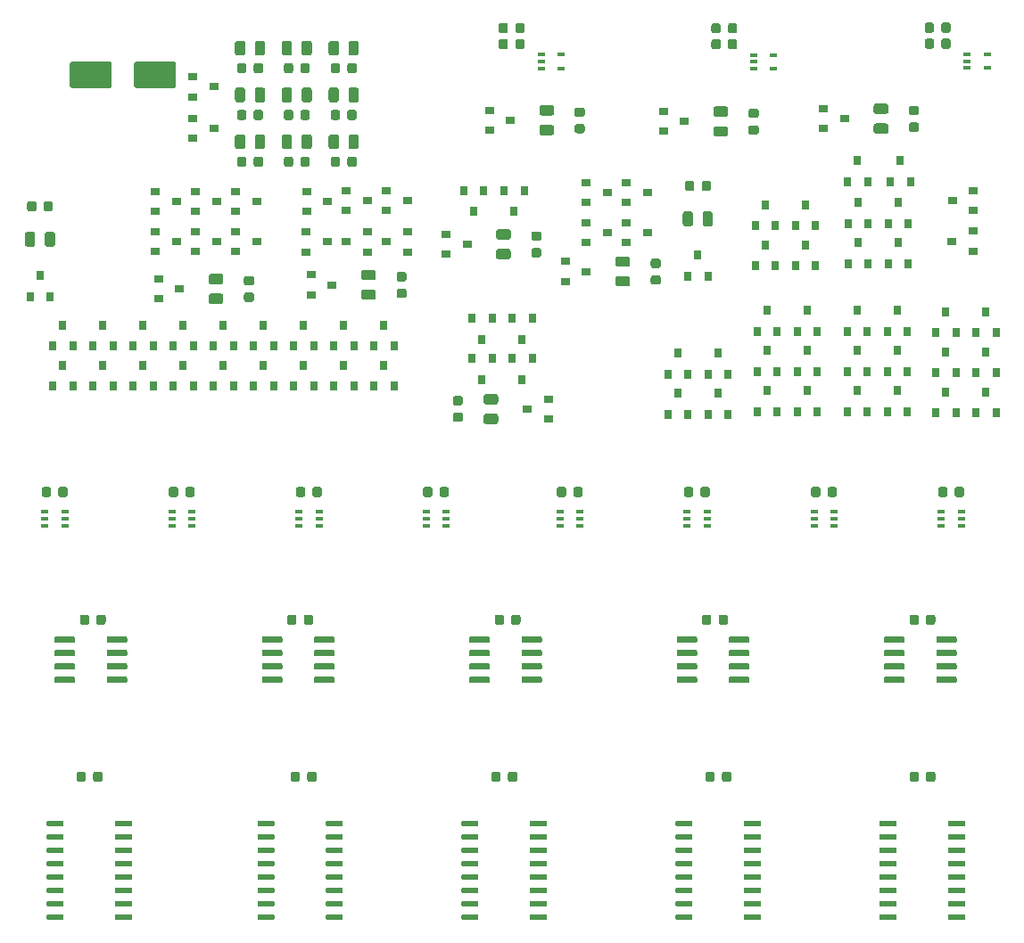
<source format=gbr>
G04 #@! TF.GenerationSoftware,KiCad,Pcbnew,(5.1.5)-3*
G04 #@! TF.CreationDate,2020-02-26T16:32:23+01:00*
G04 #@! TF.ProjectId,Testingboard,54657374-696e-4676-926f-6172642e6b69,rev?*
G04 #@! TF.SameCoordinates,Original*
G04 #@! TF.FileFunction,Paste,Top*
G04 #@! TF.FilePolarity,Positive*
%FSLAX46Y46*%
G04 Gerber Fmt 4.6, Leading zero omitted, Abs format (unit mm)*
G04 Created by KiCad (PCBNEW (5.1.5)-3) date 2020-02-26 16:32:23*
%MOMM*%
%LPD*%
G04 APERTURE LIST*
%ADD10C,0.100000*%
%ADD11R,0.650000X0.400000*%
%ADD12R,0.800000X0.900000*%
%ADD13R,0.900000X0.800000*%
G04 APERTURE END LIST*
D10*
G36*
X98817691Y-114461053D02*
G01*
X98838926Y-114464203D01*
X98859750Y-114469419D01*
X98879962Y-114476651D01*
X98899368Y-114485830D01*
X98917781Y-114496866D01*
X98935024Y-114509654D01*
X98950930Y-114524070D01*
X98965346Y-114539976D01*
X98978134Y-114557219D01*
X98989170Y-114575632D01*
X98998349Y-114595038D01*
X99005581Y-114615250D01*
X99010797Y-114636074D01*
X99013947Y-114657309D01*
X99015000Y-114678750D01*
X99015000Y-115191250D01*
X99013947Y-115212691D01*
X99010797Y-115233926D01*
X99005581Y-115254750D01*
X98998349Y-115274962D01*
X98989170Y-115294368D01*
X98978134Y-115312781D01*
X98965346Y-115330024D01*
X98950930Y-115345930D01*
X98935024Y-115360346D01*
X98917781Y-115373134D01*
X98899368Y-115384170D01*
X98879962Y-115393349D01*
X98859750Y-115400581D01*
X98838926Y-115405797D01*
X98817691Y-115408947D01*
X98796250Y-115410000D01*
X98358750Y-115410000D01*
X98337309Y-115408947D01*
X98316074Y-115405797D01*
X98295250Y-115400581D01*
X98275038Y-115393349D01*
X98255632Y-115384170D01*
X98237219Y-115373134D01*
X98219976Y-115360346D01*
X98204070Y-115345930D01*
X98189654Y-115330024D01*
X98176866Y-115312781D01*
X98165830Y-115294368D01*
X98156651Y-115274962D01*
X98149419Y-115254750D01*
X98144203Y-115233926D01*
X98141053Y-115212691D01*
X98140000Y-115191250D01*
X98140000Y-114678750D01*
X98141053Y-114657309D01*
X98144203Y-114636074D01*
X98149419Y-114615250D01*
X98156651Y-114595038D01*
X98165830Y-114575632D01*
X98176866Y-114557219D01*
X98189654Y-114539976D01*
X98204070Y-114524070D01*
X98219976Y-114509654D01*
X98237219Y-114496866D01*
X98255632Y-114485830D01*
X98275038Y-114476651D01*
X98295250Y-114469419D01*
X98316074Y-114464203D01*
X98337309Y-114461053D01*
X98358750Y-114460000D01*
X98796250Y-114460000D01*
X98817691Y-114461053D01*
G37*
G36*
X97242691Y-114461053D02*
G01*
X97263926Y-114464203D01*
X97284750Y-114469419D01*
X97304962Y-114476651D01*
X97324368Y-114485830D01*
X97342781Y-114496866D01*
X97360024Y-114509654D01*
X97375930Y-114524070D01*
X97390346Y-114539976D01*
X97403134Y-114557219D01*
X97414170Y-114575632D01*
X97423349Y-114595038D01*
X97430581Y-114615250D01*
X97435797Y-114636074D01*
X97438947Y-114657309D01*
X97440000Y-114678750D01*
X97440000Y-115191250D01*
X97438947Y-115212691D01*
X97435797Y-115233926D01*
X97430581Y-115254750D01*
X97423349Y-115274962D01*
X97414170Y-115294368D01*
X97403134Y-115312781D01*
X97390346Y-115330024D01*
X97375930Y-115345930D01*
X97360024Y-115360346D01*
X97342781Y-115373134D01*
X97324368Y-115384170D01*
X97304962Y-115393349D01*
X97284750Y-115400581D01*
X97263926Y-115405797D01*
X97242691Y-115408947D01*
X97221250Y-115410000D01*
X96783750Y-115410000D01*
X96762309Y-115408947D01*
X96741074Y-115405797D01*
X96720250Y-115400581D01*
X96700038Y-115393349D01*
X96680632Y-115384170D01*
X96662219Y-115373134D01*
X96644976Y-115360346D01*
X96629070Y-115345930D01*
X96614654Y-115330024D01*
X96601866Y-115312781D01*
X96590830Y-115294368D01*
X96581651Y-115274962D01*
X96574419Y-115254750D01*
X96569203Y-115233926D01*
X96566053Y-115212691D01*
X96565000Y-115191250D01*
X96565000Y-114678750D01*
X96566053Y-114657309D01*
X96569203Y-114636074D01*
X96574419Y-114615250D01*
X96581651Y-114595038D01*
X96590830Y-114575632D01*
X96601866Y-114557219D01*
X96614654Y-114539976D01*
X96629070Y-114524070D01*
X96644976Y-114509654D01*
X96662219Y-114496866D01*
X96680632Y-114485830D01*
X96700038Y-114476651D01*
X96720250Y-114469419D01*
X96741074Y-114464203D01*
X96762309Y-114461053D01*
X96783750Y-114460000D01*
X97221250Y-114460000D01*
X97242691Y-114461053D01*
G37*
G36*
X117562691Y-114461053D02*
G01*
X117583926Y-114464203D01*
X117604750Y-114469419D01*
X117624962Y-114476651D01*
X117644368Y-114485830D01*
X117662781Y-114496866D01*
X117680024Y-114509654D01*
X117695930Y-114524070D01*
X117710346Y-114539976D01*
X117723134Y-114557219D01*
X117734170Y-114575632D01*
X117743349Y-114595038D01*
X117750581Y-114615250D01*
X117755797Y-114636074D01*
X117758947Y-114657309D01*
X117760000Y-114678750D01*
X117760000Y-115191250D01*
X117758947Y-115212691D01*
X117755797Y-115233926D01*
X117750581Y-115254750D01*
X117743349Y-115274962D01*
X117734170Y-115294368D01*
X117723134Y-115312781D01*
X117710346Y-115330024D01*
X117695930Y-115345930D01*
X117680024Y-115360346D01*
X117662781Y-115373134D01*
X117644368Y-115384170D01*
X117624962Y-115393349D01*
X117604750Y-115400581D01*
X117583926Y-115405797D01*
X117562691Y-115408947D01*
X117541250Y-115410000D01*
X117103750Y-115410000D01*
X117082309Y-115408947D01*
X117061074Y-115405797D01*
X117040250Y-115400581D01*
X117020038Y-115393349D01*
X117000632Y-115384170D01*
X116982219Y-115373134D01*
X116964976Y-115360346D01*
X116949070Y-115345930D01*
X116934654Y-115330024D01*
X116921866Y-115312781D01*
X116910830Y-115294368D01*
X116901651Y-115274962D01*
X116894419Y-115254750D01*
X116889203Y-115233926D01*
X116886053Y-115212691D01*
X116885000Y-115191250D01*
X116885000Y-114678750D01*
X116886053Y-114657309D01*
X116889203Y-114636074D01*
X116894419Y-114615250D01*
X116901651Y-114595038D01*
X116910830Y-114575632D01*
X116921866Y-114557219D01*
X116934654Y-114539976D01*
X116949070Y-114524070D01*
X116964976Y-114509654D01*
X116982219Y-114496866D01*
X117000632Y-114485830D01*
X117020038Y-114476651D01*
X117040250Y-114469419D01*
X117061074Y-114464203D01*
X117082309Y-114461053D01*
X117103750Y-114460000D01*
X117541250Y-114460000D01*
X117562691Y-114461053D01*
G37*
G36*
X119137691Y-114461053D02*
G01*
X119158926Y-114464203D01*
X119179750Y-114469419D01*
X119199962Y-114476651D01*
X119219368Y-114485830D01*
X119237781Y-114496866D01*
X119255024Y-114509654D01*
X119270930Y-114524070D01*
X119285346Y-114539976D01*
X119298134Y-114557219D01*
X119309170Y-114575632D01*
X119318349Y-114595038D01*
X119325581Y-114615250D01*
X119330797Y-114636074D01*
X119333947Y-114657309D01*
X119335000Y-114678750D01*
X119335000Y-115191250D01*
X119333947Y-115212691D01*
X119330797Y-115233926D01*
X119325581Y-115254750D01*
X119318349Y-115274962D01*
X119309170Y-115294368D01*
X119298134Y-115312781D01*
X119285346Y-115330024D01*
X119270930Y-115345930D01*
X119255024Y-115360346D01*
X119237781Y-115373134D01*
X119219368Y-115384170D01*
X119199962Y-115393349D01*
X119179750Y-115400581D01*
X119158926Y-115405797D01*
X119137691Y-115408947D01*
X119116250Y-115410000D01*
X118678750Y-115410000D01*
X118657309Y-115408947D01*
X118636074Y-115405797D01*
X118615250Y-115400581D01*
X118595038Y-115393349D01*
X118575632Y-115384170D01*
X118557219Y-115373134D01*
X118539976Y-115360346D01*
X118524070Y-115345930D01*
X118509654Y-115330024D01*
X118496866Y-115312781D01*
X118485830Y-115294368D01*
X118476651Y-115274962D01*
X118469419Y-115254750D01*
X118464203Y-115233926D01*
X118461053Y-115212691D01*
X118460000Y-115191250D01*
X118460000Y-114678750D01*
X118461053Y-114657309D01*
X118464203Y-114636074D01*
X118469419Y-114615250D01*
X118476651Y-114595038D01*
X118485830Y-114575632D01*
X118496866Y-114557219D01*
X118509654Y-114539976D01*
X118524070Y-114524070D01*
X118539976Y-114509654D01*
X118557219Y-114496866D01*
X118575632Y-114485830D01*
X118595038Y-114476651D01*
X118615250Y-114469419D01*
X118636074Y-114464203D01*
X118657309Y-114461053D01*
X118678750Y-114460000D01*
X119116250Y-114460000D01*
X119137691Y-114461053D01*
G37*
G36*
X138187691Y-114461053D02*
G01*
X138208926Y-114464203D01*
X138229750Y-114469419D01*
X138249962Y-114476651D01*
X138269368Y-114485830D01*
X138287781Y-114496866D01*
X138305024Y-114509654D01*
X138320930Y-114524070D01*
X138335346Y-114539976D01*
X138348134Y-114557219D01*
X138359170Y-114575632D01*
X138368349Y-114595038D01*
X138375581Y-114615250D01*
X138380797Y-114636074D01*
X138383947Y-114657309D01*
X138385000Y-114678750D01*
X138385000Y-115191250D01*
X138383947Y-115212691D01*
X138380797Y-115233926D01*
X138375581Y-115254750D01*
X138368349Y-115274962D01*
X138359170Y-115294368D01*
X138348134Y-115312781D01*
X138335346Y-115330024D01*
X138320930Y-115345930D01*
X138305024Y-115360346D01*
X138287781Y-115373134D01*
X138269368Y-115384170D01*
X138249962Y-115393349D01*
X138229750Y-115400581D01*
X138208926Y-115405797D01*
X138187691Y-115408947D01*
X138166250Y-115410000D01*
X137728750Y-115410000D01*
X137707309Y-115408947D01*
X137686074Y-115405797D01*
X137665250Y-115400581D01*
X137645038Y-115393349D01*
X137625632Y-115384170D01*
X137607219Y-115373134D01*
X137589976Y-115360346D01*
X137574070Y-115345930D01*
X137559654Y-115330024D01*
X137546866Y-115312781D01*
X137535830Y-115294368D01*
X137526651Y-115274962D01*
X137519419Y-115254750D01*
X137514203Y-115233926D01*
X137511053Y-115212691D01*
X137510000Y-115191250D01*
X137510000Y-114678750D01*
X137511053Y-114657309D01*
X137514203Y-114636074D01*
X137519419Y-114615250D01*
X137526651Y-114595038D01*
X137535830Y-114575632D01*
X137546866Y-114557219D01*
X137559654Y-114539976D01*
X137574070Y-114524070D01*
X137589976Y-114509654D01*
X137607219Y-114496866D01*
X137625632Y-114485830D01*
X137645038Y-114476651D01*
X137665250Y-114469419D01*
X137686074Y-114464203D01*
X137707309Y-114461053D01*
X137728750Y-114460000D01*
X138166250Y-114460000D01*
X138187691Y-114461053D01*
G37*
G36*
X136612691Y-114461053D02*
G01*
X136633926Y-114464203D01*
X136654750Y-114469419D01*
X136674962Y-114476651D01*
X136694368Y-114485830D01*
X136712781Y-114496866D01*
X136730024Y-114509654D01*
X136745930Y-114524070D01*
X136760346Y-114539976D01*
X136773134Y-114557219D01*
X136784170Y-114575632D01*
X136793349Y-114595038D01*
X136800581Y-114615250D01*
X136805797Y-114636074D01*
X136808947Y-114657309D01*
X136810000Y-114678750D01*
X136810000Y-115191250D01*
X136808947Y-115212691D01*
X136805797Y-115233926D01*
X136800581Y-115254750D01*
X136793349Y-115274962D01*
X136784170Y-115294368D01*
X136773134Y-115312781D01*
X136760346Y-115330024D01*
X136745930Y-115345930D01*
X136730024Y-115360346D01*
X136712781Y-115373134D01*
X136694368Y-115384170D01*
X136674962Y-115393349D01*
X136654750Y-115400581D01*
X136633926Y-115405797D01*
X136612691Y-115408947D01*
X136591250Y-115410000D01*
X136153750Y-115410000D01*
X136132309Y-115408947D01*
X136111074Y-115405797D01*
X136090250Y-115400581D01*
X136070038Y-115393349D01*
X136050632Y-115384170D01*
X136032219Y-115373134D01*
X136014976Y-115360346D01*
X135999070Y-115345930D01*
X135984654Y-115330024D01*
X135971866Y-115312781D01*
X135960830Y-115294368D01*
X135951651Y-115274962D01*
X135944419Y-115254750D01*
X135939203Y-115233926D01*
X135936053Y-115212691D01*
X135935000Y-115191250D01*
X135935000Y-114678750D01*
X135936053Y-114657309D01*
X135939203Y-114636074D01*
X135944419Y-114615250D01*
X135951651Y-114595038D01*
X135960830Y-114575632D01*
X135971866Y-114557219D01*
X135984654Y-114539976D01*
X135999070Y-114524070D01*
X136014976Y-114509654D01*
X136032219Y-114496866D01*
X136050632Y-114485830D01*
X136070038Y-114476651D01*
X136090250Y-114469419D01*
X136111074Y-114464203D01*
X136132309Y-114461053D01*
X136153750Y-114460000D01*
X136591250Y-114460000D01*
X136612691Y-114461053D01*
G37*
G36*
X156932691Y-114461053D02*
G01*
X156953926Y-114464203D01*
X156974750Y-114469419D01*
X156994962Y-114476651D01*
X157014368Y-114485830D01*
X157032781Y-114496866D01*
X157050024Y-114509654D01*
X157065930Y-114524070D01*
X157080346Y-114539976D01*
X157093134Y-114557219D01*
X157104170Y-114575632D01*
X157113349Y-114595038D01*
X157120581Y-114615250D01*
X157125797Y-114636074D01*
X157128947Y-114657309D01*
X157130000Y-114678750D01*
X157130000Y-115191250D01*
X157128947Y-115212691D01*
X157125797Y-115233926D01*
X157120581Y-115254750D01*
X157113349Y-115274962D01*
X157104170Y-115294368D01*
X157093134Y-115312781D01*
X157080346Y-115330024D01*
X157065930Y-115345930D01*
X157050024Y-115360346D01*
X157032781Y-115373134D01*
X157014368Y-115384170D01*
X156994962Y-115393349D01*
X156974750Y-115400581D01*
X156953926Y-115405797D01*
X156932691Y-115408947D01*
X156911250Y-115410000D01*
X156473750Y-115410000D01*
X156452309Y-115408947D01*
X156431074Y-115405797D01*
X156410250Y-115400581D01*
X156390038Y-115393349D01*
X156370632Y-115384170D01*
X156352219Y-115373134D01*
X156334976Y-115360346D01*
X156319070Y-115345930D01*
X156304654Y-115330024D01*
X156291866Y-115312781D01*
X156280830Y-115294368D01*
X156271651Y-115274962D01*
X156264419Y-115254750D01*
X156259203Y-115233926D01*
X156256053Y-115212691D01*
X156255000Y-115191250D01*
X156255000Y-114678750D01*
X156256053Y-114657309D01*
X156259203Y-114636074D01*
X156264419Y-114615250D01*
X156271651Y-114595038D01*
X156280830Y-114575632D01*
X156291866Y-114557219D01*
X156304654Y-114539976D01*
X156319070Y-114524070D01*
X156334976Y-114509654D01*
X156352219Y-114496866D01*
X156370632Y-114485830D01*
X156390038Y-114476651D01*
X156410250Y-114469419D01*
X156431074Y-114464203D01*
X156452309Y-114461053D01*
X156473750Y-114460000D01*
X156911250Y-114460000D01*
X156932691Y-114461053D01*
G37*
G36*
X158507691Y-114461053D02*
G01*
X158528926Y-114464203D01*
X158549750Y-114469419D01*
X158569962Y-114476651D01*
X158589368Y-114485830D01*
X158607781Y-114496866D01*
X158625024Y-114509654D01*
X158640930Y-114524070D01*
X158655346Y-114539976D01*
X158668134Y-114557219D01*
X158679170Y-114575632D01*
X158688349Y-114595038D01*
X158695581Y-114615250D01*
X158700797Y-114636074D01*
X158703947Y-114657309D01*
X158705000Y-114678750D01*
X158705000Y-115191250D01*
X158703947Y-115212691D01*
X158700797Y-115233926D01*
X158695581Y-115254750D01*
X158688349Y-115274962D01*
X158679170Y-115294368D01*
X158668134Y-115312781D01*
X158655346Y-115330024D01*
X158640930Y-115345930D01*
X158625024Y-115360346D01*
X158607781Y-115373134D01*
X158589368Y-115384170D01*
X158569962Y-115393349D01*
X158549750Y-115400581D01*
X158528926Y-115405797D01*
X158507691Y-115408947D01*
X158486250Y-115410000D01*
X158048750Y-115410000D01*
X158027309Y-115408947D01*
X158006074Y-115405797D01*
X157985250Y-115400581D01*
X157965038Y-115393349D01*
X157945632Y-115384170D01*
X157927219Y-115373134D01*
X157909976Y-115360346D01*
X157894070Y-115345930D01*
X157879654Y-115330024D01*
X157866866Y-115312781D01*
X157855830Y-115294368D01*
X157846651Y-115274962D01*
X157839419Y-115254750D01*
X157834203Y-115233926D01*
X157831053Y-115212691D01*
X157830000Y-115191250D01*
X157830000Y-114678750D01*
X157831053Y-114657309D01*
X157834203Y-114636074D01*
X157839419Y-114615250D01*
X157846651Y-114595038D01*
X157855830Y-114575632D01*
X157866866Y-114557219D01*
X157879654Y-114539976D01*
X157894070Y-114524070D01*
X157909976Y-114509654D01*
X157927219Y-114496866D01*
X157945632Y-114485830D01*
X157965038Y-114476651D01*
X157985250Y-114469419D01*
X158006074Y-114464203D01*
X158027309Y-114461053D01*
X158048750Y-114460000D01*
X158486250Y-114460000D01*
X158507691Y-114461053D01*
G37*
G36*
X177875191Y-114461053D02*
G01*
X177896426Y-114464203D01*
X177917250Y-114469419D01*
X177937462Y-114476651D01*
X177956868Y-114485830D01*
X177975281Y-114496866D01*
X177992524Y-114509654D01*
X178008430Y-114524070D01*
X178022846Y-114539976D01*
X178035634Y-114557219D01*
X178046670Y-114575632D01*
X178055849Y-114595038D01*
X178063081Y-114615250D01*
X178068297Y-114636074D01*
X178071447Y-114657309D01*
X178072500Y-114678750D01*
X178072500Y-115191250D01*
X178071447Y-115212691D01*
X178068297Y-115233926D01*
X178063081Y-115254750D01*
X178055849Y-115274962D01*
X178046670Y-115294368D01*
X178035634Y-115312781D01*
X178022846Y-115330024D01*
X178008430Y-115345930D01*
X177992524Y-115360346D01*
X177975281Y-115373134D01*
X177956868Y-115384170D01*
X177937462Y-115393349D01*
X177917250Y-115400581D01*
X177896426Y-115405797D01*
X177875191Y-115408947D01*
X177853750Y-115410000D01*
X177416250Y-115410000D01*
X177394809Y-115408947D01*
X177373574Y-115405797D01*
X177352750Y-115400581D01*
X177332538Y-115393349D01*
X177313132Y-115384170D01*
X177294719Y-115373134D01*
X177277476Y-115360346D01*
X177261570Y-115345930D01*
X177247154Y-115330024D01*
X177234366Y-115312781D01*
X177223330Y-115294368D01*
X177214151Y-115274962D01*
X177206919Y-115254750D01*
X177201703Y-115233926D01*
X177198553Y-115212691D01*
X177197500Y-115191250D01*
X177197500Y-114678750D01*
X177198553Y-114657309D01*
X177201703Y-114636074D01*
X177206919Y-114615250D01*
X177214151Y-114595038D01*
X177223330Y-114575632D01*
X177234366Y-114557219D01*
X177247154Y-114539976D01*
X177261570Y-114524070D01*
X177277476Y-114509654D01*
X177294719Y-114496866D01*
X177313132Y-114485830D01*
X177332538Y-114476651D01*
X177352750Y-114469419D01*
X177373574Y-114464203D01*
X177394809Y-114461053D01*
X177416250Y-114460000D01*
X177853750Y-114460000D01*
X177875191Y-114461053D01*
G37*
G36*
X176300191Y-114461053D02*
G01*
X176321426Y-114464203D01*
X176342250Y-114469419D01*
X176362462Y-114476651D01*
X176381868Y-114485830D01*
X176400281Y-114496866D01*
X176417524Y-114509654D01*
X176433430Y-114524070D01*
X176447846Y-114539976D01*
X176460634Y-114557219D01*
X176471670Y-114575632D01*
X176480849Y-114595038D01*
X176488081Y-114615250D01*
X176493297Y-114636074D01*
X176496447Y-114657309D01*
X176497500Y-114678750D01*
X176497500Y-115191250D01*
X176496447Y-115212691D01*
X176493297Y-115233926D01*
X176488081Y-115254750D01*
X176480849Y-115274962D01*
X176471670Y-115294368D01*
X176460634Y-115312781D01*
X176447846Y-115330024D01*
X176433430Y-115345930D01*
X176417524Y-115360346D01*
X176400281Y-115373134D01*
X176381868Y-115384170D01*
X176362462Y-115393349D01*
X176342250Y-115400581D01*
X176321426Y-115405797D01*
X176300191Y-115408947D01*
X176278750Y-115410000D01*
X175841250Y-115410000D01*
X175819809Y-115408947D01*
X175798574Y-115405797D01*
X175777750Y-115400581D01*
X175757538Y-115393349D01*
X175738132Y-115384170D01*
X175719719Y-115373134D01*
X175702476Y-115360346D01*
X175686570Y-115345930D01*
X175672154Y-115330024D01*
X175659366Y-115312781D01*
X175648330Y-115294368D01*
X175639151Y-115274962D01*
X175631919Y-115254750D01*
X175626703Y-115233926D01*
X175623553Y-115212691D01*
X175622500Y-115191250D01*
X175622500Y-114678750D01*
X175623553Y-114657309D01*
X175626703Y-114636074D01*
X175631919Y-114615250D01*
X175639151Y-114595038D01*
X175648330Y-114575632D01*
X175659366Y-114557219D01*
X175672154Y-114539976D01*
X175686570Y-114524070D01*
X175702476Y-114509654D01*
X175719719Y-114496866D01*
X175738132Y-114485830D01*
X175757538Y-114476651D01*
X175777750Y-114469419D01*
X175798574Y-114464203D01*
X175819809Y-114461053D01*
X175841250Y-114460000D01*
X176278750Y-114460000D01*
X176300191Y-114461053D01*
G37*
G36*
X176300191Y-99538553D02*
G01*
X176321426Y-99541703D01*
X176342250Y-99546919D01*
X176362462Y-99554151D01*
X176381868Y-99563330D01*
X176400281Y-99574366D01*
X176417524Y-99587154D01*
X176433430Y-99601570D01*
X176447846Y-99617476D01*
X176460634Y-99634719D01*
X176471670Y-99653132D01*
X176480849Y-99672538D01*
X176488081Y-99692750D01*
X176493297Y-99713574D01*
X176496447Y-99734809D01*
X176497500Y-99756250D01*
X176497500Y-100268750D01*
X176496447Y-100290191D01*
X176493297Y-100311426D01*
X176488081Y-100332250D01*
X176480849Y-100352462D01*
X176471670Y-100371868D01*
X176460634Y-100390281D01*
X176447846Y-100407524D01*
X176433430Y-100423430D01*
X176417524Y-100437846D01*
X176400281Y-100450634D01*
X176381868Y-100461670D01*
X176362462Y-100470849D01*
X176342250Y-100478081D01*
X176321426Y-100483297D01*
X176300191Y-100486447D01*
X176278750Y-100487500D01*
X175841250Y-100487500D01*
X175819809Y-100486447D01*
X175798574Y-100483297D01*
X175777750Y-100478081D01*
X175757538Y-100470849D01*
X175738132Y-100461670D01*
X175719719Y-100450634D01*
X175702476Y-100437846D01*
X175686570Y-100423430D01*
X175672154Y-100407524D01*
X175659366Y-100390281D01*
X175648330Y-100371868D01*
X175639151Y-100352462D01*
X175631919Y-100332250D01*
X175626703Y-100311426D01*
X175623553Y-100290191D01*
X175622500Y-100268750D01*
X175622500Y-99756250D01*
X175623553Y-99734809D01*
X175626703Y-99713574D01*
X175631919Y-99692750D01*
X175639151Y-99672538D01*
X175648330Y-99653132D01*
X175659366Y-99634719D01*
X175672154Y-99617476D01*
X175686570Y-99601570D01*
X175702476Y-99587154D01*
X175719719Y-99574366D01*
X175738132Y-99563330D01*
X175757538Y-99554151D01*
X175777750Y-99546919D01*
X175798574Y-99541703D01*
X175819809Y-99538553D01*
X175841250Y-99537500D01*
X176278750Y-99537500D01*
X176300191Y-99538553D01*
G37*
G36*
X177875191Y-99538553D02*
G01*
X177896426Y-99541703D01*
X177917250Y-99546919D01*
X177937462Y-99554151D01*
X177956868Y-99563330D01*
X177975281Y-99574366D01*
X177992524Y-99587154D01*
X178008430Y-99601570D01*
X178022846Y-99617476D01*
X178035634Y-99634719D01*
X178046670Y-99653132D01*
X178055849Y-99672538D01*
X178063081Y-99692750D01*
X178068297Y-99713574D01*
X178071447Y-99734809D01*
X178072500Y-99756250D01*
X178072500Y-100268750D01*
X178071447Y-100290191D01*
X178068297Y-100311426D01*
X178063081Y-100332250D01*
X178055849Y-100352462D01*
X178046670Y-100371868D01*
X178035634Y-100390281D01*
X178022846Y-100407524D01*
X178008430Y-100423430D01*
X177992524Y-100437846D01*
X177975281Y-100450634D01*
X177956868Y-100461670D01*
X177937462Y-100470849D01*
X177917250Y-100478081D01*
X177896426Y-100483297D01*
X177875191Y-100486447D01*
X177853750Y-100487500D01*
X177416250Y-100487500D01*
X177394809Y-100486447D01*
X177373574Y-100483297D01*
X177352750Y-100478081D01*
X177332538Y-100470849D01*
X177313132Y-100461670D01*
X177294719Y-100450634D01*
X177277476Y-100437846D01*
X177261570Y-100423430D01*
X177247154Y-100407524D01*
X177234366Y-100390281D01*
X177223330Y-100371868D01*
X177214151Y-100352462D01*
X177206919Y-100332250D01*
X177201703Y-100311426D01*
X177198553Y-100290191D01*
X177197500Y-100268750D01*
X177197500Y-99756250D01*
X177198553Y-99734809D01*
X177201703Y-99713574D01*
X177206919Y-99692750D01*
X177214151Y-99672538D01*
X177223330Y-99653132D01*
X177234366Y-99634719D01*
X177247154Y-99617476D01*
X177261570Y-99601570D01*
X177277476Y-99587154D01*
X177294719Y-99574366D01*
X177313132Y-99563330D01*
X177332538Y-99554151D01*
X177352750Y-99546919D01*
X177373574Y-99541703D01*
X177394809Y-99538553D01*
X177416250Y-99537500D01*
X177853750Y-99537500D01*
X177875191Y-99538553D01*
G37*
G36*
X158190191Y-99538553D02*
G01*
X158211426Y-99541703D01*
X158232250Y-99546919D01*
X158252462Y-99554151D01*
X158271868Y-99563330D01*
X158290281Y-99574366D01*
X158307524Y-99587154D01*
X158323430Y-99601570D01*
X158337846Y-99617476D01*
X158350634Y-99634719D01*
X158361670Y-99653132D01*
X158370849Y-99672538D01*
X158378081Y-99692750D01*
X158383297Y-99713574D01*
X158386447Y-99734809D01*
X158387500Y-99756250D01*
X158387500Y-100268750D01*
X158386447Y-100290191D01*
X158383297Y-100311426D01*
X158378081Y-100332250D01*
X158370849Y-100352462D01*
X158361670Y-100371868D01*
X158350634Y-100390281D01*
X158337846Y-100407524D01*
X158323430Y-100423430D01*
X158307524Y-100437846D01*
X158290281Y-100450634D01*
X158271868Y-100461670D01*
X158252462Y-100470849D01*
X158232250Y-100478081D01*
X158211426Y-100483297D01*
X158190191Y-100486447D01*
X158168750Y-100487500D01*
X157731250Y-100487500D01*
X157709809Y-100486447D01*
X157688574Y-100483297D01*
X157667750Y-100478081D01*
X157647538Y-100470849D01*
X157628132Y-100461670D01*
X157609719Y-100450634D01*
X157592476Y-100437846D01*
X157576570Y-100423430D01*
X157562154Y-100407524D01*
X157549366Y-100390281D01*
X157538330Y-100371868D01*
X157529151Y-100352462D01*
X157521919Y-100332250D01*
X157516703Y-100311426D01*
X157513553Y-100290191D01*
X157512500Y-100268750D01*
X157512500Y-99756250D01*
X157513553Y-99734809D01*
X157516703Y-99713574D01*
X157521919Y-99692750D01*
X157529151Y-99672538D01*
X157538330Y-99653132D01*
X157549366Y-99634719D01*
X157562154Y-99617476D01*
X157576570Y-99601570D01*
X157592476Y-99587154D01*
X157609719Y-99574366D01*
X157628132Y-99563330D01*
X157647538Y-99554151D01*
X157667750Y-99546919D01*
X157688574Y-99541703D01*
X157709809Y-99538553D01*
X157731250Y-99537500D01*
X158168750Y-99537500D01*
X158190191Y-99538553D01*
G37*
G36*
X156615191Y-99538553D02*
G01*
X156636426Y-99541703D01*
X156657250Y-99546919D01*
X156677462Y-99554151D01*
X156696868Y-99563330D01*
X156715281Y-99574366D01*
X156732524Y-99587154D01*
X156748430Y-99601570D01*
X156762846Y-99617476D01*
X156775634Y-99634719D01*
X156786670Y-99653132D01*
X156795849Y-99672538D01*
X156803081Y-99692750D01*
X156808297Y-99713574D01*
X156811447Y-99734809D01*
X156812500Y-99756250D01*
X156812500Y-100268750D01*
X156811447Y-100290191D01*
X156808297Y-100311426D01*
X156803081Y-100332250D01*
X156795849Y-100352462D01*
X156786670Y-100371868D01*
X156775634Y-100390281D01*
X156762846Y-100407524D01*
X156748430Y-100423430D01*
X156732524Y-100437846D01*
X156715281Y-100450634D01*
X156696868Y-100461670D01*
X156677462Y-100470849D01*
X156657250Y-100478081D01*
X156636426Y-100483297D01*
X156615191Y-100486447D01*
X156593750Y-100487500D01*
X156156250Y-100487500D01*
X156134809Y-100486447D01*
X156113574Y-100483297D01*
X156092750Y-100478081D01*
X156072538Y-100470849D01*
X156053132Y-100461670D01*
X156034719Y-100450634D01*
X156017476Y-100437846D01*
X156001570Y-100423430D01*
X155987154Y-100407524D01*
X155974366Y-100390281D01*
X155963330Y-100371868D01*
X155954151Y-100352462D01*
X155946919Y-100332250D01*
X155941703Y-100311426D01*
X155938553Y-100290191D01*
X155937500Y-100268750D01*
X155937500Y-99756250D01*
X155938553Y-99734809D01*
X155941703Y-99713574D01*
X155946919Y-99692750D01*
X155954151Y-99672538D01*
X155963330Y-99653132D01*
X155974366Y-99634719D01*
X155987154Y-99617476D01*
X156001570Y-99601570D01*
X156017476Y-99587154D01*
X156034719Y-99574366D01*
X156053132Y-99563330D01*
X156072538Y-99554151D01*
X156092750Y-99546919D01*
X156113574Y-99541703D01*
X156134809Y-99538553D01*
X156156250Y-99537500D01*
X156593750Y-99537500D01*
X156615191Y-99538553D01*
G37*
G36*
X136930191Y-99538553D02*
G01*
X136951426Y-99541703D01*
X136972250Y-99546919D01*
X136992462Y-99554151D01*
X137011868Y-99563330D01*
X137030281Y-99574366D01*
X137047524Y-99587154D01*
X137063430Y-99601570D01*
X137077846Y-99617476D01*
X137090634Y-99634719D01*
X137101670Y-99653132D01*
X137110849Y-99672538D01*
X137118081Y-99692750D01*
X137123297Y-99713574D01*
X137126447Y-99734809D01*
X137127500Y-99756250D01*
X137127500Y-100268750D01*
X137126447Y-100290191D01*
X137123297Y-100311426D01*
X137118081Y-100332250D01*
X137110849Y-100352462D01*
X137101670Y-100371868D01*
X137090634Y-100390281D01*
X137077846Y-100407524D01*
X137063430Y-100423430D01*
X137047524Y-100437846D01*
X137030281Y-100450634D01*
X137011868Y-100461670D01*
X136992462Y-100470849D01*
X136972250Y-100478081D01*
X136951426Y-100483297D01*
X136930191Y-100486447D01*
X136908750Y-100487500D01*
X136471250Y-100487500D01*
X136449809Y-100486447D01*
X136428574Y-100483297D01*
X136407750Y-100478081D01*
X136387538Y-100470849D01*
X136368132Y-100461670D01*
X136349719Y-100450634D01*
X136332476Y-100437846D01*
X136316570Y-100423430D01*
X136302154Y-100407524D01*
X136289366Y-100390281D01*
X136278330Y-100371868D01*
X136269151Y-100352462D01*
X136261919Y-100332250D01*
X136256703Y-100311426D01*
X136253553Y-100290191D01*
X136252500Y-100268750D01*
X136252500Y-99756250D01*
X136253553Y-99734809D01*
X136256703Y-99713574D01*
X136261919Y-99692750D01*
X136269151Y-99672538D01*
X136278330Y-99653132D01*
X136289366Y-99634719D01*
X136302154Y-99617476D01*
X136316570Y-99601570D01*
X136332476Y-99587154D01*
X136349719Y-99574366D01*
X136368132Y-99563330D01*
X136387538Y-99554151D01*
X136407750Y-99546919D01*
X136428574Y-99541703D01*
X136449809Y-99538553D01*
X136471250Y-99537500D01*
X136908750Y-99537500D01*
X136930191Y-99538553D01*
G37*
G36*
X138505191Y-99538553D02*
G01*
X138526426Y-99541703D01*
X138547250Y-99546919D01*
X138567462Y-99554151D01*
X138586868Y-99563330D01*
X138605281Y-99574366D01*
X138622524Y-99587154D01*
X138638430Y-99601570D01*
X138652846Y-99617476D01*
X138665634Y-99634719D01*
X138676670Y-99653132D01*
X138685849Y-99672538D01*
X138693081Y-99692750D01*
X138698297Y-99713574D01*
X138701447Y-99734809D01*
X138702500Y-99756250D01*
X138702500Y-100268750D01*
X138701447Y-100290191D01*
X138698297Y-100311426D01*
X138693081Y-100332250D01*
X138685849Y-100352462D01*
X138676670Y-100371868D01*
X138665634Y-100390281D01*
X138652846Y-100407524D01*
X138638430Y-100423430D01*
X138622524Y-100437846D01*
X138605281Y-100450634D01*
X138586868Y-100461670D01*
X138567462Y-100470849D01*
X138547250Y-100478081D01*
X138526426Y-100483297D01*
X138505191Y-100486447D01*
X138483750Y-100487500D01*
X138046250Y-100487500D01*
X138024809Y-100486447D01*
X138003574Y-100483297D01*
X137982750Y-100478081D01*
X137962538Y-100470849D01*
X137943132Y-100461670D01*
X137924719Y-100450634D01*
X137907476Y-100437846D01*
X137891570Y-100423430D01*
X137877154Y-100407524D01*
X137864366Y-100390281D01*
X137853330Y-100371868D01*
X137844151Y-100352462D01*
X137836919Y-100332250D01*
X137831703Y-100311426D01*
X137828553Y-100290191D01*
X137827500Y-100268750D01*
X137827500Y-99756250D01*
X137828553Y-99734809D01*
X137831703Y-99713574D01*
X137836919Y-99692750D01*
X137844151Y-99672538D01*
X137853330Y-99653132D01*
X137864366Y-99634719D01*
X137877154Y-99617476D01*
X137891570Y-99601570D01*
X137907476Y-99587154D01*
X137924719Y-99574366D01*
X137943132Y-99563330D01*
X137962538Y-99554151D01*
X137982750Y-99546919D01*
X138003574Y-99541703D01*
X138024809Y-99538553D01*
X138046250Y-99537500D01*
X138483750Y-99537500D01*
X138505191Y-99538553D01*
G37*
G36*
X118820191Y-99538553D02*
G01*
X118841426Y-99541703D01*
X118862250Y-99546919D01*
X118882462Y-99554151D01*
X118901868Y-99563330D01*
X118920281Y-99574366D01*
X118937524Y-99587154D01*
X118953430Y-99601570D01*
X118967846Y-99617476D01*
X118980634Y-99634719D01*
X118991670Y-99653132D01*
X119000849Y-99672538D01*
X119008081Y-99692750D01*
X119013297Y-99713574D01*
X119016447Y-99734809D01*
X119017500Y-99756250D01*
X119017500Y-100268750D01*
X119016447Y-100290191D01*
X119013297Y-100311426D01*
X119008081Y-100332250D01*
X119000849Y-100352462D01*
X118991670Y-100371868D01*
X118980634Y-100390281D01*
X118967846Y-100407524D01*
X118953430Y-100423430D01*
X118937524Y-100437846D01*
X118920281Y-100450634D01*
X118901868Y-100461670D01*
X118882462Y-100470849D01*
X118862250Y-100478081D01*
X118841426Y-100483297D01*
X118820191Y-100486447D01*
X118798750Y-100487500D01*
X118361250Y-100487500D01*
X118339809Y-100486447D01*
X118318574Y-100483297D01*
X118297750Y-100478081D01*
X118277538Y-100470849D01*
X118258132Y-100461670D01*
X118239719Y-100450634D01*
X118222476Y-100437846D01*
X118206570Y-100423430D01*
X118192154Y-100407524D01*
X118179366Y-100390281D01*
X118168330Y-100371868D01*
X118159151Y-100352462D01*
X118151919Y-100332250D01*
X118146703Y-100311426D01*
X118143553Y-100290191D01*
X118142500Y-100268750D01*
X118142500Y-99756250D01*
X118143553Y-99734809D01*
X118146703Y-99713574D01*
X118151919Y-99692750D01*
X118159151Y-99672538D01*
X118168330Y-99653132D01*
X118179366Y-99634719D01*
X118192154Y-99617476D01*
X118206570Y-99601570D01*
X118222476Y-99587154D01*
X118239719Y-99574366D01*
X118258132Y-99563330D01*
X118277538Y-99554151D01*
X118297750Y-99546919D01*
X118318574Y-99541703D01*
X118339809Y-99538553D01*
X118361250Y-99537500D01*
X118798750Y-99537500D01*
X118820191Y-99538553D01*
G37*
G36*
X117245191Y-99538553D02*
G01*
X117266426Y-99541703D01*
X117287250Y-99546919D01*
X117307462Y-99554151D01*
X117326868Y-99563330D01*
X117345281Y-99574366D01*
X117362524Y-99587154D01*
X117378430Y-99601570D01*
X117392846Y-99617476D01*
X117405634Y-99634719D01*
X117416670Y-99653132D01*
X117425849Y-99672538D01*
X117433081Y-99692750D01*
X117438297Y-99713574D01*
X117441447Y-99734809D01*
X117442500Y-99756250D01*
X117442500Y-100268750D01*
X117441447Y-100290191D01*
X117438297Y-100311426D01*
X117433081Y-100332250D01*
X117425849Y-100352462D01*
X117416670Y-100371868D01*
X117405634Y-100390281D01*
X117392846Y-100407524D01*
X117378430Y-100423430D01*
X117362524Y-100437846D01*
X117345281Y-100450634D01*
X117326868Y-100461670D01*
X117307462Y-100470849D01*
X117287250Y-100478081D01*
X117266426Y-100483297D01*
X117245191Y-100486447D01*
X117223750Y-100487500D01*
X116786250Y-100487500D01*
X116764809Y-100486447D01*
X116743574Y-100483297D01*
X116722750Y-100478081D01*
X116702538Y-100470849D01*
X116683132Y-100461670D01*
X116664719Y-100450634D01*
X116647476Y-100437846D01*
X116631570Y-100423430D01*
X116617154Y-100407524D01*
X116604366Y-100390281D01*
X116593330Y-100371868D01*
X116584151Y-100352462D01*
X116576919Y-100332250D01*
X116571703Y-100311426D01*
X116568553Y-100290191D01*
X116567500Y-100268750D01*
X116567500Y-99756250D01*
X116568553Y-99734809D01*
X116571703Y-99713574D01*
X116576919Y-99692750D01*
X116584151Y-99672538D01*
X116593330Y-99653132D01*
X116604366Y-99634719D01*
X116617154Y-99617476D01*
X116631570Y-99601570D01*
X116647476Y-99587154D01*
X116664719Y-99574366D01*
X116683132Y-99563330D01*
X116702538Y-99554151D01*
X116722750Y-99546919D01*
X116743574Y-99541703D01*
X116764809Y-99538553D01*
X116786250Y-99537500D01*
X117223750Y-99537500D01*
X117245191Y-99538553D01*
G37*
G36*
X97560191Y-99538553D02*
G01*
X97581426Y-99541703D01*
X97602250Y-99546919D01*
X97622462Y-99554151D01*
X97641868Y-99563330D01*
X97660281Y-99574366D01*
X97677524Y-99587154D01*
X97693430Y-99601570D01*
X97707846Y-99617476D01*
X97720634Y-99634719D01*
X97731670Y-99653132D01*
X97740849Y-99672538D01*
X97748081Y-99692750D01*
X97753297Y-99713574D01*
X97756447Y-99734809D01*
X97757500Y-99756250D01*
X97757500Y-100268750D01*
X97756447Y-100290191D01*
X97753297Y-100311426D01*
X97748081Y-100332250D01*
X97740849Y-100352462D01*
X97731670Y-100371868D01*
X97720634Y-100390281D01*
X97707846Y-100407524D01*
X97693430Y-100423430D01*
X97677524Y-100437846D01*
X97660281Y-100450634D01*
X97641868Y-100461670D01*
X97622462Y-100470849D01*
X97602250Y-100478081D01*
X97581426Y-100483297D01*
X97560191Y-100486447D01*
X97538750Y-100487500D01*
X97101250Y-100487500D01*
X97079809Y-100486447D01*
X97058574Y-100483297D01*
X97037750Y-100478081D01*
X97017538Y-100470849D01*
X96998132Y-100461670D01*
X96979719Y-100450634D01*
X96962476Y-100437846D01*
X96946570Y-100423430D01*
X96932154Y-100407524D01*
X96919366Y-100390281D01*
X96908330Y-100371868D01*
X96899151Y-100352462D01*
X96891919Y-100332250D01*
X96886703Y-100311426D01*
X96883553Y-100290191D01*
X96882500Y-100268750D01*
X96882500Y-99756250D01*
X96883553Y-99734809D01*
X96886703Y-99713574D01*
X96891919Y-99692750D01*
X96899151Y-99672538D01*
X96908330Y-99653132D01*
X96919366Y-99634719D01*
X96932154Y-99617476D01*
X96946570Y-99601570D01*
X96962476Y-99587154D01*
X96979719Y-99574366D01*
X96998132Y-99563330D01*
X97017538Y-99554151D01*
X97037750Y-99546919D01*
X97058574Y-99541703D01*
X97079809Y-99538553D01*
X97101250Y-99537500D01*
X97538750Y-99537500D01*
X97560191Y-99538553D01*
G37*
G36*
X99135191Y-99538553D02*
G01*
X99156426Y-99541703D01*
X99177250Y-99546919D01*
X99197462Y-99554151D01*
X99216868Y-99563330D01*
X99235281Y-99574366D01*
X99252524Y-99587154D01*
X99268430Y-99601570D01*
X99282846Y-99617476D01*
X99295634Y-99634719D01*
X99306670Y-99653132D01*
X99315849Y-99672538D01*
X99323081Y-99692750D01*
X99328297Y-99713574D01*
X99331447Y-99734809D01*
X99332500Y-99756250D01*
X99332500Y-100268750D01*
X99331447Y-100290191D01*
X99328297Y-100311426D01*
X99323081Y-100332250D01*
X99315849Y-100352462D01*
X99306670Y-100371868D01*
X99295634Y-100390281D01*
X99282846Y-100407524D01*
X99268430Y-100423430D01*
X99252524Y-100437846D01*
X99235281Y-100450634D01*
X99216868Y-100461670D01*
X99197462Y-100470849D01*
X99177250Y-100478081D01*
X99156426Y-100483297D01*
X99135191Y-100486447D01*
X99113750Y-100487500D01*
X98676250Y-100487500D01*
X98654809Y-100486447D01*
X98633574Y-100483297D01*
X98612750Y-100478081D01*
X98592538Y-100470849D01*
X98573132Y-100461670D01*
X98554719Y-100450634D01*
X98537476Y-100437846D01*
X98521570Y-100423430D01*
X98507154Y-100407524D01*
X98494366Y-100390281D01*
X98483330Y-100371868D01*
X98474151Y-100352462D01*
X98466919Y-100332250D01*
X98461703Y-100311426D01*
X98458553Y-100290191D01*
X98457500Y-100268750D01*
X98457500Y-99756250D01*
X98458553Y-99734809D01*
X98461703Y-99713574D01*
X98466919Y-99692750D01*
X98474151Y-99672538D01*
X98483330Y-99653132D01*
X98494366Y-99634719D01*
X98507154Y-99617476D01*
X98521570Y-99601570D01*
X98537476Y-99587154D01*
X98554719Y-99574366D01*
X98573132Y-99563330D01*
X98592538Y-99554151D01*
X98612750Y-99546919D01*
X98633574Y-99541703D01*
X98654809Y-99538553D01*
X98676250Y-99537500D01*
X99113750Y-99537500D01*
X99135191Y-99538553D01*
G37*
G36*
X174273477Y-119105662D02*
G01*
X174286825Y-119107642D01*
X174299914Y-119110921D01*
X174312619Y-119115467D01*
X174324817Y-119121236D01*
X174336391Y-119128173D01*
X174347229Y-119136211D01*
X174357227Y-119145273D01*
X174366289Y-119155271D01*
X174374327Y-119166109D01*
X174381264Y-119177683D01*
X174387033Y-119189881D01*
X174391579Y-119202586D01*
X174394858Y-119215675D01*
X174396838Y-119229023D01*
X174397500Y-119242500D01*
X174397500Y-119517500D01*
X174396838Y-119530977D01*
X174394858Y-119544325D01*
X174391579Y-119557414D01*
X174387033Y-119570119D01*
X174381264Y-119582317D01*
X174374327Y-119593891D01*
X174366289Y-119604729D01*
X174357227Y-119614727D01*
X174347229Y-119623789D01*
X174336391Y-119631827D01*
X174324817Y-119638764D01*
X174312619Y-119644533D01*
X174299914Y-119649079D01*
X174286825Y-119652358D01*
X174273477Y-119654338D01*
X174260000Y-119655000D01*
X172935000Y-119655000D01*
X172921523Y-119654338D01*
X172908175Y-119652358D01*
X172895086Y-119649079D01*
X172882381Y-119644533D01*
X172870183Y-119638764D01*
X172858609Y-119631827D01*
X172847771Y-119623789D01*
X172837773Y-119614727D01*
X172828711Y-119604729D01*
X172820673Y-119593891D01*
X172813736Y-119582317D01*
X172807967Y-119570119D01*
X172803421Y-119557414D01*
X172800142Y-119544325D01*
X172798162Y-119530977D01*
X172797500Y-119517500D01*
X172797500Y-119242500D01*
X172798162Y-119229023D01*
X172800142Y-119215675D01*
X172803421Y-119202586D01*
X172807967Y-119189881D01*
X172813736Y-119177683D01*
X172820673Y-119166109D01*
X172828711Y-119155271D01*
X172837773Y-119145273D01*
X172847771Y-119136211D01*
X172858609Y-119128173D01*
X172870183Y-119121236D01*
X172882381Y-119115467D01*
X172895086Y-119110921D01*
X172908175Y-119107642D01*
X172921523Y-119105662D01*
X172935000Y-119105000D01*
X174260000Y-119105000D01*
X174273477Y-119105662D01*
G37*
G36*
X174273477Y-120375662D02*
G01*
X174286825Y-120377642D01*
X174299914Y-120380921D01*
X174312619Y-120385467D01*
X174324817Y-120391236D01*
X174336391Y-120398173D01*
X174347229Y-120406211D01*
X174357227Y-120415273D01*
X174366289Y-120425271D01*
X174374327Y-120436109D01*
X174381264Y-120447683D01*
X174387033Y-120459881D01*
X174391579Y-120472586D01*
X174394858Y-120485675D01*
X174396838Y-120499023D01*
X174397500Y-120512500D01*
X174397500Y-120787500D01*
X174396838Y-120800977D01*
X174394858Y-120814325D01*
X174391579Y-120827414D01*
X174387033Y-120840119D01*
X174381264Y-120852317D01*
X174374327Y-120863891D01*
X174366289Y-120874729D01*
X174357227Y-120884727D01*
X174347229Y-120893789D01*
X174336391Y-120901827D01*
X174324817Y-120908764D01*
X174312619Y-120914533D01*
X174299914Y-120919079D01*
X174286825Y-120922358D01*
X174273477Y-120924338D01*
X174260000Y-120925000D01*
X172935000Y-120925000D01*
X172921523Y-120924338D01*
X172908175Y-120922358D01*
X172895086Y-120919079D01*
X172882381Y-120914533D01*
X172870183Y-120908764D01*
X172858609Y-120901827D01*
X172847771Y-120893789D01*
X172837773Y-120884727D01*
X172828711Y-120874729D01*
X172820673Y-120863891D01*
X172813736Y-120852317D01*
X172807967Y-120840119D01*
X172803421Y-120827414D01*
X172800142Y-120814325D01*
X172798162Y-120800977D01*
X172797500Y-120787500D01*
X172797500Y-120512500D01*
X172798162Y-120499023D01*
X172800142Y-120485675D01*
X172803421Y-120472586D01*
X172807967Y-120459881D01*
X172813736Y-120447683D01*
X172820673Y-120436109D01*
X172828711Y-120425271D01*
X172837773Y-120415273D01*
X172847771Y-120406211D01*
X172858609Y-120398173D01*
X172870183Y-120391236D01*
X172882381Y-120385467D01*
X172895086Y-120380921D01*
X172908175Y-120377642D01*
X172921523Y-120375662D01*
X172935000Y-120375000D01*
X174260000Y-120375000D01*
X174273477Y-120375662D01*
G37*
G36*
X174273477Y-121645662D02*
G01*
X174286825Y-121647642D01*
X174299914Y-121650921D01*
X174312619Y-121655467D01*
X174324817Y-121661236D01*
X174336391Y-121668173D01*
X174347229Y-121676211D01*
X174357227Y-121685273D01*
X174366289Y-121695271D01*
X174374327Y-121706109D01*
X174381264Y-121717683D01*
X174387033Y-121729881D01*
X174391579Y-121742586D01*
X174394858Y-121755675D01*
X174396838Y-121769023D01*
X174397500Y-121782500D01*
X174397500Y-122057500D01*
X174396838Y-122070977D01*
X174394858Y-122084325D01*
X174391579Y-122097414D01*
X174387033Y-122110119D01*
X174381264Y-122122317D01*
X174374327Y-122133891D01*
X174366289Y-122144729D01*
X174357227Y-122154727D01*
X174347229Y-122163789D01*
X174336391Y-122171827D01*
X174324817Y-122178764D01*
X174312619Y-122184533D01*
X174299914Y-122189079D01*
X174286825Y-122192358D01*
X174273477Y-122194338D01*
X174260000Y-122195000D01*
X172935000Y-122195000D01*
X172921523Y-122194338D01*
X172908175Y-122192358D01*
X172895086Y-122189079D01*
X172882381Y-122184533D01*
X172870183Y-122178764D01*
X172858609Y-122171827D01*
X172847771Y-122163789D01*
X172837773Y-122154727D01*
X172828711Y-122144729D01*
X172820673Y-122133891D01*
X172813736Y-122122317D01*
X172807967Y-122110119D01*
X172803421Y-122097414D01*
X172800142Y-122084325D01*
X172798162Y-122070977D01*
X172797500Y-122057500D01*
X172797500Y-121782500D01*
X172798162Y-121769023D01*
X172800142Y-121755675D01*
X172803421Y-121742586D01*
X172807967Y-121729881D01*
X172813736Y-121717683D01*
X172820673Y-121706109D01*
X172828711Y-121695271D01*
X172837773Y-121685273D01*
X172847771Y-121676211D01*
X172858609Y-121668173D01*
X172870183Y-121661236D01*
X172882381Y-121655467D01*
X172895086Y-121650921D01*
X172908175Y-121647642D01*
X172921523Y-121645662D01*
X172935000Y-121645000D01*
X174260000Y-121645000D01*
X174273477Y-121645662D01*
G37*
G36*
X174273477Y-122915662D02*
G01*
X174286825Y-122917642D01*
X174299914Y-122920921D01*
X174312619Y-122925467D01*
X174324817Y-122931236D01*
X174336391Y-122938173D01*
X174347229Y-122946211D01*
X174357227Y-122955273D01*
X174366289Y-122965271D01*
X174374327Y-122976109D01*
X174381264Y-122987683D01*
X174387033Y-122999881D01*
X174391579Y-123012586D01*
X174394858Y-123025675D01*
X174396838Y-123039023D01*
X174397500Y-123052500D01*
X174397500Y-123327500D01*
X174396838Y-123340977D01*
X174394858Y-123354325D01*
X174391579Y-123367414D01*
X174387033Y-123380119D01*
X174381264Y-123392317D01*
X174374327Y-123403891D01*
X174366289Y-123414729D01*
X174357227Y-123424727D01*
X174347229Y-123433789D01*
X174336391Y-123441827D01*
X174324817Y-123448764D01*
X174312619Y-123454533D01*
X174299914Y-123459079D01*
X174286825Y-123462358D01*
X174273477Y-123464338D01*
X174260000Y-123465000D01*
X172935000Y-123465000D01*
X172921523Y-123464338D01*
X172908175Y-123462358D01*
X172895086Y-123459079D01*
X172882381Y-123454533D01*
X172870183Y-123448764D01*
X172858609Y-123441827D01*
X172847771Y-123433789D01*
X172837773Y-123424727D01*
X172828711Y-123414729D01*
X172820673Y-123403891D01*
X172813736Y-123392317D01*
X172807967Y-123380119D01*
X172803421Y-123367414D01*
X172800142Y-123354325D01*
X172798162Y-123340977D01*
X172797500Y-123327500D01*
X172797500Y-123052500D01*
X172798162Y-123039023D01*
X172800142Y-123025675D01*
X172803421Y-123012586D01*
X172807967Y-122999881D01*
X172813736Y-122987683D01*
X172820673Y-122976109D01*
X172828711Y-122965271D01*
X172837773Y-122955273D01*
X172847771Y-122946211D01*
X172858609Y-122938173D01*
X172870183Y-122931236D01*
X172882381Y-122925467D01*
X172895086Y-122920921D01*
X172908175Y-122917642D01*
X172921523Y-122915662D01*
X172935000Y-122915000D01*
X174260000Y-122915000D01*
X174273477Y-122915662D01*
G37*
G36*
X174273477Y-124185662D02*
G01*
X174286825Y-124187642D01*
X174299914Y-124190921D01*
X174312619Y-124195467D01*
X174324817Y-124201236D01*
X174336391Y-124208173D01*
X174347229Y-124216211D01*
X174357227Y-124225273D01*
X174366289Y-124235271D01*
X174374327Y-124246109D01*
X174381264Y-124257683D01*
X174387033Y-124269881D01*
X174391579Y-124282586D01*
X174394858Y-124295675D01*
X174396838Y-124309023D01*
X174397500Y-124322500D01*
X174397500Y-124597500D01*
X174396838Y-124610977D01*
X174394858Y-124624325D01*
X174391579Y-124637414D01*
X174387033Y-124650119D01*
X174381264Y-124662317D01*
X174374327Y-124673891D01*
X174366289Y-124684729D01*
X174357227Y-124694727D01*
X174347229Y-124703789D01*
X174336391Y-124711827D01*
X174324817Y-124718764D01*
X174312619Y-124724533D01*
X174299914Y-124729079D01*
X174286825Y-124732358D01*
X174273477Y-124734338D01*
X174260000Y-124735000D01*
X172935000Y-124735000D01*
X172921523Y-124734338D01*
X172908175Y-124732358D01*
X172895086Y-124729079D01*
X172882381Y-124724533D01*
X172870183Y-124718764D01*
X172858609Y-124711827D01*
X172847771Y-124703789D01*
X172837773Y-124694727D01*
X172828711Y-124684729D01*
X172820673Y-124673891D01*
X172813736Y-124662317D01*
X172807967Y-124650119D01*
X172803421Y-124637414D01*
X172800142Y-124624325D01*
X172798162Y-124610977D01*
X172797500Y-124597500D01*
X172797500Y-124322500D01*
X172798162Y-124309023D01*
X172800142Y-124295675D01*
X172803421Y-124282586D01*
X172807967Y-124269881D01*
X172813736Y-124257683D01*
X172820673Y-124246109D01*
X172828711Y-124235271D01*
X172837773Y-124225273D01*
X172847771Y-124216211D01*
X172858609Y-124208173D01*
X172870183Y-124201236D01*
X172882381Y-124195467D01*
X172895086Y-124190921D01*
X172908175Y-124187642D01*
X172921523Y-124185662D01*
X172935000Y-124185000D01*
X174260000Y-124185000D01*
X174273477Y-124185662D01*
G37*
G36*
X174273477Y-125455662D02*
G01*
X174286825Y-125457642D01*
X174299914Y-125460921D01*
X174312619Y-125465467D01*
X174324817Y-125471236D01*
X174336391Y-125478173D01*
X174347229Y-125486211D01*
X174357227Y-125495273D01*
X174366289Y-125505271D01*
X174374327Y-125516109D01*
X174381264Y-125527683D01*
X174387033Y-125539881D01*
X174391579Y-125552586D01*
X174394858Y-125565675D01*
X174396838Y-125579023D01*
X174397500Y-125592500D01*
X174397500Y-125867500D01*
X174396838Y-125880977D01*
X174394858Y-125894325D01*
X174391579Y-125907414D01*
X174387033Y-125920119D01*
X174381264Y-125932317D01*
X174374327Y-125943891D01*
X174366289Y-125954729D01*
X174357227Y-125964727D01*
X174347229Y-125973789D01*
X174336391Y-125981827D01*
X174324817Y-125988764D01*
X174312619Y-125994533D01*
X174299914Y-125999079D01*
X174286825Y-126002358D01*
X174273477Y-126004338D01*
X174260000Y-126005000D01*
X172935000Y-126005000D01*
X172921523Y-126004338D01*
X172908175Y-126002358D01*
X172895086Y-125999079D01*
X172882381Y-125994533D01*
X172870183Y-125988764D01*
X172858609Y-125981827D01*
X172847771Y-125973789D01*
X172837773Y-125964727D01*
X172828711Y-125954729D01*
X172820673Y-125943891D01*
X172813736Y-125932317D01*
X172807967Y-125920119D01*
X172803421Y-125907414D01*
X172800142Y-125894325D01*
X172798162Y-125880977D01*
X172797500Y-125867500D01*
X172797500Y-125592500D01*
X172798162Y-125579023D01*
X172800142Y-125565675D01*
X172803421Y-125552586D01*
X172807967Y-125539881D01*
X172813736Y-125527683D01*
X172820673Y-125516109D01*
X172828711Y-125505271D01*
X172837773Y-125495273D01*
X172847771Y-125486211D01*
X172858609Y-125478173D01*
X172870183Y-125471236D01*
X172882381Y-125465467D01*
X172895086Y-125460921D01*
X172908175Y-125457642D01*
X172921523Y-125455662D01*
X172935000Y-125455000D01*
X174260000Y-125455000D01*
X174273477Y-125455662D01*
G37*
G36*
X174273477Y-126725662D02*
G01*
X174286825Y-126727642D01*
X174299914Y-126730921D01*
X174312619Y-126735467D01*
X174324817Y-126741236D01*
X174336391Y-126748173D01*
X174347229Y-126756211D01*
X174357227Y-126765273D01*
X174366289Y-126775271D01*
X174374327Y-126786109D01*
X174381264Y-126797683D01*
X174387033Y-126809881D01*
X174391579Y-126822586D01*
X174394858Y-126835675D01*
X174396838Y-126849023D01*
X174397500Y-126862500D01*
X174397500Y-127137500D01*
X174396838Y-127150977D01*
X174394858Y-127164325D01*
X174391579Y-127177414D01*
X174387033Y-127190119D01*
X174381264Y-127202317D01*
X174374327Y-127213891D01*
X174366289Y-127224729D01*
X174357227Y-127234727D01*
X174347229Y-127243789D01*
X174336391Y-127251827D01*
X174324817Y-127258764D01*
X174312619Y-127264533D01*
X174299914Y-127269079D01*
X174286825Y-127272358D01*
X174273477Y-127274338D01*
X174260000Y-127275000D01*
X172935000Y-127275000D01*
X172921523Y-127274338D01*
X172908175Y-127272358D01*
X172895086Y-127269079D01*
X172882381Y-127264533D01*
X172870183Y-127258764D01*
X172858609Y-127251827D01*
X172847771Y-127243789D01*
X172837773Y-127234727D01*
X172828711Y-127224729D01*
X172820673Y-127213891D01*
X172813736Y-127202317D01*
X172807967Y-127190119D01*
X172803421Y-127177414D01*
X172800142Y-127164325D01*
X172798162Y-127150977D01*
X172797500Y-127137500D01*
X172797500Y-126862500D01*
X172798162Y-126849023D01*
X172800142Y-126835675D01*
X172803421Y-126822586D01*
X172807967Y-126809881D01*
X172813736Y-126797683D01*
X172820673Y-126786109D01*
X172828711Y-126775271D01*
X172837773Y-126765273D01*
X172847771Y-126756211D01*
X172858609Y-126748173D01*
X172870183Y-126741236D01*
X172882381Y-126735467D01*
X172895086Y-126730921D01*
X172908175Y-126727642D01*
X172921523Y-126725662D01*
X172935000Y-126725000D01*
X174260000Y-126725000D01*
X174273477Y-126725662D01*
G37*
G36*
X174273477Y-127995662D02*
G01*
X174286825Y-127997642D01*
X174299914Y-128000921D01*
X174312619Y-128005467D01*
X174324817Y-128011236D01*
X174336391Y-128018173D01*
X174347229Y-128026211D01*
X174357227Y-128035273D01*
X174366289Y-128045271D01*
X174374327Y-128056109D01*
X174381264Y-128067683D01*
X174387033Y-128079881D01*
X174391579Y-128092586D01*
X174394858Y-128105675D01*
X174396838Y-128119023D01*
X174397500Y-128132500D01*
X174397500Y-128407500D01*
X174396838Y-128420977D01*
X174394858Y-128434325D01*
X174391579Y-128447414D01*
X174387033Y-128460119D01*
X174381264Y-128472317D01*
X174374327Y-128483891D01*
X174366289Y-128494729D01*
X174357227Y-128504727D01*
X174347229Y-128513789D01*
X174336391Y-128521827D01*
X174324817Y-128528764D01*
X174312619Y-128534533D01*
X174299914Y-128539079D01*
X174286825Y-128542358D01*
X174273477Y-128544338D01*
X174260000Y-128545000D01*
X172935000Y-128545000D01*
X172921523Y-128544338D01*
X172908175Y-128542358D01*
X172895086Y-128539079D01*
X172882381Y-128534533D01*
X172870183Y-128528764D01*
X172858609Y-128521827D01*
X172847771Y-128513789D01*
X172837773Y-128504727D01*
X172828711Y-128494729D01*
X172820673Y-128483891D01*
X172813736Y-128472317D01*
X172807967Y-128460119D01*
X172803421Y-128447414D01*
X172800142Y-128434325D01*
X172798162Y-128420977D01*
X172797500Y-128407500D01*
X172797500Y-128132500D01*
X172798162Y-128119023D01*
X172800142Y-128105675D01*
X172803421Y-128092586D01*
X172807967Y-128079881D01*
X172813736Y-128067683D01*
X172820673Y-128056109D01*
X172828711Y-128045271D01*
X172837773Y-128035273D01*
X172847771Y-128026211D01*
X172858609Y-128018173D01*
X172870183Y-128011236D01*
X172882381Y-128005467D01*
X172895086Y-128000921D01*
X172908175Y-127997642D01*
X172921523Y-127995662D01*
X172935000Y-127995000D01*
X174260000Y-127995000D01*
X174273477Y-127995662D01*
G37*
G36*
X180773477Y-127995662D02*
G01*
X180786825Y-127997642D01*
X180799914Y-128000921D01*
X180812619Y-128005467D01*
X180824817Y-128011236D01*
X180836391Y-128018173D01*
X180847229Y-128026211D01*
X180857227Y-128035273D01*
X180866289Y-128045271D01*
X180874327Y-128056109D01*
X180881264Y-128067683D01*
X180887033Y-128079881D01*
X180891579Y-128092586D01*
X180894858Y-128105675D01*
X180896838Y-128119023D01*
X180897500Y-128132500D01*
X180897500Y-128407500D01*
X180896838Y-128420977D01*
X180894858Y-128434325D01*
X180891579Y-128447414D01*
X180887033Y-128460119D01*
X180881264Y-128472317D01*
X180874327Y-128483891D01*
X180866289Y-128494729D01*
X180857227Y-128504727D01*
X180847229Y-128513789D01*
X180836391Y-128521827D01*
X180824817Y-128528764D01*
X180812619Y-128534533D01*
X180799914Y-128539079D01*
X180786825Y-128542358D01*
X180773477Y-128544338D01*
X180760000Y-128545000D01*
X179435000Y-128545000D01*
X179421523Y-128544338D01*
X179408175Y-128542358D01*
X179395086Y-128539079D01*
X179382381Y-128534533D01*
X179370183Y-128528764D01*
X179358609Y-128521827D01*
X179347771Y-128513789D01*
X179337773Y-128504727D01*
X179328711Y-128494729D01*
X179320673Y-128483891D01*
X179313736Y-128472317D01*
X179307967Y-128460119D01*
X179303421Y-128447414D01*
X179300142Y-128434325D01*
X179298162Y-128420977D01*
X179297500Y-128407500D01*
X179297500Y-128132500D01*
X179298162Y-128119023D01*
X179300142Y-128105675D01*
X179303421Y-128092586D01*
X179307967Y-128079881D01*
X179313736Y-128067683D01*
X179320673Y-128056109D01*
X179328711Y-128045271D01*
X179337773Y-128035273D01*
X179347771Y-128026211D01*
X179358609Y-128018173D01*
X179370183Y-128011236D01*
X179382381Y-128005467D01*
X179395086Y-128000921D01*
X179408175Y-127997642D01*
X179421523Y-127995662D01*
X179435000Y-127995000D01*
X180760000Y-127995000D01*
X180773477Y-127995662D01*
G37*
G36*
X180773477Y-126725662D02*
G01*
X180786825Y-126727642D01*
X180799914Y-126730921D01*
X180812619Y-126735467D01*
X180824817Y-126741236D01*
X180836391Y-126748173D01*
X180847229Y-126756211D01*
X180857227Y-126765273D01*
X180866289Y-126775271D01*
X180874327Y-126786109D01*
X180881264Y-126797683D01*
X180887033Y-126809881D01*
X180891579Y-126822586D01*
X180894858Y-126835675D01*
X180896838Y-126849023D01*
X180897500Y-126862500D01*
X180897500Y-127137500D01*
X180896838Y-127150977D01*
X180894858Y-127164325D01*
X180891579Y-127177414D01*
X180887033Y-127190119D01*
X180881264Y-127202317D01*
X180874327Y-127213891D01*
X180866289Y-127224729D01*
X180857227Y-127234727D01*
X180847229Y-127243789D01*
X180836391Y-127251827D01*
X180824817Y-127258764D01*
X180812619Y-127264533D01*
X180799914Y-127269079D01*
X180786825Y-127272358D01*
X180773477Y-127274338D01*
X180760000Y-127275000D01*
X179435000Y-127275000D01*
X179421523Y-127274338D01*
X179408175Y-127272358D01*
X179395086Y-127269079D01*
X179382381Y-127264533D01*
X179370183Y-127258764D01*
X179358609Y-127251827D01*
X179347771Y-127243789D01*
X179337773Y-127234727D01*
X179328711Y-127224729D01*
X179320673Y-127213891D01*
X179313736Y-127202317D01*
X179307967Y-127190119D01*
X179303421Y-127177414D01*
X179300142Y-127164325D01*
X179298162Y-127150977D01*
X179297500Y-127137500D01*
X179297500Y-126862500D01*
X179298162Y-126849023D01*
X179300142Y-126835675D01*
X179303421Y-126822586D01*
X179307967Y-126809881D01*
X179313736Y-126797683D01*
X179320673Y-126786109D01*
X179328711Y-126775271D01*
X179337773Y-126765273D01*
X179347771Y-126756211D01*
X179358609Y-126748173D01*
X179370183Y-126741236D01*
X179382381Y-126735467D01*
X179395086Y-126730921D01*
X179408175Y-126727642D01*
X179421523Y-126725662D01*
X179435000Y-126725000D01*
X180760000Y-126725000D01*
X180773477Y-126725662D01*
G37*
G36*
X180773477Y-125455662D02*
G01*
X180786825Y-125457642D01*
X180799914Y-125460921D01*
X180812619Y-125465467D01*
X180824817Y-125471236D01*
X180836391Y-125478173D01*
X180847229Y-125486211D01*
X180857227Y-125495273D01*
X180866289Y-125505271D01*
X180874327Y-125516109D01*
X180881264Y-125527683D01*
X180887033Y-125539881D01*
X180891579Y-125552586D01*
X180894858Y-125565675D01*
X180896838Y-125579023D01*
X180897500Y-125592500D01*
X180897500Y-125867500D01*
X180896838Y-125880977D01*
X180894858Y-125894325D01*
X180891579Y-125907414D01*
X180887033Y-125920119D01*
X180881264Y-125932317D01*
X180874327Y-125943891D01*
X180866289Y-125954729D01*
X180857227Y-125964727D01*
X180847229Y-125973789D01*
X180836391Y-125981827D01*
X180824817Y-125988764D01*
X180812619Y-125994533D01*
X180799914Y-125999079D01*
X180786825Y-126002358D01*
X180773477Y-126004338D01*
X180760000Y-126005000D01*
X179435000Y-126005000D01*
X179421523Y-126004338D01*
X179408175Y-126002358D01*
X179395086Y-125999079D01*
X179382381Y-125994533D01*
X179370183Y-125988764D01*
X179358609Y-125981827D01*
X179347771Y-125973789D01*
X179337773Y-125964727D01*
X179328711Y-125954729D01*
X179320673Y-125943891D01*
X179313736Y-125932317D01*
X179307967Y-125920119D01*
X179303421Y-125907414D01*
X179300142Y-125894325D01*
X179298162Y-125880977D01*
X179297500Y-125867500D01*
X179297500Y-125592500D01*
X179298162Y-125579023D01*
X179300142Y-125565675D01*
X179303421Y-125552586D01*
X179307967Y-125539881D01*
X179313736Y-125527683D01*
X179320673Y-125516109D01*
X179328711Y-125505271D01*
X179337773Y-125495273D01*
X179347771Y-125486211D01*
X179358609Y-125478173D01*
X179370183Y-125471236D01*
X179382381Y-125465467D01*
X179395086Y-125460921D01*
X179408175Y-125457642D01*
X179421523Y-125455662D01*
X179435000Y-125455000D01*
X180760000Y-125455000D01*
X180773477Y-125455662D01*
G37*
G36*
X180773477Y-124185662D02*
G01*
X180786825Y-124187642D01*
X180799914Y-124190921D01*
X180812619Y-124195467D01*
X180824817Y-124201236D01*
X180836391Y-124208173D01*
X180847229Y-124216211D01*
X180857227Y-124225273D01*
X180866289Y-124235271D01*
X180874327Y-124246109D01*
X180881264Y-124257683D01*
X180887033Y-124269881D01*
X180891579Y-124282586D01*
X180894858Y-124295675D01*
X180896838Y-124309023D01*
X180897500Y-124322500D01*
X180897500Y-124597500D01*
X180896838Y-124610977D01*
X180894858Y-124624325D01*
X180891579Y-124637414D01*
X180887033Y-124650119D01*
X180881264Y-124662317D01*
X180874327Y-124673891D01*
X180866289Y-124684729D01*
X180857227Y-124694727D01*
X180847229Y-124703789D01*
X180836391Y-124711827D01*
X180824817Y-124718764D01*
X180812619Y-124724533D01*
X180799914Y-124729079D01*
X180786825Y-124732358D01*
X180773477Y-124734338D01*
X180760000Y-124735000D01*
X179435000Y-124735000D01*
X179421523Y-124734338D01*
X179408175Y-124732358D01*
X179395086Y-124729079D01*
X179382381Y-124724533D01*
X179370183Y-124718764D01*
X179358609Y-124711827D01*
X179347771Y-124703789D01*
X179337773Y-124694727D01*
X179328711Y-124684729D01*
X179320673Y-124673891D01*
X179313736Y-124662317D01*
X179307967Y-124650119D01*
X179303421Y-124637414D01*
X179300142Y-124624325D01*
X179298162Y-124610977D01*
X179297500Y-124597500D01*
X179297500Y-124322500D01*
X179298162Y-124309023D01*
X179300142Y-124295675D01*
X179303421Y-124282586D01*
X179307967Y-124269881D01*
X179313736Y-124257683D01*
X179320673Y-124246109D01*
X179328711Y-124235271D01*
X179337773Y-124225273D01*
X179347771Y-124216211D01*
X179358609Y-124208173D01*
X179370183Y-124201236D01*
X179382381Y-124195467D01*
X179395086Y-124190921D01*
X179408175Y-124187642D01*
X179421523Y-124185662D01*
X179435000Y-124185000D01*
X180760000Y-124185000D01*
X180773477Y-124185662D01*
G37*
G36*
X180773477Y-122915662D02*
G01*
X180786825Y-122917642D01*
X180799914Y-122920921D01*
X180812619Y-122925467D01*
X180824817Y-122931236D01*
X180836391Y-122938173D01*
X180847229Y-122946211D01*
X180857227Y-122955273D01*
X180866289Y-122965271D01*
X180874327Y-122976109D01*
X180881264Y-122987683D01*
X180887033Y-122999881D01*
X180891579Y-123012586D01*
X180894858Y-123025675D01*
X180896838Y-123039023D01*
X180897500Y-123052500D01*
X180897500Y-123327500D01*
X180896838Y-123340977D01*
X180894858Y-123354325D01*
X180891579Y-123367414D01*
X180887033Y-123380119D01*
X180881264Y-123392317D01*
X180874327Y-123403891D01*
X180866289Y-123414729D01*
X180857227Y-123424727D01*
X180847229Y-123433789D01*
X180836391Y-123441827D01*
X180824817Y-123448764D01*
X180812619Y-123454533D01*
X180799914Y-123459079D01*
X180786825Y-123462358D01*
X180773477Y-123464338D01*
X180760000Y-123465000D01*
X179435000Y-123465000D01*
X179421523Y-123464338D01*
X179408175Y-123462358D01*
X179395086Y-123459079D01*
X179382381Y-123454533D01*
X179370183Y-123448764D01*
X179358609Y-123441827D01*
X179347771Y-123433789D01*
X179337773Y-123424727D01*
X179328711Y-123414729D01*
X179320673Y-123403891D01*
X179313736Y-123392317D01*
X179307967Y-123380119D01*
X179303421Y-123367414D01*
X179300142Y-123354325D01*
X179298162Y-123340977D01*
X179297500Y-123327500D01*
X179297500Y-123052500D01*
X179298162Y-123039023D01*
X179300142Y-123025675D01*
X179303421Y-123012586D01*
X179307967Y-122999881D01*
X179313736Y-122987683D01*
X179320673Y-122976109D01*
X179328711Y-122965271D01*
X179337773Y-122955273D01*
X179347771Y-122946211D01*
X179358609Y-122938173D01*
X179370183Y-122931236D01*
X179382381Y-122925467D01*
X179395086Y-122920921D01*
X179408175Y-122917642D01*
X179421523Y-122915662D01*
X179435000Y-122915000D01*
X180760000Y-122915000D01*
X180773477Y-122915662D01*
G37*
G36*
X180773477Y-121645662D02*
G01*
X180786825Y-121647642D01*
X180799914Y-121650921D01*
X180812619Y-121655467D01*
X180824817Y-121661236D01*
X180836391Y-121668173D01*
X180847229Y-121676211D01*
X180857227Y-121685273D01*
X180866289Y-121695271D01*
X180874327Y-121706109D01*
X180881264Y-121717683D01*
X180887033Y-121729881D01*
X180891579Y-121742586D01*
X180894858Y-121755675D01*
X180896838Y-121769023D01*
X180897500Y-121782500D01*
X180897500Y-122057500D01*
X180896838Y-122070977D01*
X180894858Y-122084325D01*
X180891579Y-122097414D01*
X180887033Y-122110119D01*
X180881264Y-122122317D01*
X180874327Y-122133891D01*
X180866289Y-122144729D01*
X180857227Y-122154727D01*
X180847229Y-122163789D01*
X180836391Y-122171827D01*
X180824817Y-122178764D01*
X180812619Y-122184533D01*
X180799914Y-122189079D01*
X180786825Y-122192358D01*
X180773477Y-122194338D01*
X180760000Y-122195000D01*
X179435000Y-122195000D01*
X179421523Y-122194338D01*
X179408175Y-122192358D01*
X179395086Y-122189079D01*
X179382381Y-122184533D01*
X179370183Y-122178764D01*
X179358609Y-122171827D01*
X179347771Y-122163789D01*
X179337773Y-122154727D01*
X179328711Y-122144729D01*
X179320673Y-122133891D01*
X179313736Y-122122317D01*
X179307967Y-122110119D01*
X179303421Y-122097414D01*
X179300142Y-122084325D01*
X179298162Y-122070977D01*
X179297500Y-122057500D01*
X179297500Y-121782500D01*
X179298162Y-121769023D01*
X179300142Y-121755675D01*
X179303421Y-121742586D01*
X179307967Y-121729881D01*
X179313736Y-121717683D01*
X179320673Y-121706109D01*
X179328711Y-121695271D01*
X179337773Y-121685273D01*
X179347771Y-121676211D01*
X179358609Y-121668173D01*
X179370183Y-121661236D01*
X179382381Y-121655467D01*
X179395086Y-121650921D01*
X179408175Y-121647642D01*
X179421523Y-121645662D01*
X179435000Y-121645000D01*
X180760000Y-121645000D01*
X180773477Y-121645662D01*
G37*
G36*
X180773477Y-120375662D02*
G01*
X180786825Y-120377642D01*
X180799914Y-120380921D01*
X180812619Y-120385467D01*
X180824817Y-120391236D01*
X180836391Y-120398173D01*
X180847229Y-120406211D01*
X180857227Y-120415273D01*
X180866289Y-120425271D01*
X180874327Y-120436109D01*
X180881264Y-120447683D01*
X180887033Y-120459881D01*
X180891579Y-120472586D01*
X180894858Y-120485675D01*
X180896838Y-120499023D01*
X180897500Y-120512500D01*
X180897500Y-120787500D01*
X180896838Y-120800977D01*
X180894858Y-120814325D01*
X180891579Y-120827414D01*
X180887033Y-120840119D01*
X180881264Y-120852317D01*
X180874327Y-120863891D01*
X180866289Y-120874729D01*
X180857227Y-120884727D01*
X180847229Y-120893789D01*
X180836391Y-120901827D01*
X180824817Y-120908764D01*
X180812619Y-120914533D01*
X180799914Y-120919079D01*
X180786825Y-120922358D01*
X180773477Y-120924338D01*
X180760000Y-120925000D01*
X179435000Y-120925000D01*
X179421523Y-120924338D01*
X179408175Y-120922358D01*
X179395086Y-120919079D01*
X179382381Y-120914533D01*
X179370183Y-120908764D01*
X179358609Y-120901827D01*
X179347771Y-120893789D01*
X179337773Y-120884727D01*
X179328711Y-120874729D01*
X179320673Y-120863891D01*
X179313736Y-120852317D01*
X179307967Y-120840119D01*
X179303421Y-120827414D01*
X179300142Y-120814325D01*
X179298162Y-120800977D01*
X179297500Y-120787500D01*
X179297500Y-120512500D01*
X179298162Y-120499023D01*
X179300142Y-120485675D01*
X179303421Y-120472586D01*
X179307967Y-120459881D01*
X179313736Y-120447683D01*
X179320673Y-120436109D01*
X179328711Y-120425271D01*
X179337773Y-120415273D01*
X179347771Y-120406211D01*
X179358609Y-120398173D01*
X179370183Y-120391236D01*
X179382381Y-120385467D01*
X179395086Y-120380921D01*
X179408175Y-120377642D01*
X179421523Y-120375662D01*
X179435000Y-120375000D01*
X180760000Y-120375000D01*
X180773477Y-120375662D01*
G37*
G36*
X180773477Y-119105662D02*
G01*
X180786825Y-119107642D01*
X180799914Y-119110921D01*
X180812619Y-119115467D01*
X180824817Y-119121236D01*
X180836391Y-119128173D01*
X180847229Y-119136211D01*
X180857227Y-119145273D01*
X180866289Y-119155271D01*
X180874327Y-119166109D01*
X180881264Y-119177683D01*
X180887033Y-119189881D01*
X180891579Y-119202586D01*
X180894858Y-119215675D01*
X180896838Y-119229023D01*
X180897500Y-119242500D01*
X180897500Y-119517500D01*
X180896838Y-119530977D01*
X180894858Y-119544325D01*
X180891579Y-119557414D01*
X180887033Y-119570119D01*
X180881264Y-119582317D01*
X180874327Y-119593891D01*
X180866289Y-119604729D01*
X180857227Y-119614727D01*
X180847229Y-119623789D01*
X180836391Y-119631827D01*
X180824817Y-119638764D01*
X180812619Y-119644533D01*
X180799914Y-119649079D01*
X180786825Y-119652358D01*
X180773477Y-119654338D01*
X180760000Y-119655000D01*
X179435000Y-119655000D01*
X179421523Y-119654338D01*
X179408175Y-119652358D01*
X179395086Y-119649079D01*
X179382381Y-119644533D01*
X179370183Y-119638764D01*
X179358609Y-119631827D01*
X179347771Y-119623789D01*
X179337773Y-119614727D01*
X179328711Y-119604729D01*
X179320673Y-119593891D01*
X179313736Y-119582317D01*
X179307967Y-119570119D01*
X179303421Y-119557414D01*
X179300142Y-119544325D01*
X179298162Y-119530977D01*
X179297500Y-119517500D01*
X179297500Y-119242500D01*
X179298162Y-119229023D01*
X179300142Y-119215675D01*
X179303421Y-119202586D01*
X179307967Y-119189881D01*
X179313736Y-119177683D01*
X179320673Y-119166109D01*
X179328711Y-119155271D01*
X179337773Y-119145273D01*
X179347771Y-119136211D01*
X179358609Y-119128173D01*
X179370183Y-119121236D01*
X179382381Y-119115467D01*
X179395086Y-119110921D01*
X179408175Y-119107642D01*
X179421523Y-119105662D01*
X179435000Y-119105000D01*
X180760000Y-119105000D01*
X180773477Y-119105662D01*
G37*
G36*
X161405977Y-119105662D02*
G01*
X161419325Y-119107642D01*
X161432414Y-119110921D01*
X161445119Y-119115467D01*
X161457317Y-119121236D01*
X161468891Y-119128173D01*
X161479729Y-119136211D01*
X161489727Y-119145273D01*
X161498789Y-119155271D01*
X161506827Y-119166109D01*
X161513764Y-119177683D01*
X161519533Y-119189881D01*
X161524079Y-119202586D01*
X161527358Y-119215675D01*
X161529338Y-119229023D01*
X161530000Y-119242500D01*
X161530000Y-119517500D01*
X161529338Y-119530977D01*
X161527358Y-119544325D01*
X161524079Y-119557414D01*
X161519533Y-119570119D01*
X161513764Y-119582317D01*
X161506827Y-119593891D01*
X161498789Y-119604729D01*
X161489727Y-119614727D01*
X161479729Y-119623789D01*
X161468891Y-119631827D01*
X161457317Y-119638764D01*
X161445119Y-119644533D01*
X161432414Y-119649079D01*
X161419325Y-119652358D01*
X161405977Y-119654338D01*
X161392500Y-119655000D01*
X160067500Y-119655000D01*
X160054023Y-119654338D01*
X160040675Y-119652358D01*
X160027586Y-119649079D01*
X160014881Y-119644533D01*
X160002683Y-119638764D01*
X159991109Y-119631827D01*
X159980271Y-119623789D01*
X159970273Y-119614727D01*
X159961211Y-119604729D01*
X159953173Y-119593891D01*
X159946236Y-119582317D01*
X159940467Y-119570119D01*
X159935921Y-119557414D01*
X159932642Y-119544325D01*
X159930662Y-119530977D01*
X159930000Y-119517500D01*
X159930000Y-119242500D01*
X159930662Y-119229023D01*
X159932642Y-119215675D01*
X159935921Y-119202586D01*
X159940467Y-119189881D01*
X159946236Y-119177683D01*
X159953173Y-119166109D01*
X159961211Y-119155271D01*
X159970273Y-119145273D01*
X159980271Y-119136211D01*
X159991109Y-119128173D01*
X160002683Y-119121236D01*
X160014881Y-119115467D01*
X160027586Y-119110921D01*
X160040675Y-119107642D01*
X160054023Y-119105662D01*
X160067500Y-119105000D01*
X161392500Y-119105000D01*
X161405977Y-119105662D01*
G37*
G36*
X161405977Y-120375662D02*
G01*
X161419325Y-120377642D01*
X161432414Y-120380921D01*
X161445119Y-120385467D01*
X161457317Y-120391236D01*
X161468891Y-120398173D01*
X161479729Y-120406211D01*
X161489727Y-120415273D01*
X161498789Y-120425271D01*
X161506827Y-120436109D01*
X161513764Y-120447683D01*
X161519533Y-120459881D01*
X161524079Y-120472586D01*
X161527358Y-120485675D01*
X161529338Y-120499023D01*
X161530000Y-120512500D01*
X161530000Y-120787500D01*
X161529338Y-120800977D01*
X161527358Y-120814325D01*
X161524079Y-120827414D01*
X161519533Y-120840119D01*
X161513764Y-120852317D01*
X161506827Y-120863891D01*
X161498789Y-120874729D01*
X161489727Y-120884727D01*
X161479729Y-120893789D01*
X161468891Y-120901827D01*
X161457317Y-120908764D01*
X161445119Y-120914533D01*
X161432414Y-120919079D01*
X161419325Y-120922358D01*
X161405977Y-120924338D01*
X161392500Y-120925000D01*
X160067500Y-120925000D01*
X160054023Y-120924338D01*
X160040675Y-120922358D01*
X160027586Y-120919079D01*
X160014881Y-120914533D01*
X160002683Y-120908764D01*
X159991109Y-120901827D01*
X159980271Y-120893789D01*
X159970273Y-120884727D01*
X159961211Y-120874729D01*
X159953173Y-120863891D01*
X159946236Y-120852317D01*
X159940467Y-120840119D01*
X159935921Y-120827414D01*
X159932642Y-120814325D01*
X159930662Y-120800977D01*
X159930000Y-120787500D01*
X159930000Y-120512500D01*
X159930662Y-120499023D01*
X159932642Y-120485675D01*
X159935921Y-120472586D01*
X159940467Y-120459881D01*
X159946236Y-120447683D01*
X159953173Y-120436109D01*
X159961211Y-120425271D01*
X159970273Y-120415273D01*
X159980271Y-120406211D01*
X159991109Y-120398173D01*
X160002683Y-120391236D01*
X160014881Y-120385467D01*
X160027586Y-120380921D01*
X160040675Y-120377642D01*
X160054023Y-120375662D01*
X160067500Y-120375000D01*
X161392500Y-120375000D01*
X161405977Y-120375662D01*
G37*
G36*
X161405977Y-121645662D02*
G01*
X161419325Y-121647642D01*
X161432414Y-121650921D01*
X161445119Y-121655467D01*
X161457317Y-121661236D01*
X161468891Y-121668173D01*
X161479729Y-121676211D01*
X161489727Y-121685273D01*
X161498789Y-121695271D01*
X161506827Y-121706109D01*
X161513764Y-121717683D01*
X161519533Y-121729881D01*
X161524079Y-121742586D01*
X161527358Y-121755675D01*
X161529338Y-121769023D01*
X161530000Y-121782500D01*
X161530000Y-122057500D01*
X161529338Y-122070977D01*
X161527358Y-122084325D01*
X161524079Y-122097414D01*
X161519533Y-122110119D01*
X161513764Y-122122317D01*
X161506827Y-122133891D01*
X161498789Y-122144729D01*
X161489727Y-122154727D01*
X161479729Y-122163789D01*
X161468891Y-122171827D01*
X161457317Y-122178764D01*
X161445119Y-122184533D01*
X161432414Y-122189079D01*
X161419325Y-122192358D01*
X161405977Y-122194338D01*
X161392500Y-122195000D01*
X160067500Y-122195000D01*
X160054023Y-122194338D01*
X160040675Y-122192358D01*
X160027586Y-122189079D01*
X160014881Y-122184533D01*
X160002683Y-122178764D01*
X159991109Y-122171827D01*
X159980271Y-122163789D01*
X159970273Y-122154727D01*
X159961211Y-122144729D01*
X159953173Y-122133891D01*
X159946236Y-122122317D01*
X159940467Y-122110119D01*
X159935921Y-122097414D01*
X159932642Y-122084325D01*
X159930662Y-122070977D01*
X159930000Y-122057500D01*
X159930000Y-121782500D01*
X159930662Y-121769023D01*
X159932642Y-121755675D01*
X159935921Y-121742586D01*
X159940467Y-121729881D01*
X159946236Y-121717683D01*
X159953173Y-121706109D01*
X159961211Y-121695271D01*
X159970273Y-121685273D01*
X159980271Y-121676211D01*
X159991109Y-121668173D01*
X160002683Y-121661236D01*
X160014881Y-121655467D01*
X160027586Y-121650921D01*
X160040675Y-121647642D01*
X160054023Y-121645662D01*
X160067500Y-121645000D01*
X161392500Y-121645000D01*
X161405977Y-121645662D01*
G37*
G36*
X161405977Y-122915662D02*
G01*
X161419325Y-122917642D01*
X161432414Y-122920921D01*
X161445119Y-122925467D01*
X161457317Y-122931236D01*
X161468891Y-122938173D01*
X161479729Y-122946211D01*
X161489727Y-122955273D01*
X161498789Y-122965271D01*
X161506827Y-122976109D01*
X161513764Y-122987683D01*
X161519533Y-122999881D01*
X161524079Y-123012586D01*
X161527358Y-123025675D01*
X161529338Y-123039023D01*
X161530000Y-123052500D01*
X161530000Y-123327500D01*
X161529338Y-123340977D01*
X161527358Y-123354325D01*
X161524079Y-123367414D01*
X161519533Y-123380119D01*
X161513764Y-123392317D01*
X161506827Y-123403891D01*
X161498789Y-123414729D01*
X161489727Y-123424727D01*
X161479729Y-123433789D01*
X161468891Y-123441827D01*
X161457317Y-123448764D01*
X161445119Y-123454533D01*
X161432414Y-123459079D01*
X161419325Y-123462358D01*
X161405977Y-123464338D01*
X161392500Y-123465000D01*
X160067500Y-123465000D01*
X160054023Y-123464338D01*
X160040675Y-123462358D01*
X160027586Y-123459079D01*
X160014881Y-123454533D01*
X160002683Y-123448764D01*
X159991109Y-123441827D01*
X159980271Y-123433789D01*
X159970273Y-123424727D01*
X159961211Y-123414729D01*
X159953173Y-123403891D01*
X159946236Y-123392317D01*
X159940467Y-123380119D01*
X159935921Y-123367414D01*
X159932642Y-123354325D01*
X159930662Y-123340977D01*
X159930000Y-123327500D01*
X159930000Y-123052500D01*
X159930662Y-123039023D01*
X159932642Y-123025675D01*
X159935921Y-123012586D01*
X159940467Y-122999881D01*
X159946236Y-122987683D01*
X159953173Y-122976109D01*
X159961211Y-122965271D01*
X159970273Y-122955273D01*
X159980271Y-122946211D01*
X159991109Y-122938173D01*
X160002683Y-122931236D01*
X160014881Y-122925467D01*
X160027586Y-122920921D01*
X160040675Y-122917642D01*
X160054023Y-122915662D01*
X160067500Y-122915000D01*
X161392500Y-122915000D01*
X161405977Y-122915662D01*
G37*
G36*
X161405977Y-124185662D02*
G01*
X161419325Y-124187642D01*
X161432414Y-124190921D01*
X161445119Y-124195467D01*
X161457317Y-124201236D01*
X161468891Y-124208173D01*
X161479729Y-124216211D01*
X161489727Y-124225273D01*
X161498789Y-124235271D01*
X161506827Y-124246109D01*
X161513764Y-124257683D01*
X161519533Y-124269881D01*
X161524079Y-124282586D01*
X161527358Y-124295675D01*
X161529338Y-124309023D01*
X161530000Y-124322500D01*
X161530000Y-124597500D01*
X161529338Y-124610977D01*
X161527358Y-124624325D01*
X161524079Y-124637414D01*
X161519533Y-124650119D01*
X161513764Y-124662317D01*
X161506827Y-124673891D01*
X161498789Y-124684729D01*
X161489727Y-124694727D01*
X161479729Y-124703789D01*
X161468891Y-124711827D01*
X161457317Y-124718764D01*
X161445119Y-124724533D01*
X161432414Y-124729079D01*
X161419325Y-124732358D01*
X161405977Y-124734338D01*
X161392500Y-124735000D01*
X160067500Y-124735000D01*
X160054023Y-124734338D01*
X160040675Y-124732358D01*
X160027586Y-124729079D01*
X160014881Y-124724533D01*
X160002683Y-124718764D01*
X159991109Y-124711827D01*
X159980271Y-124703789D01*
X159970273Y-124694727D01*
X159961211Y-124684729D01*
X159953173Y-124673891D01*
X159946236Y-124662317D01*
X159940467Y-124650119D01*
X159935921Y-124637414D01*
X159932642Y-124624325D01*
X159930662Y-124610977D01*
X159930000Y-124597500D01*
X159930000Y-124322500D01*
X159930662Y-124309023D01*
X159932642Y-124295675D01*
X159935921Y-124282586D01*
X159940467Y-124269881D01*
X159946236Y-124257683D01*
X159953173Y-124246109D01*
X159961211Y-124235271D01*
X159970273Y-124225273D01*
X159980271Y-124216211D01*
X159991109Y-124208173D01*
X160002683Y-124201236D01*
X160014881Y-124195467D01*
X160027586Y-124190921D01*
X160040675Y-124187642D01*
X160054023Y-124185662D01*
X160067500Y-124185000D01*
X161392500Y-124185000D01*
X161405977Y-124185662D01*
G37*
G36*
X161405977Y-125455662D02*
G01*
X161419325Y-125457642D01*
X161432414Y-125460921D01*
X161445119Y-125465467D01*
X161457317Y-125471236D01*
X161468891Y-125478173D01*
X161479729Y-125486211D01*
X161489727Y-125495273D01*
X161498789Y-125505271D01*
X161506827Y-125516109D01*
X161513764Y-125527683D01*
X161519533Y-125539881D01*
X161524079Y-125552586D01*
X161527358Y-125565675D01*
X161529338Y-125579023D01*
X161530000Y-125592500D01*
X161530000Y-125867500D01*
X161529338Y-125880977D01*
X161527358Y-125894325D01*
X161524079Y-125907414D01*
X161519533Y-125920119D01*
X161513764Y-125932317D01*
X161506827Y-125943891D01*
X161498789Y-125954729D01*
X161489727Y-125964727D01*
X161479729Y-125973789D01*
X161468891Y-125981827D01*
X161457317Y-125988764D01*
X161445119Y-125994533D01*
X161432414Y-125999079D01*
X161419325Y-126002358D01*
X161405977Y-126004338D01*
X161392500Y-126005000D01*
X160067500Y-126005000D01*
X160054023Y-126004338D01*
X160040675Y-126002358D01*
X160027586Y-125999079D01*
X160014881Y-125994533D01*
X160002683Y-125988764D01*
X159991109Y-125981827D01*
X159980271Y-125973789D01*
X159970273Y-125964727D01*
X159961211Y-125954729D01*
X159953173Y-125943891D01*
X159946236Y-125932317D01*
X159940467Y-125920119D01*
X159935921Y-125907414D01*
X159932642Y-125894325D01*
X159930662Y-125880977D01*
X159930000Y-125867500D01*
X159930000Y-125592500D01*
X159930662Y-125579023D01*
X159932642Y-125565675D01*
X159935921Y-125552586D01*
X159940467Y-125539881D01*
X159946236Y-125527683D01*
X159953173Y-125516109D01*
X159961211Y-125505271D01*
X159970273Y-125495273D01*
X159980271Y-125486211D01*
X159991109Y-125478173D01*
X160002683Y-125471236D01*
X160014881Y-125465467D01*
X160027586Y-125460921D01*
X160040675Y-125457642D01*
X160054023Y-125455662D01*
X160067500Y-125455000D01*
X161392500Y-125455000D01*
X161405977Y-125455662D01*
G37*
G36*
X161405977Y-126725662D02*
G01*
X161419325Y-126727642D01*
X161432414Y-126730921D01*
X161445119Y-126735467D01*
X161457317Y-126741236D01*
X161468891Y-126748173D01*
X161479729Y-126756211D01*
X161489727Y-126765273D01*
X161498789Y-126775271D01*
X161506827Y-126786109D01*
X161513764Y-126797683D01*
X161519533Y-126809881D01*
X161524079Y-126822586D01*
X161527358Y-126835675D01*
X161529338Y-126849023D01*
X161530000Y-126862500D01*
X161530000Y-127137500D01*
X161529338Y-127150977D01*
X161527358Y-127164325D01*
X161524079Y-127177414D01*
X161519533Y-127190119D01*
X161513764Y-127202317D01*
X161506827Y-127213891D01*
X161498789Y-127224729D01*
X161489727Y-127234727D01*
X161479729Y-127243789D01*
X161468891Y-127251827D01*
X161457317Y-127258764D01*
X161445119Y-127264533D01*
X161432414Y-127269079D01*
X161419325Y-127272358D01*
X161405977Y-127274338D01*
X161392500Y-127275000D01*
X160067500Y-127275000D01*
X160054023Y-127274338D01*
X160040675Y-127272358D01*
X160027586Y-127269079D01*
X160014881Y-127264533D01*
X160002683Y-127258764D01*
X159991109Y-127251827D01*
X159980271Y-127243789D01*
X159970273Y-127234727D01*
X159961211Y-127224729D01*
X159953173Y-127213891D01*
X159946236Y-127202317D01*
X159940467Y-127190119D01*
X159935921Y-127177414D01*
X159932642Y-127164325D01*
X159930662Y-127150977D01*
X159930000Y-127137500D01*
X159930000Y-126862500D01*
X159930662Y-126849023D01*
X159932642Y-126835675D01*
X159935921Y-126822586D01*
X159940467Y-126809881D01*
X159946236Y-126797683D01*
X159953173Y-126786109D01*
X159961211Y-126775271D01*
X159970273Y-126765273D01*
X159980271Y-126756211D01*
X159991109Y-126748173D01*
X160002683Y-126741236D01*
X160014881Y-126735467D01*
X160027586Y-126730921D01*
X160040675Y-126727642D01*
X160054023Y-126725662D01*
X160067500Y-126725000D01*
X161392500Y-126725000D01*
X161405977Y-126725662D01*
G37*
G36*
X161405977Y-127995662D02*
G01*
X161419325Y-127997642D01*
X161432414Y-128000921D01*
X161445119Y-128005467D01*
X161457317Y-128011236D01*
X161468891Y-128018173D01*
X161479729Y-128026211D01*
X161489727Y-128035273D01*
X161498789Y-128045271D01*
X161506827Y-128056109D01*
X161513764Y-128067683D01*
X161519533Y-128079881D01*
X161524079Y-128092586D01*
X161527358Y-128105675D01*
X161529338Y-128119023D01*
X161530000Y-128132500D01*
X161530000Y-128407500D01*
X161529338Y-128420977D01*
X161527358Y-128434325D01*
X161524079Y-128447414D01*
X161519533Y-128460119D01*
X161513764Y-128472317D01*
X161506827Y-128483891D01*
X161498789Y-128494729D01*
X161489727Y-128504727D01*
X161479729Y-128513789D01*
X161468891Y-128521827D01*
X161457317Y-128528764D01*
X161445119Y-128534533D01*
X161432414Y-128539079D01*
X161419325Y-128542358D01*
X161405977Y-128544338D01*
X161392500Y-128545000D01*
X160067500Y-128545000D01*
X160054023Y-128544338D01*
X160040675Y-128542358D01*
X160027586Y-128539079D01*
X160014881Y-128534533D01*
X160002683Y-128528764D01*
X159991109Y-128521827D01*
X159980271Y-128513789D01*
X159970273Y-128504727D01*
X159961211Y-128494729D01*
X159953173Y-128483891D01*
X159946236Y-128472317D01*
X159940467Y-128460119D01*
X159935921Y-128447414D01*
X159932642Y-128434325D01*
X159930662Y-128420977D01*
X159930000Y-128407500D01*
X159930000Y-128132500D01*
X159930662Y-128119023D01*
X159932642Y-128105675D01*
X159935921Y-128092586D01*
X159940467Y-128079881D01*
X159946236Y-128067683D01*
X159953173Y-128056109D01*
X159961211Y-128045271D01*
X159970273Y-128035273D01*
X159980271Y-128026211D01*
X159991109Y-128018173D01*
X160002683Y-128011236D01*
X160014881Y-128005467D01*
X160027586Y-128000921D01*
X160040675Y-127997642D01*
X160054023Y-127995662D01*
X160067500Y-127995000D01*
X161392500Y-127995000D01*
X161405977Y-127995662D01*
G37*
G36*
X154905977Y-127995662D02*
G01*
X154919325Y-127997642D01*
X154932414Y-128000921D01*
X154945119Y-128005467D01*
X154957317Y-128011236D01*
X154968891Y-128018173D01*
X154979729Y-128026211D01*
X154989727Y-128035273D01*
X154998789Y-128045271D01*
X155006827Y-128056109D01*
X155013764Y-128067683D01*
X155019533Y-128079881D01*
X155024079Y-128092586D01*
X155027358Y-128105675D01*
X155029338Y-128119023D01*
X155030000Y-128132500D01*
X155030000Y-128407500D01*
X155029338Y-128420977D01*
X155027358Y-128434325D01*
X155024079Y-128447414D01*
X155019533Y-128460119D01*
X155013764Y-128472317D01*
X155006827Y-128483891D01*
X154998789Y-128494729D01*
X154989727Y-128504727D01*
X154979729Y-128513789D01*
X154968891Y-128521827D01*
X154957317Y-128528764D01*
X154945119Y-128534533D01*
X154932414Y-128539079D01*
X154919325Y-128542358D01*
X154905977Y-128544338D01*
X154892500Y-128545000D01*
X153567500Y-128545000D01*
X153554023Y-128544338D01*
X153540675Y-128542358D01*
X153527586Y-128539079D01*
X153514881Y-128534533D01*
X153502683Y-128528764D01*
X153491109Y-128521827D01*
X153480271Y-128513789D01*
X153470273Y-128504727D01*
X153461211Y-128494729D01*
X153453173Y-128483891D01*
X153446236Y-128472317D01*
X153440467Y-128460119D01*
X153435921Y-128447414D01*
X153432642Y-128434325D01*
X153430662Y-128420977D01*
X153430000Y-128407500D01*
X153430000Y-128132500D01*
X153430662Y-128119023D01*
X153432642Y-128105675D01*
X153435921Y-128092586D01*
X153440467Y-128079881D01*
X153446236Y-128067683D01*
X153453173Y-128056109D01*
X153461211Y-128045271D01*
X153470273Y-128035273D01*
X153480271Y-128026211D01*
X153491109Y-128018173D01*
X153502683Y-128011236D01*
X153514881Y-128005467D01*
X153527586Y-128000921D01*
X153540675Y-127997642D01*
X153554023Y-127995662D01*
X153567500Y-127995000D01*
X154892500Y-127995000D01*
X154905977Y-127995662D01*
G37*
G36*
X154905977Y-126725662D02*
G01*
X154919325Y-126727642D01*
X154932414Y-126730921D01*
X154945119Y-126735467D01*
X154957317Y-126741236D01*
X154968891Y-126748173D01*
X154979729Y-126756211D01*
X154989727Y-126765273D01*
X154998789Y-126775271D01*
X155006827Y-126786109D01*
X155013764Y-126797683D01*
X155019533Y-126809881D01*
X155024079Y-126822586D01*
X155027358Y-126835675D01*
X155029338Y-126849023D01*
X155030000Y-126862500D01*
X155030000Y-127137500D01*
X155029338Y-127150977D01*
X155027358Y-127164325D01*
X155024079Y-127177414D01*
X155019533Y-127190119D01*
X155013764Y-127202317D01*
X155006827Y-127213891D01*
X154998789Y-127224729D01*
X154989727Y-127234727D01*
X154979729Y-127243789D01*
X154968891Y-127251827D01*
X154957317Y-127258764D01*
X154945119Y-127264533D01*
X154932414Y-127269079D01*
X154919325Y-127272358D01*
X154905977Y-127274338D01*
X154892500Y-127275000D01*
X153567500Y-127275000D01*
X153554023Y-127274338D01*
X153540675Y-127272358D01*
X153527586Y-127269079D01*
X153514881Y-127264533D01*
X153502683Y-127258764D01*
X153491109Y-127251827D01*
X153480271Y-127243789D01*
X153470273Y-127234727D01*
X153461211Y-127224729D01*
X153453173Y-127213891D01*
X153446236Y-127202317D01*
X153440467Y-127190119D01*
X153435921Y-127177414D01*
X153432642Y-127164325D01*
X153430662Y-127150977D01*
X153430000Y-127137500D01*
X153430000Y-126862500D01*
X153430662Y-126849023D01*
X153432642Y-126835675D01*
X153435921Y-126822586D01*
X153440467Y-126809881D01*
X153446236Y-126797683D01*
X153453173Y-126786109D01*
X153461211Y-126775271D01*
X153470273Y-126765273D01*
X153480271Y-126756211D01*
X153491109Y-126748173D01*
X153502683Y-126741236D01*
X153514881Y-126735467D01*
X153527586Y-126730921D01*
X153540675Y-126727642D01*
X153554023Y-126725662D01*
X153567500Y-126725000D01*
X154892500Y-126725000D01*
X154905977Y-126725662D01*
G37*
G36*
X154905977Y-125455662D02*
G01*
X154919325Y-125457642D01*
X154932414Y-125460921D01*
X154945119Y-125465467D01*
X154957317Y-125471236D01*
X154968891Y-125478173D01*
X154979729Y-125486211D01*
X154989727Y-125495273D01*
X154998789Y-125505271D01*
X155006827Y-125516109D01*
X155013764Y-125527683D01*
X155019533Y-125539881D01*
X155024079Y-125552586D01*
X155027358Y-125565675D01*
X155029338Y-125579023D01*
X155030000Y-125592500D01*
X155030000Y-125867500D01*
X155029338Y-125880977D01*
X155027358Y-125894325D01*
X155024079Y-125907414D01*
X155019533Y-125920119D01*
X155013764Y-125932317D01*
X155006827Y-125943891D01*
X154998789Y-125954729D01*
X154989727Y-125964727D01*
X154979729Y-125973789D01*
X154968891Y-125981827D01*
X154957317Y-125988764D01*
X154945119Y-125994533D01*
X154932414Y-125999079D01*
X154919325Y-126002358D01*
X154905977Y-126004338D01*
X154892500Y-126005000D01*
X153567500Y-126005000D01*
X153554023Y-126004338D01*
X153540675Y-126002358D01*
X153527586Y-125999079D01*
X153514881Y-125994533D01*
X153502683Y-125988764D01*
X153491109Y-125981827D01*
X153480271Y-125973789D01*
X153470273Y-125964727D01*
X153461211Y-125954729D01*
X153453173Y-125943891D01*
X153446236Y-125932317D01*
X153440467Y-125920119D01*
X153435921Y-125907414D01*
X153432642Y-125894325D01*
X153430662Y-125880977D01*
X153430000Y-125867500D01*
X153430000Y-125592500D01*
X153430662Y-125579023D01*
X153432642Y-125565675D01*
X153435921Y-125552586D01*
X153440467Y-125539881D01*
X153446236Y-125527683D01*
X153453173Y-125516109D01*
X153461211Y-125505271D01*
X153470273Y-125495273D01*
X153480271Y-125486211D01*
X153491109Y-125478173D01*
X153502683Y-125471236D01*
X153514881Y-125465467D01*
X153527586Y-125460921D01*
X153540675Y-125457642D01*
X153554023Y-125455662D01*
X153567500Y-125455000D01*
X154892500Y-125455000D01*
X154905977Y-125455662D01*
G37*
G36*
X154905977Y-124185662D02*
G01*
X154919325Y-124187642D01*
X154932414Y-124190921D01*
X154945119Y-124195467D01*
X154957317Y-124201236D01*
X154968891Y-124208173D01*
X154979729Y-124216211D01*
X154989727Y-124225273D01*
X154998789Y-124235271D01*
X155006827Y-124246109D01*
X155013764Y-124257683D01*
X155019533Y-124269881D01*
X155024079Y-124282586D01*
X155027358Y-124295675D01*
X155029338Y-124309023D01*
X155030000Y-124322500D01*
X155030000Y-124597500D01*
X155029338Y-124610977D01*
X155027358Y-124624325D01*
X155024079Y-124637414D01*
X155019533Y-124650119D01*
X155013764Y-124662317D01*
X155006827Y-124673891D01*
X154998789Y-124684729D01*
X154989727Y-124694727D01*
X154979729Y-124703789D01*
X154968891Y-124711827D01*
X154957317Y-124718764D01*
X154945119Y-124724533D01*
X154932414Y-124729079D01*
X154919325Y-124732358D01*
X154905977Y-124734338D01*
X154892500Y-124735000D01*
X153567500Y-124735000D01*
X153554023Y-124734338D01*
X153540675Y-124732358D01*
X153527586Y-124729079D01*
X153514881Y-124724533D01*
X153502683Y-124718764D01*
X153491109Y-124711827D01*
X153480271Y-124703789D01*
X153470273Y-124694727D01*
X153461211Y-124684729D01*
X153453173Y-124673891D01*
X153446236Y-124662317D01*
X153440467Y-124650119D01*
X153435921Y-124637414D01*
X153432642Y-124624325D01*
X153430662Y-124610977D01*
X153430000Y-124597500D01*
X153430000Y-124322500D01*
X153430662Y-124309023D01*
X153432642Y-124295675D01*
X153435921Y-124282586D01*
X153440467Y-124269881D01*
X153446236Y-124257683D01*
X153453173Y-124246109D01*
X153461211Y-124235271D01*
X153470273Y-124225273D01*
X153480271Y-124216211D01*
X153491109Y-124208173D01*
X153502683Y-124201236D01*
X153514881Y-124195467D01*
X153527586Y-124190921D01*
X153540675Y-124187642D01*
X153554023Y-124185662D01*
X153567500Y-124185000D01*
X154892500Y-124185000D01*
X154905977Y-124185662D01*
G37*
G36*
X154905977Y-122915662D02*
G01*
X154919325Y-122917642D01*
X154932414Y-122920921D01*
X154945119Y-122925467D01*
X154957317Y-122931236D01*
X154968891Y-122938173D01*
X154979729Y-122946211D01*
X154989727Y-122955273D01*
X154998789Y-122965271D01*
X155006827Y-122976109D01*
X155013764Y-122987683D01*
X155019533Y-122999881D01*
X155024079Y-123012586D01*
X155027358Y-123025675D01*
X155029338Y-123039023D01*
X155030000Y-123052500D01*
X155030000Y-123327500D01*
X155029338Y-123340977D01*
X155027358Y-123354325D01*
X155024079Y-123367414D01*
X155019533Y-123380119D01*
X155013764Y-123392317D01*
X155006827Y-123403891D01*
X154998789Y-123414729D01*
X154989727Y-123424727D01*
X154979729Y-123433789D01*
X154968891Y-123441827D01*
X154957317Y-123448764D01*
X154945119Y-123454533D01*
X154932414Y-123459079D01*
X154919325Y-123462358D01*
X154905977Y-123464338D01*
X154892500Y-123465000D01*
X153567500Y-123465000D01*
X153554023Y-123464338D01*
X153540675Y-123462358D01*
X153527586Y-123459079D01*
X153514881Y-123454533D01*
X153502683Y-123448764D01*
X153491109Y-123441827D01*
X153480271Y-123433789D01*
X153470273Y-123424727D01*
X153461211Y-123414729D01*
X153453173Y-123403891D01*
X153446236Y-123392317D01*
X153440467Y-123380119D01*
X153435921Y-123367414D01*
X153432642Y-123354325D01*
X153430662Y-123340977D01*
X153430000Y-123327500D01*
X153430000Y-123052500D01*
X153430662Y-123039023D01*
X153432642Y-123025675D01*
X153435921Y-123012586D01*
X153440467Y-122999881D01*
X153446236Y-122987683D01*
X153453173Y-122976109D01*
X153461211Y-122965271D01*
X153470273Y-122955273D01*
X153480271Y-122946211D01*
X153491109Y-122938173D01*
X153502683Y-122931236D01*
X153514881Y-122925467D01*
X153527586Y-122920921D01*
X153540675Y-122917642D01*
X153554023Y-122915662D01*
X153567500Y-122915000D01*
X154892500Y-122915000D01*
X154905977Y-122915662D01*
G37*
G36*
X154905977Y-121645662D02*
G01*
X154919325Y-121647642D01*
X154932414Y-121650921D01*
X154945119Y-121655467D01*
X154957317Y-121661236D01*
X154968891Y-121668173D01*
X154979729Y-121676211D01*
X154989727Y-121685273D01*
X154998789Y-121695271D01*
X155006827Y-121706109D01*
X155013764Y-121717683D01*
X155019533Y-121729881D01*
X155024079Y-121742586D01*
X155027358Y-121755675D01*
X155029338Y-121769023D01*
X155030000Y-121782500D01*
X155030000Y-122057500D01*
X155029338Y-122070977D01*
X155027358Y-122084325D01*
X155024079Y-122097414D01*
X155019533Y-122110119D01*
X155013764Y-122122317D01*
X155006827Y-122133891D01*
X154998789Y-122144729D01*
X154989727Y-122154727D01*
X154979729Y-122163789D01*
X154968891Y-122171827D01*
X154957317Y-122178764D01*
X154945119Y-122184533D01*
X154932414Y-122189079D01*
X154919325Y-122192358D01*
X154905977Y-122194338D01*
X154892500Y-122195000D01*
X153567500Y-122195000D01*
X153554023Y-122194338D01*
X153540675Y-122192358D01*
X153527586Y-122189079D01*
X153514881Y-122184533D01*
X153502683Y-122178764D01*
X153491109Y-122171827D01*
X153480271Y-122163789D01*
X153470273Y-122154727D01*
X153461211Y-122144729D01*
X153453173Y-122133891D01*
X153446236Y-122122317D01*
X153440467Y-122110119D01*
X153435921Y-122097414D01*
X153432642Y-122084325D01*
X153430662Y-122070977D01*
X153430000Y-122057500D01*
X153430000Y-121782500D01*
X153430662Y-121769023D01*
X153432642Y-121755675D01*
X153435921Y-121742586D01*
X153440467Y-121729881D01*
X153446236Y-121717683D01*
X153453173Y-121706109D01*
X153461211Y-121695271D01*
X153470273Y-121685273D01*
X153480271Y-121676211D01*
X153491109Y-121668173D01*
X153502683Y-121661236D01*
X153514881Y-121655467D01*
X153527586Y-121650921D01*
X153540675Y-121647642D01*
X153554023Y-121645662D01*
X153567500Y-121645000D01*
X154892500Y-121645000D01*
X154905977Y-121645662D01*
G37*
G36*
X154905977Y-120375662D02*
G01*
X154919325Y-120377642D01*
X154932414Y-120380921D01*
X154945119Y-120385467D01*
X154957317Y-120391236D01*
X154968891Y-120398173D01*
X154979729Y-120406211D01*
X154989727Y-120415273D01*
X154998789Y-120425271D01*
X155006827Y-120436109D01*
X155013764Y-120447683D01*
X155019533Y-120459881D01*
X155024079Y-120472586D01*
X155027358Y-120485675D01*
X155029338Y-120499023D01*
X155030000Y-120512500D01*
X155030000Y-120787500D01*
X155029338Y-120800977D01*
X155027358Y-120814325D01*
X155024079Y-120827414D01*
X155019533Y-120840119D01*
X155013764Y-120852317D01*
X155006827Y-120863891D01*
X154998789Y-120874729D01*
X154989727Y-120884727D01*
X154979729Y-120893789D01*
X154968891Y-120901827D01*
X154957317Y-120908764D01*
X154945119Y-120914533D01*
X154932414Y-120919079D01*
X154919325Y-120922358D01*
X154905977Y-120924338D01*
X154892500Y-120925000D01*
X153567500Y-120925000D01*
X153554023Y-120924338D01*
X153540675Y-120922358D01*
X153527586Y-120919079D01*
X153514881Y-120914533D01*
X153502683Y-120908764D01*
X153491109Y-120901827D01*
X153480271Y-120893789D01*
X153470273Y-120884727D01*
X153461211Y-120874729D01*
X153453173Y-120863891D01*
X153446236Y-120852317D01*
X153440467Y-120840119D01*
X153435921Y-120827414D01*
X153432642Y-120814325D01*
X153430662Y-120800977D01*
X153430000Y-120787500D01*
X153430000Y-120512500D01*
X153430662Y-120499023D01*
X153432642Y-120485675D01*
X153435921Y-120472586D01*
X153440467Y-120459881D01*
X153446236Y-120447683D01*
X153453173Y-120436109D01*
X153461211Y-120425271D01*
X153470273Y-120415273D01*
X153480271Y-120406211D01*
X153491109Y-120398173D01*
X153502683Y-120391236D01*
X153514881Y-120385467D01*
X153527586Y-120380921D01*
X153540675Y-120377642D01*
X153554023Y-120375662D01*
X153567500Y-120375000D01*
X154892500Y-120375000D01*
X154905977Y-120375662D01*
G37*
G36*
X154905977Y-119105662D02*
G01*
X154919325Y-119107642D01*
X154932414Y-119110921D01*
X154945119Y-119115467D01*
X154957317Y-119121236D01*
X154968891Y-119128173D01*
X154979729Y-119136211D01*
X154989727Y-119145273D01*
X154998789Y-119155271D01*
X155006827Y-119166109D01*
X155013764Y-119177683D01*
X155019533Y-119189881D01*
X155024079Y-119202586D01*
X155027358Y-119215675D01*
X155029338Y-119229023D01*
X155030000Y-119242500D01*
X155030000Y-119517500D01*
X155029338Y-119530977D01*
X155027358Y-119544325D01*
X155024079Y-119557414D01*
X155019533Y-119570119D01*
X155013764Y-119582317D01*
X155006827Y-119593891D01*
X154998789Y-119604729D01*
X154989727Y-119614727D01*
X154979729Y-119623789D01*
X154968891Y-119631827D01*
X154957317Y-119638764D01*
X154945119Y-119644533D01*
X154932414Y-119649079D01*
X154919325Y-119652358D01*
X154905977Y-119654338D01*
X154892500Y-119655000D01*
X153567500Y-119655000D01*
X153554023Y-119654338D01*
X153540675Y-119652358D01*
X153527586Y-119649079D01*
X153514881Y-119644533D01*
X153502683Y-119638764D01*
X153491109Y-119631827D01*
X153480271Y-119623789D01*
X153470273Y-119614727D01*
X153461211Y-119604729D01*
X153453173Y-119593891D01*
X153446236Y-119582317D01*
X153440467Y-119570119D01*
X153435921Y-119557414D01*
X153432642Y-119544325D01*
X153430662Y-119530977D01*
X153430000Y-119517500D01*
X153430000Y-119242500D01*
X153430662Y-119229023D01*
X153432642Y-119215675D01*
X153435921Y-119202586D01*
X153440467Y-119189881D01*
X153446236Y-119177683D01*
X153453173Y-119166109D01*
X153461211Y-119155271D01*
X153470273Y-119145273D01*
X153480271Y-119136211D01*
X153491109Y-119128173D01*
X153502683Y-119121236D01*
X153514881Y-119115467D01*
X153527586Y-119110921D01*
X153540675Y-119107642D01*
X153554023Y-119105662D01*
X153567500Y-119105000D01*
X154892500Y-119105000D01*
X154905977Y-119105662D01*
G37*
G36*
X141085977Y-119105662D02*
G01*
X141099325Y-119107642D01*
X141112414Y-119110921D01*
X141125119Y-119115467D01*
X141137317Y-119121236D01*
X141148891Y-119128173D01*
X141159729Y-119136211D01*
X141169727Y-119145273D01*
X141178789Y-119155271D01*
X141186827Y-119166109D01*
X141193764Y-119177683D01*
X141199533Y-119189881D01*
X141204079Y-119202586D01*
X141207358Y-119215675D01*
X141209338Y-119229023D01*
X141210000Y-119242500D01*
X141210000Y-119517500D01*
X141209338Y-119530977D01*
X141207358Y-119544325D01*
X141204079Y-119557414D01*
X141199533Y-119570119D01*
X141193764Y-119582317D01*
X141186827Y-119593891D01*
X141178789Y-119604729D01*
X141169727Y-119614727D01*
X141159729Y-119623789D01*
X141148891Y-119631827D01*
X141137317Y-119638764D01*
X141125119Y-119644533D01*
X141112414Y-119649079D01*
X141099325Y-119652358D01*
X141085977Y-119654338D01*
X141072500Y-119655000D01*
X139747500Y-119655000D01*
X139734023Y-119654338D01*
X139720675Y-119652358D01*
X139707586Y-119649079D01*
X139694881Y-119644533D01*
X139682683Y-119638764D01*
X139671109Y-119631827D01*
X139660271Y-119623789D01*
X139650273Y-119614727D01*
X139641211Y-119604729D01*
X139633173Y-119593891D01*
X139626236Y-119582317D01*
X139620467Y-119570119D01*
X139615921Y-119557414D01*
X139612642Y-119544325D01*
X139610662Y-119530977D01*
X139610000Y-119517500D01*
X139610000Y-119242500D01*
X139610662Y-119229023D01*
X139612642Y-119215675D01*
X139615921Y-119202586D01*
X139620467Y-119189881D01*
X139626236Y-119177683D01*
X139633173Y-119166109D01*
X139641211Y-119155271D01*
X139650273Y-119145273D01*
X139660271Y-119136211D01*
X139671109Y-119128173D01*
X139682683Y-119121236D01*
X139694881Y-119115467D01*
X139707586Y-119110921D01*
X139720675Y-119107642D01*
X139734023Y-119105662D01*
X139747500Y-119105000D01*
X141072500Y-119105000D01*
X141085977Y-119105662D01*
G37*
G36*
X141085977Y-120375662D02*
G01*
X141099325Y-120377642D01*
X141112414Y-120380921D01*
X141125119Y-120385467D01*
X141137317Y-120391236D01*
X141148891Y-120398173D01*
X141159729Y-120406211D01*
X141169727Y-120415273D01*
X141178789Y-120425271D01*
X141186827Y-120436109D01*
X141193764Y-120447683D01*
X141199533Y-120459881D01*
X141204079Y-120472586D01*
X141207358Y-120485675D01*
X141209338Y-120499023D01*
X141210000Y-120512500D01*
X141210000Y-120787500D01*
X141209338Y-120800977D01*
X141207358Y-120814325D01*
X141204079Y-120827414D01*
X141199533Y-120840119D01*
X141193764Y-120852317D01*
X141186827Y-120863891D01*
X141178789Y-120874729D01*
X141169727Y-120884727D01*
X141159729Y-120893789D01*
X141148891Y-120901827D01*
X141137317Y-120908764D01*
X141125119Y-120914533D01*
X141112414Y-120919079D01*
X141099325Y-120922358D01*
X141085977Y-120924338D01*
X141072500Y-120925000D01*
X139747500Y-120925000D01*
X139734023Y-120924338D01*
X139720675Y-120922358D01*
X139707586Y-120919079D01*
X139694881Y-120914533D01*
X139682683Y-120908764D01*
X139671109Y-120901827D01*
X139660271Y-120893789D01*
X139650273Y-120884727D01*
X139641211Y-120874729D01*
X139633173Y-120863891D01*
X139626236Y-120852317D01*
X139620467Y-120840119D01*
X139615921Y-120827414D01*
X139612642Y-120814325D01*
X139610662Y-120800977D01*
X139610000Y-120787500D01*
X139610000Y-120512500D01*
X139610662Y-120499023D01*
X139612642Y-120485675D01*
X139615921Y-120472586D01*
X139620467Y-120459881D01*
X139626236Y-120447683D01*
X139633173Y-120436109D01*
X139641211Y-120425271D01*
X139650273Y-120415273D01*
X139660271Y-120406211D01*
X139671109Y-120398173D01*
X139682683Y-120391236D01*
X139694881Y-120385467D01*
X139707586Y-120380921D01*
X139720675Y-120377642D01*
X139734023Y-120375662D01*
X139747500Y-120375000D01*
X141072500Y-120375000D01*
X141085977Y-120375662D01*
G37*
G36*
X141085977Y-121645662D02*
G01*
X141099325Y-121647642D01*
X141112414Y-121650921D01*
X141125119Y-121655467D01*
X141137317Y-121661236D01*
X141148891Y-121668173D01*
X141159729Y-121676211D01*
X141169727Y-121685273D01*
X141178789Y-121695271D01*
X141186827Y-121706109D01*
X141193764Y-121717683D01*
X141199533Y-121729881D01*
X141204079Y-121742586D01*
X141207358Y-121755675D01*
X141209338Y-121769023D01*
X141210000Y-121782500D01*
X141210000Y-122057500D01*
X141209338Y-122070977D01*
X141207358Y-122084325D01*
X141204079Y-122097414D01*
X141199533Y-122110119D01*
X141193764Y-122122317D01*
X141186827Y-122133891D01*
X141178789Y-122144729D01*
X141169727Y-122154727D01*
X141159729Y-122163789D01*
X141148891Y-122171827D01*
X141137317Y-122178764D01*
X141125119Y-122184533D01*
X141112414Y-122189079D01*
X141099325Y-122192358D01*
X141085977Y-122194338D01*
X141072500Y-122195000D01*
X139747500Y-122195000D01*
X139734023Y-122194338D01*
X139720675Y-122192358D01*
X139707586Y-122189079D01*
X139694881Y-122184533D01*
X139682683Y-122178764D01*
X139671109Y-122171827D01*
X139660271Y-122163789D01*
X139650273Y-122154727D01*
X139641211Y-122144729D01*
X139633173Y-122133891D01*
X139626236Y-122122317D01*
X139620467Y-122110119D01*
X139615921Y-122097414D01*
X139612642Y-122084325D01*
X139610662Y-122070977D01*
X139610000Y-122057500D01*
X139610000Y-121782500D01*
X139610662Y-121769023D01*
X139612642Y-121755675D01*
X139615921Y-121742586D01*
X139620467Y-121729881D01*
X139626236Y-121717683D01*
X139633173Y-121706109D01*
X139641211Y-121695271D01*
X139650273Y-121685273D01*
X139660271Y-121676211D01*
X139671109Y-121668173D01*
X139682683Y-121661236D01*
X139694881Y-121655467D01*
X139707586Y-121650921D01*
X139720675Y-121647642D01*
X139734023Y-121645662D01*
X139747500Y-121645000D01*
X141072500Y-121645000D01*
X141085977Y-121645662D01*
G37*
G36*
X141085977Y-122915662D02*
G01*
X141099325Y-122917642D01*
X141112414Y-122920921D01*
X141125119Y-122925467D01*
X141137317Y-122931236D01*
X141148891Y-122938173D01*
X141159729Y-122946211D01*
X141169727Y-122955273D01*
X141178789Y-122965271D01*
X141186827Y-122976109D01*
X141193764Y-122987683D01*
X141199533Y-122999881D01*
X141204079Y-123012586D01*
X141207358Y-123025675D01*
X141209338Y-123039023D01*
X141210000Y-123052500D01*
X141210000Y-123327500D01*
X141209338Y-123340977D01*
X141207358Y-123354325D01*
X141204079Y-123367414D01*
X141199533Y-123380119D01*
X141193764Y-123392317D01*
X141186827Y-123403891D01*
X141178789Y-123414729D01*
X141169727Y-123424727D01*
X141159729Y-123433789D01*
X141148891Y-123441827D01*
X141137317Y-123448764D01*
X141125119Y-123454533D01*
X141112414Y-123459079D01*
X141099325Y-123462358D01*
X141085977Y-123464338D01*
X141072500Y-123465000D01*
X139747500Y-123465000D01*
X139734023Y-123464338D01*
X139720675Y-123462358D01*
X139707586Y-123459079D01*
X139694881Y-123454533D01*
X139682683Y-123448764D01*
X139671109Y-123441827D01*
X139660271Y-123433789D01*
X139650273Y-123424727D01*
X139641211Y-123414729D01*
X139633173Y-123403891D01*
X139626236Y-123392317D01*
X139620467Y-123380119D01*
X139615921Y-123367414D01*
X139612642Y-123354325D01*
X139610662Y-123340977D01*
X139610000Y-123327500D01*
X139610000Y-123052500D01*
X139610662Y-123039023D01*
X139612642Y-123025675D01*
X139615921Y-123012586D01*
X139620467Y-122999881D01*
X139626236Y-122987683D01*
X139633173Y-122976109D01*
X139641211Y-122965271D01*
X139650273Y-122955273D01*
X139660271Y-122946211D01*
X139671109Y-122938173D01*
X139682683Y-122931236D01*
X139694881Y-122925467D01*
X139707586Y-122920921D01*
X139720675Y-122917642D01*
X139734023Y-122915662D01*
X139747500Y-122915000D01*
X141072500Y-122915000D01*
X141085977Y-122915662D01*
G37*
G36*
X141085977Y-124185662D02*
G01*
X141099325Y-124187642D01*
X141112414Y-124190921D01*
X141125119Y-124195467D01*
X141137317Y-124201236D01*
X141148891Y-124208173D01*
X141159729Y-124216211D01*
X141169727Y-124225273D01*
X141178789Y-124235271D01*
X141186827Y-124246109D01*
X141193764Y-124257683D01*
X141199533Y-124269881D01*
X141204079Y-124282586D01*
X141207358Y-124295675D01*
X141209338Y-124309023D01*
X141210000Y-124322500D01*
X141210000Y-124597500D01*
X141209338Y-124610977D01*
X141207358Y-124624325D01*
X141204079Y-124637414D01*
X141199533Y-124650119D01*
X141193764Y-124662317D01*
X141186827Y-124673891D01*
X141178789Y-124684729D01*
X141169727Y-124694727D01*
X141159729Y-124703789D01*
X141148891Y-124711827D01*
X141137317Y-124718764D01*
X141125119Y-124724533D01*
X141112414Y-124729079D01*
X141099325Y-124732358D01*
X141085977Y-124734338D01*
X141072500Y-124735000D01*
X139747500Y-124735000D01*
X139734023Y-124734338D01*
X139720675Y-124732358D01*
X139707586Y-124729079D01*
X139694881Y-124724533D01*
X139682683Y-124718764D01*
X139671109Y-124711827D01*
X139660271Y-124703789D01*
X139650273Y-124694727D01*
X139641211Y-124684729D01*
X139633173Y-124673891D01*
X139626236Y-124662317D01*
X139620467Y-124650119D01*
X139615921Y-124637414D01*
X139612642Y-124624325D01*
X139610662Y-124610977D01*
X139610000Y-124597500D01*
X139610000Y-124322500D01*
X139610662Y-124309023D01*
X139612642Y-124295675D01*
X139615921Y-124282586D01*
X139620467Y-124269881D01*
X139626236Y-124257683D01*
X139633173Y-124246109D01*
X139641211Y-124235271D01*
X139650273Y-124225273D01*
X139660271Y-124216211D01*
X139671109Y-124208173D01*
X139682683Y-124201236D01*
X139694881Y-124195467D01*
X139707586Y-124190921D01*
X139720675Y-124187642D01*
X139734023Y-124185662D01*
X139747500Y-124185000D01*
X141072500Y-124185000D01*
X141085977Y-124185662D01*
G37*
G36*
X141085977Y-125455662D02*
G01*
X141099325Y-125457642D01*
X141112414Y-125460921D01*
X141125119Y-125465467D01*
X141137317Y-125471236D01*
X141148891Y-125478173D01*
X141159729Y-125486211D01*
X141169727Y-125495273D01*
X141178789Y-125505271D01*
X141186827Y-125516109D01*
X141193764Y-125527683D01*
X141199533Y-125539881D01*
X141204079Y-125552586D01*
X141207358Y-125565675D01*
X141209338Y-125579023D01*
X141210000Y-125592500D01*
X141210000Y-125867500D01*
X141209338Y-125880977D01*
X141207358Y-125894325D01*
X141204079Y-125907414D01*
X141199533Y-125920119D01*
X141193764Y-125932317D01*
X141186827Y-125943891D01*
X141178789Y-125954729D01*
X141169727Y-125964727D01*
X141159729Y-125973789D01*
X141148891Y-125981827D01*
X141137317Y-125988764D01*
X141125119Y-125994533D01*
X141112414Y-125999079D01*
X141099325Y-126002358D01*
X141085977Y-126004338D01*
X141072500Y-126005000D01*
X139747500Y-126005000D01*
X139734023Y-126004338D01*
X139720675Y-126002358D01*
X139707586Y-125999079D01*
X139694881Y-125994533D01*
X139682683Y-125988764D01*
X139671109Y-125981827D01*
X139660271Y-125973789D01*
X139650273Y-125964727D01*
X139641211Y-125954729D01*
X139633173Y-125943891D01*
X139626236Y-125932317D01*
X139620467Y-125920119D01*
X139615921Y-125907414D01*
X139612642Y-125894325D01*
X139610662Y-125880977D01*
X139610000Y-125867500D01*
X139610000Y-125592500D01*
X139610662Y-125579023D01*
X139612642Y-125565675D01*
X139615921Y-125552586D01*
X139620467Y-125539881D01*
X139626236Y-125527683D01*
X139633173Y-125516109D01*
X139641211Y-125505271D01*
X139650273Y-125495273D01*
X139660271Y-125486211D01*
X139671109Y-125478173D01*
X139682683Y-125471236D01*
X139694881Y-125465467D01*
X139707586Y-125460921D01*
X139720675Y-125457642D01*
X139734023Y-125455662D01*
X139747500Y-125455000D01*
X141072500Y-125455000D01*
X141085977Y-125455662D01*
G37*
G36*
X141085977Y-126725662D02*
G01*
X141099325Y-126727642D01*
X141112414Y-126730921D01*
X141125119Y-126735467D01*
X141137317Y-126741236D01*
X141148891Y-126748173D01*
X141159729Y-126756211D01*
X141169727Y-126765273D01*
X141178789Y-126775271D01*
X141186827Y-126786109D01*
X141193764Y-126797683D01*
X141199533Y-126809881D01*
X141204079Y-126822586D01*
X141207358Y-126835675D01*
X141209338Y-126849023D01*
X141210000Y-126862500D01*
X141210000Y-127137500D01*
X141209338Y-127150977D01*
X141207358Y-127164325D01*
X141204079Y-127177414D01*
X141199533Y-127190119D01*
X141193764Y-127202317D01*
X141186827Y-127213891D01*
X141178789Y-127224729D01*
X141169727Y-127234727D01*
X141159729Y-127243789D01*
X141148891Y-127251827D01*
X141137317Y-127258764D01*
X141125119Y-127264533D01*
X141112414Y-127269079D01*
X141099325Y-127272358D01*
X141085977Y-127274338D01*
X141072500Y-127275000D01*
X139747500Y-127275000D01*
X139734023Y-127274338D01*
X139720675Y-127272358D01*
X139707586Y-127269079D01*
X139694881Y-127264533D01*
X139682683Y-127258764D01*
X139671109Y-127251827D01*
X139660271Y-127243789D01*
X139650273Y-127234727D01*
X139641211Y-127224729D01*
X139633173Y-127213891D01*
X139626236Y-127202317D01*
X139620467Y-127190119D01*
X139615921Y-127177414D01*
X139612642Y-127164325D01*
X139610662Y-127150977D01*
X139610000Y-127137500D01*
X139610000Y-126862500D01*
X139610662Y-126849023D01*
X139612642Y-126835675D01*
X139615921Y-126822586D01*
X139620467Y-126809881D01*
X139626236Y-126797683D01*
X139633173Y-126786109D01*
X139641211Y-126775271D01*
X139650273Y-126765273D01*
X139660271Y-126756211D01*
X139671109Y-126748173D01*
X139682683Y-126741236D01*
X139694881Y-126735467D01*
X139707586Y-126730921D01*
X139720675Y-126727642D01*
X139734023Y-126725662D01*
X139747500Y-126725000D01*
X141072500Y-126725000D01*
X141085977Y-126725662D01*
G37*
G36*
X141085977Y-127995662D02*
G01*
X141099325Y-127997642D01*
X141112414Y-128000921D01*
X141125119Y-128005467D01*
X141137317Y-128011236D01*
X141148891Y-128018173D01*
X141159729Y-128026211D01*
X141169727Y-128035273D01*
X141178789Y-128045271D01*
X141186827Y-128056109D01*
X141193764Y-128067683D01*
X141199533Y-128079881D01*
X141204079Y-128092586D01*
X141207358Y-128105675D01*
X141209338Y-128119023D01*
X141210000Y-128132500D01*
X141210000Y-128407500D01*
X141209338Y-128420977D01*
X141207358Y-128434325D01*
X141204079Y-128447414D01*
X141199533Y-128460119D01*
X141193764Y-128472317D01*
X141186827Y-128483891D01*
X141178789Y-128494729D01*
X141169727Y-128504727D01*
X141159729Y-128513789D01*
X141148891Y-128521827D01*
X141137317Y-128528764D01*
X141125119Y-128534533D01*
X141112414Y-128539079D01*
X141099325Y-128542358D01*
X141085977Y-128544338D01*
X141072500Y-128545000D01*
X139747500Y-128545000D01*
X139734023Y-128544338D01*
X139720675Y-128542358D01*
X139707586Y-128539079D01*
X139694881Y-128534533D01*
X139682683Y-128528764D01*
X139671109Y-128521827D01*
X139660271Y-128513789D01*
X139650273Y-128504727D01*
X139641211Y-128494729D01*
X139633173Y-128483891D01*
X139626236Y-128472317D01*
X139620467Y-128460119D01*
X139615921Y-128447414D01*
X139612642Y-128434325D01*
X139610662Y-128420977D01*
X139610000Y-128407500D01*
X139610000Y-128132500D01*
X139610662Y-128119023D01*
X139612642Y-128105675D01*
X139615921Y-128092586D01*
X139620467Y-128079881D01*
X139626236Y-128067683D01*
X139633173Y-128056109D01*
X139641211Y-128045271D01*
X139650273Y-128035273D01*
X139660271Y-128026211D01*
X139671109Y-128018173D01*
X139682683Y-128011236D01*
X139694881Y-128005467D01*
X139707586Y-128000921D01*
X139720675Y-127997642D01*
X139734023Y-127995662D01*
X139747500Y-127995000D01*
X141072500Y-127995000D01*
X141085977Y-127995662D01*
G37*
G36*
X134585977Y-127995662D02*
G01*
X134599325Y-127997642D01*
X134612414Y-128000921D01*
X134625119Y-128005467D01*
X134637317Y-128011236D01*
X134648891Y-128018173D01*
X134659729Y-128026211D01*
X134669727Y-128035273D01*
X134678789Y-128045271D01*
X134686827Y-128056109D01*
X134693764Y-128067683D01*
X134699533Y-128079881D01*
X134704079Y-128092586D01*
X134707358Y-128105675D01*
X134709338Y-128119023D01*
X134710000Y-128132500D01*
X134710000Y-128407500D01*
X134709338Y-128420977D01*
X134707358Y-128434325D01*
X134704079Y-128447414D01*
X134699533Y-128460119D01*
X134693764Y-128472317D01*
X134686827Y-128483891D01*
X134678789Y-128494729D01*
X134669727Y-128504727D01*
X134659729Y-128513789D01*
X134648891Y-128521827D01*
X134637317Y-128528764D01*
X134625119Y-128534533D01*
X134612414Y-128539079D01*
X134599325Y-128542358D01*
X134585977Y-128544338D01*
X134572500Y-128545000D01*
X133247500Y-128545000D01*
X133234023Y-128544338D01*
X133220675Y-128542358D01*
X133207586Y-128539079D01*
X133194881Y-128534533D01*
X133182683Y-128528764D01*
X133171109Y-128521827D01*
X133160271Y-128513789D01*
X133150273Y-128504727D01*
X133141211Y-128494729D01*
X133133173Y-128483891D01*
X133126236Y-128472317D01*
X133120467Y-128460119D01*
X133115921Y-128447414D01*
X133112642Y-128434325D01*
X133110662Y-128420977D01*
X133110000Y-128407500D01*
X133110000Y-128132500D01*
X133110662Y-128119023D01*
X133112642Y-128105675D01*
X133115921Y-128092586D01*
X133120467Y-128079881D01*
X133126236Y-128067683D01*
X133133173Y-128056109D01*
X133141211Y-128045271D01*
X133150273Y-128035273D01*
X133160271Y-128026211D01*
X133171109Y-128018173D01*
X133182683Y-128011236D01*
X133194881Y-128005467D01*
X133207586Y-128000921D01*
X133220675Y-127997642D01*
X133234023Y-127995662D01*
X133247500Y-127995000D01*
X134572500Y-127995000D01*
X134585977Y-127995662D01*
G37*
G36*
X134585977Y-126725662D02*
G01*
X134599325Y-126727642D01*
X134612414Y-126730921D01*
X134625119Y-126735467D01*
X134637317Y-126741236D01*
X134648891Y-126748173D01*
X134659729Y-126756211D01*
X134669727Y-126765273D01*
X134678789Y-126775271D01*
X134686827Y-126786109D01*
X134693764Y-126797683D01*
X134699533Y-126809881D01*
X134704079Y-126822586D01*
X134707358Y-126835675D01*
X134709338Y-126849023D01*
X134710000Y-126862500D01*
X134710000Y-127137500D01*
X134709338Y-127150977D01*
X134707358Y-127164325D01*
X134704079Y-127177414D01*
X134699533Y-127190119D01*
X134693764Y-127202317D01*
X134686827Y-127213891D01*
X134678789Y-127224729D01*
X134669727Y-127234727D01*
X134659729Y-127243789D01*
X134648891Y-127251827D01*
X134637317Y-127258764D01*
X134625119Y-127264533D01*
X134612414Y-127269079D01*
X134599325Y-127272358D01*
X134585977Y-127274338D01*
X134572500Y-127275000D01*
X133247500Y-127275000D01*
X133234023Y-127274338D01*
X133220675Y-127272358D01*
X133207586Y-127269079D01*
X133194881Y-127264533D01*
X133182683Y-127258764D01*
X133171109Y-127251827D01*
X133160271Y-127243789D01*
X133150273Y-127234727D01*
X133141211Y-127224729D01*
X133133173Y-127213891D01*
X133126236Y-127202317D01*
X133120467Y-127190119D01*
X133115921Y-127177414D01*
X133112642Y-127164325D01*
X133110662Y-127150977D01*
X133110000Y-127137500D01*
X133110000Y-126862500D01*
X133110662Y-126849023D01*
X133112642Y-126835675D01*
X133115921Y-126822586D01*
X133120467Y-126809881D01*
X133126236Y-126797683D01*
X133133173Y-126786109D01*
X133141211Y-126775271D01*
X133150273Y-126765273D01*
X133160271Y-126756211D01*
X133171109Y-126748173D01*
X133182683Y-126741236D01*
X133194881Y-126735467D01*
X133207586Y-126730921D01*
X133220675Y-126727642D01*
X133234023Y-126725662D01*
X133247500Y-126725000D01*
X134572500Y-126725000D01*
X134585977Y-126725662D01*
G37*
G36*
X134585977Y-125455662D02*
G01*
X134599325Y-125457642D01*
X134612414Y-125460921D01*
X134625119Y-125465467D01*
X134637317Y-125471236D01*
X134648891Y-125478173D01*
X134659729Y-125486211D01*
X134669727Y-125495273D01*
X134678789Y-125505271D01*
X134686827Y-125516109D01*
X134693764Y-125527683D01*
X134699533Y-125539881D01*
X134704079Y-125552586D01*
X134707358Y-125565675D01*
X134709338Y-125579023D01*
X134710000Y-125592500D01*
X134710000Y-125867500D01*
X134709338Y-125880977D01*
X134707358Y-125894325D01*
X134704079Y-125907414D01*
X134699533Y-125920119D01*
X134693764Y-125932317D01*
X134686827Y-125943891D01*
X134678789Y-125954729D01*
X134669727Y-125964727D01*
X134659729Y-125973789D01*
X134648891Y-125981827D01*
X134637317Y-125988764D01*
X134625119Y-125994533D01*
X134612414Y-125999079D01*
X134599325Y-126002358D01*
X134585977Y-126004338D01*
X134572500Y-126005000D01*
X133247500Y-126005000D01*
X133234023Y-126004338D01*
X133220675Y-126002358D01*
X133207586Y-125999079D01*
X133194881Y-125994533D01*
X133182683Y-125988764D01*
X133171109Y-125981827D01*
X133160271Y-125973789D01*
X133150273Y-125964727D01*
X133141211Y-125954729D01*
X133133173Y-125943891D01*
X133126236Y-125932317D01*
X133120467Y-125920119D01*
X133115921Y-125907414D01*
X133112642Y-125894325D01*
X133110662Y-125880977D01*
X133110000Y-125867500D01*
X133110000Y-125592500D01*
X133110662Y-125579023D01*
X133112642Y-125565675D01*
X133115921Y-125552586D01*
X133120467Y-125539881D01*
X133126236Y-125527683D01*
X133133173Y-125516109D01*
X133141211Y-125505271D01*
X133150273Y-125495273D01*
X133160271Y-125486211D01*
X133171109Y-125478173D01*
X133182683Y-125471236D01*
X133194881Y-125465467D01*
X133207586Y-125460921D01*
X133220675Y-125457642D01*
X133234023Y-125455662D01*
X133247500Y-125455000D01*
X134572500Y-125455000D01*
X134585977Y-125455662D01*
G37*
G36*
X134585977Y-124185662D02*
G01*
X134599325Y-124187642D01*
X134612414Y-124190921D01*
X134625119Y-124195467D01*
X134637317Y-124201236D01*
X134648891Y-124208173D01*
X134659729Y-124216211D01*
X134669727Y-124225273D01*
X134678789Y-124235271D01*
X134686827Y-124246109D01*
X134693764Y-124257683D01*
X134699533Y-124269881D01*
X134704079Y-124282586D01*
X134707358Y-124295675D01*
X134709338Y-124309023D01*
X134710000Y-124322500D01*
X134710000Y-124597500D01*
X134709338Y-124610977D01*
X134707358Y-124624325D01*
X134704079Y-124637414D01*
X134699533Y-124650119D01*
X134693764Y-124662317D01*
X134686827Y-124673891D01*
X134678789Y-124684729D01*
X134669727Y-124694727D01*
X134659729Y-124703789D01*
X134648891Y-124711827D01*
X134637317Y-124718764D01*
X134625119Y-124724533D01*
X134612414Y-124729079D01*
X134599325Y-124732358D01*
X134585977Y-124734338D01*
X134572500Y-124735000D01*
X133247500Y-124735000D01*
X133234023Y-124734338D01*
X133220675Y-124732358D01*
X133207586Y-124729079D01*
X133194881Y-124724533D01*
X133182683Y-124718764D01*
X133171109Y-124711827D01*
X133160271Y-124703789D01*
X133150273Y-124694727D01*
X133141211Y-124684729D01*
X133133173Y-124673891D01*
X133126236Y-124662317D01*
X133120467Y-124650119D01*
X133115921Y-124637414D01*
X133112642Y-124624325D01*
X133110662Y-124610977D01*
X133110000Y-124597500D01*
X133110000Y-124322500D01*
X133110662Y-124309023D01*
X133112642Y-124295675D01*
X133115921Y-124282586D01*
X133120467Y-124269881D01*
X133126236Y-124257683D01*
X133133173Y-124246109D01*
X133141211Y-124235271D01*
X133150273Y-124225273D01*
X133160271Y-124216211D01*
X133171109Y-124208173D01*
X133182683Y-124201236D01*
X133194881Y-124195467D01*
X133207586Y-124190921D01*
X133220675Y-124187642D01*
X133234023Y-124185662D01*
X133247500Y-124185000D01*
X134572500Y-124185000D01*
X134585977Y-124185662D01*
G37*
G36*
X134585977Y-122915662D02*
G01*
X134599325Y-122917642D01*
X134612414Y-122920921D01*
X134625119Y-122925467D01*
X134637317Y-122931236D01*
X134648891Y-122938173D01*
X134659729Y-122946211D01*
X134669727Y-122955273D01*
X134678789Y-122965271D01*
X134686827Y-122976109D01*
X134693764Y-122987683D01*
X134699533Y-122999881D01*
X134704079Y-123012586D01*
X134707358Y-123025675D01*
X134709338Y-123039023D01*
X134710000Y-123052500D01*
X134710000Y-123327500D01*
X134709338Y-123340977D01*
X134707358Y-123354325D01*
X134704079Y-123367414D01*
X134699533Y-123380119D01*
X134693764Y-123392317D01*
X134686827Y-123403891D01*
X134678789Y-123414729D01*
X134669727Y-123424727D01*
X134659729Y-123433789D01*
X134648891Y-123441827D01*
X134637317Y-123448764D01*
X134625119Y-123454533D01*
X134612414Y-123459079D01*
X134599325Y-123462358D01*
X134585977Y-123464338D01*
X134572500Y-123465000D01*
X133247500Y-123465000D01*
X133234023Y-123464338D01*
X133220675Y-123462358D01*
X133207586Y-123459079D01*
X133194881Y-123454533D01*
X133182683Y-123448764D01*
X133171109Y-123441827D01*
X133160271Y-123433789D01*
X133150273Y-123424727D01*
X133141211Y-123414729D01*
X133133173Y-123403891D01*
X133126236Y-123392317D01*
X133120467Y-123380119D01*
X133115921Y-123367414D01*
X133112642Y-123354325D01*
X133110662Y-123340977D01*
X133110000Y-123327500D01*
X133110000Y-123052500D01*
X133110662Y-123039023D01*
X133112642Y-123025675D01*
X133115921Y-123012586D01*
X133120467Y-122999881D01*
X133126236Y-122987683D01*
X133133173Y-122976109D01*
X133141211Y-122965271D01*
X133150273Y-122955273D01*
X133160271Y-122946211D01*
X133171109Y-122938173D01*
X133182683Y-122931236D01*
X133194881Y-122925467D01*
X133207586Y-122920921D01*
X133220675Y-122917642D01*
X133234023Y-122915662D01*
X133247500Y-122915000D01*
X134572500Y-122915000D01*
X134585977Y-122915662D01*
G37*
G36*
X134585977Y-121645662D02*
G01*
X134599325Y-121647642D01*
X134612414Y-121650921D01*
X134625119Y-121655467D01*
X134637317Y-121661236D01*
X134648891Y-121668173D01*
X134659729Y-121676211D01*
X134669727Y-121685273D01*
X134678789Y-121695271D01*
X134686827Y-121706109D01*
X134693764Y-121717683D01*
X134699533Y-121729881D01*
X134704079Y-121742586D01*
X134707358Y-121755675D01*
X134709338Y-121769023D01*
X134710000Y-121782500D01*
X134710000Y-122057500D01*
X134709338Y-122070977D01*
X134707358Y-122084325D01*
X134704079Y-122097414D01*
X134699533Y-122110119D01*
X134693764Y-122122317D01*
X134686827Y-122133891D01*
X134678789Y-122144729D01*
X134669727Y-122154727D01*
X134659729Y-122163789D01*
X134648891Y-122171827D01*
X134637317Y-122178764D01*
X134625119Y-122184533D01*
X134612414Y-122189079D01*
X134599325Y-122192358D01*
X134585977Y-122194338D01*
X134572500Y-122195000D01*
X133247500Y-122195000D01*
X133234023Y-122194338D01*
X133220675Y-122192358D01*
X133207586Y-122189079D01*
X133194881Y-122184533D01*
X133182683Y-122178764D01*
X133171109Y-122171827D01*
X133160271Y-122163789D01*
X133150273Y-122154727D01*
X133141211Y-122144729D01*
X133133173Y-122133891D01*
X133126236Y-122122317D01*
X133120467Y-122110119D01*
X133115921Y-122097414D01*
X133112642Y-122084325D01*
X133110662Y-122070977D01*
X133110000Y-122057500D01*
X133110000Y-121782500D01*
X133110662Y-121769023D01*
X133112642Y-121755675D01*
X133115921Y-121742586D01*
X133120467Y-121729881D01*
X133126236Y-121717683D01*
X133133173Y-121706109D01*
X133141211Y-121695271D01*
X133150273Y-121685273D01*
X133160271Y-121676211D01*
X133171109Y-121668173D01*
X133182683Y-121661236D01*
X133194881Y-121655467D01*
X133207586Y-121650921D01*
X133220675Y-121647642D01*
X133234023Y-121645662D01*
X133247500Y-121645000D01*
X134572500Y-121645000D01*
X134585977Y-121645662D01*
G37*
G36*
X134585977Y-120375662D02*
G01*
X134599325Y-120377642D01*
X134612414Y-120380921D01*
X134625119Y-120385467D01*
X134637317Y-120391236D01*
X134648891Y-120398173D01*
X134659729Y-120406211D01*
X134669727Y-120415273D01*
X134678789Y-120425271D01*
X134686827Y-120436109D01*
X134693764Y-120447683D01*
X134699533Y-120459881D01*
X134704079Y-120472586D01*
X134707358Y-120485675D01*
X134709338Y-120499023D01*
X134710000Y-120512500D01*
X134710000Y-120787500D01*
X134709338Y-120800977D01*
X134707358Y-120814325D01*
X134704079Y-120827414D01*
X134699533Y-120840119D01*
X134693764Y-120852317D01*
X134686827Y-120863891D01*
X134678789Y-120874729D01*
X134669727Y-120884727D01*
X134659729Y-120893789D01*
X134648891Y-120901827D01*
X134637317Y-120908764D01*
X134625119Y-120914533D01*
X134612414Y-120919079D01*
X134599325Y-120922358D01*
X134585977Y-120924338D01*
X134572500Y-120925000D01*
X133247500Y-120925000D01*
X133234023Y-120924338D01*
X133220675Y-120922358D01*
X133207586Y-120919079D01*
X133194881Y-120914533D01*
X133182683Y-120908764D01*
X133171109Y-120901827D01*
X133160271Y-120893789D01*
X133150273Y-120884727D01*
X133141211Y-120874729D01*
X133133173Y-120863891D01*
X133126236Y-120852317D01*
X133120467Y-120840119D01*
X133115921Y-120827414D01*
X133112642Y-120814325D01*
X133110662Y-120800977D01*
X133110000Y-120787500D01*
X133110000Y-120512500D01*
X133110662Y-120499023D01*
X133112642Y-120485675D01*
X133115921Y-120472586D01*
X133120467Y-120459881D01*
X133126236Y-120447683D01*
X133133173Y-120436109D01*
X133141211Y-120425271D01*
X133150273Y-120415273D01*
X133160271Y-120406211D01*
X133171109Y-120398173D01*
X133182683Y-120391236D01*
X133194881Y-120385467D01*
X133207586Y-120380921D01*
X133220675Y-120377642D01*
X133234023Y-120375662D01*
X133247500Y-120375000D01*
X134572500Y-120375000D01*
X134585977Y-120375662D01*
G37*
G36*
X134585977Y-119105662D02*
G01*
X134599325Y-119107642D01*
X134612414Y-119110921D01*
X134625119Y-119115467D01*
X134637317Y-119121236D01*
X134648891Y-119128173D01*
X134659729Y-119136211D01*
X134669727Y-119145273D01*
X134678789Y-119155271D01*
X134686827Y-119166109D01*
X134693764Y-119177683D01*
X134699533Y-119189881D01*
X134704079Y-119202586D01*
X134707358Y-119215675D01*
X134709338Y-119229023D01*
X134710000Y-119242500D01*
X134710000Y-119517500D01*
X134709338Y-119530977D01*
X134707358Y-119544325D01*
X134704079Y-119557414D01*
X134699533Y-119570119D01*
X134693764Y-119582317D01*
X134686827Y-119593891D01*
X134678789Y-119604729D01*
X134669727Y-119614727D01*
X134659729Y-119623789D01*
X134648891Y-119631827D01*
X134637317Y-119638764D01*
X134625119Y-119644533D01*
X134612414Y-119649079D01*
X134599325Y-119652358D01*
X134585977Y-119654338D01*
X134572500Y-119655000D01*
X133247500Y-119655000D01*
X133234023Y-119654338D01*
X133220675Y-119652358D01*
X133207586Y-119649079D01*
X133194881Y-119644533D01*
X133182683Y-119638764D01*
X133171109Y-119631827D01*
X133160271Y-119623789D01*
X133150273Y-119614727D01*
X133141211Y-119604729D01*
X133133173Y-119593891D01*
X133126236Y-119582317D01*
X133120467Y-119570119D01*
X133115921Y-119557414D01*
X133112642Y-119544325D01*
X133110662Y-119530977D01*
X133110000Y-119517500D01*
X133110000Y-119242500D01*
X133110662Y-119229023D01*
X133112642Y-119215675D01*
X133115921Y-119202586D01*
X133120467Y-119189881D01*
X133126236Y-119177683D01*
X133133173Y-119166109D01*
X133141211Y-119155271D01*
X133150273Y-119145273D01*
X133160271Y-119136211D01*
X133171109Y-119128173D01*
X133182683Y-119121236D01*
X133194881Y-119115467D01*
X133207586Y-119110921D01*
X133220675Y-119107642D01*
X133234023Y-119105662D01*
X133247500Y-119105000D01*
X134572500Y-119105000D01*
X134585977Y-119105662D01*
G37*
G36*
X115218477Y-119105662D02*
G01*
X115231825Y-119107642D01*
X115244914Y-119110921D01*
X115257619Y-119115467D01*
X115269817Y-119121236D01*
X115281391Y-119128173D01*
X115292229Y-119136211D01*
X115302227Y-119145273D01*
X115311289Y-119155271D01*
X115319327Y-119166109D01*
X115326264Y-119177683D01*
X115332033Y-119189881D01*
X115336579Y-119202586D01*
X115339858Y-119215675D01*
X115341838Y-119229023D01*
X115342500Y-119242500D01*
X115342500Y-119517500D01*
X115341838Y-119530977D01*
X115339858Y-119544325D01*
X115336579Y-119557414D01*
X115332033Y-119570119D01*
X115326264Y-119582317D01*
X115319327Y-119593891D01*
X115311289Y-119604729D01*
X115302227Y-119614727D01*
X115292229Y-119623789D01*
X115281391Y-119631827D01*
X115269817Y-119638764D01*
X115257619Y-119644533D01*
X115244914Y-119649079D01*
X115231825Y-119652358D01*
X115218477Y-119654338D01*
X115205000Y-119655000D01*
X113880000Y-119655000D01*
X113866523Y-119654338D01*
X113853175Y-119652358D01*
X113840086Y-119649079D01*
X113827381Y-119644533D01*
X113815183Y-119638764D01*
X113803609Y-119631827D01*
X113792771Y-119623789D01*
X113782773Y-119614727D01*
X113773711Y-119604729D01*
X113765673Y-119593891D01*
X113758736Y-119582317D01*
X113752967Y-119570119D01*
X113748421Y-119557414D01*
X113745142Y-119544325D01*
X113743162Y-119530977D01*
X113742500Y-119517500D01*
X113742500Y-119242500D01*
X113743162Y-119229023D01*
X113745142Y-119215675D01*
X113748421Y-119202586D01*
X113752967Y-119189881D01*
X113758736Y-119177683D01*
X113765673Y-119166109D01*
X113773711Y-119155271D01*
X113782773Y-119145273D01*
X113792771Y-119136211D01*
X113803609Y-119128173D01*
X113815183Y-119121236D01*
X113827381Y-119115467D01*
X113840086Y-119110921D01*
X113853175Y-119107642D01*
X113866523Y-119105662D01*
X113880000Y-119105000D01*
X115205000Y-119105000D01*
X115218477Y-119105662D01*
G37*
G36*
X115218477Y-120375662D02*
G01*
X115231825Y-120377642D01*
X115244914Y-120380921D01*
X115257619Y-120385467D01*
X115269817Y-120391236D01*
X115281391Y-120398173D01*
X115292229Y-120406211D01*
X115302227Y-120415273D01*
X115311289Y-120425271D01*
X115319327Y-120436109D01*
X115326264Y-120447683D01*
X115332033Y-120459881D01*
X115336579Y-120472586D01*
X115339858Y-120485675D01*
X115341838Y-120499023D01*
X115342500Y-120512500D01*
X115342500Y-120787500D01*
X115341838Y-120800977D01*
X115339858Y-120814325D01*
X115336579Y-120827414D01*
X115332033Y-120840119D01*
X115326264Y-120852317D01*
X115319327Y-120863891D01*
X115311289Y-120874729D01*
X115302227Y-120884727D01*
X115292229Y-120893789D01*
X115281391Y-120901827D01*
X115269817Y-120908764D01*
X115257619Y-120914533D01*
X115244914Y-120919079D01*
X115231825Y-120922358D01*
X115218477Y-120924338D01*
X115205000Y-120925000D01*
X113880000Y-120925000D01*
X113866523Y-120924338D01*
X113853175Y-120922358D01*
X113840086Y-120919079D01*
X113827381Y-120914533D01*
X113815183Y-120908764D01*
X113803609Y-120901827D01*
X113792771Y-120893789D01*
X113782773Y-120884727D01*
X113773711Y-120874729D01*
X113765673Y-120863891D01*
X113758736Y-120852317D01*
X113752967Y-120840119D01*
X113748421Y-120827414D01*
X113745142Y-120814325D01*
X113743162Y-120800977D01*
X113742500Y-120787500D01*
X113742500Y-120512500D01*
X113743162Y-120499023D01*
X113745142Y-120485675D01*
X113748421Y-120472586D01*
X113752967Y-120459881D01*
X113758736Y-120447683D01*
X113765673Y-120436109D01*
X113773711Y-120425271D01*
X113782773Y-120415273D01*
X113792771Y-120406211D01*
X113803609Y-120398173D01*
X113815183Y-120391236D01*
X113827381Y-120385467D01*
X113840086Y-120380921D01*
X113853175Y-120377642D01*
X113866523Y-120375662D01*
X113880000Y-120375000D01*
X115205000Y-120375000D01*
X115218477Y-120375662D01*
G37*
G36*
X115218477Y-121645662D02*
G01*
X115231825Y-121647642D01*
X115244914Y-121650921D01*
X115257619Y-121655467D01*
X115269817Y-121661236D01*
X115281391Y-121668173D01*
X115292229Y-121676211D01*
X115302227Y-121685273D01*
X115311289Y-121695271D01*
X115319327Y-121706109D01*
X115326264Y-121717683D01*
X115332033Y-121729881D01*
X115336579Y-121742586D01*
X115339858Y-121755675D01*
X115341838Y-121769023D01*
X115342500Y-121782500D01*
X115342500Y-122057500D01*
X115341838Y-122070977D01*
X115339858Y-122084325D01*
X115336579Y-122097414D01*
X115332033Y-122110119D01*
X115326264Y-122122317D01*
X115319327Y-122133891D01*
X115311289Y-122144729D01*
X115302227Y-122154727D01*
X115292229Y-122163789D01*
X115281391Y-122171827D01*
X115269817Y-122178764D01*
X115257619Y-122184533D01*
X115244914Y-122189079D01*
X115231825Y-122192358D01*
X115218477Y-122194338D01*
X115205000Y-122195000D01*
X113880000Y-122195000D01*
X113866523Y-122194338D01*
X113853175Y-122192358D01*
X113840086Y-122189079D01*
X113827381Y-122184533D01*
X113815183Y-122178764D01*
X113803609Y-122171827D01*
X113792771Y-122163789D01*
X113782773Y-122154727D01*
X113773711Y-122144729D01*
X113765673Y-122133891D01*
X113758736Y-122122317D01*
X113752967Y-122110119D01*
X113748421Y-122097414D01*
X113745142Y-122084325D01*
X113743162Y-122070977D01*
X113742500Y-122057500D01*
X113742500Y-121782500D01*
X113743162Y-121769023D01*
X113745142Y-121755675D01*
X113748421Y-121742586D01*
X113752967Y-121729881D01*
X113758736Y-121717683D01*
X113765673Y-121706109D01*
X113773711Y-121695271D01*
X113782773Y-121685273D01*
X113792771Y-121676211D01*
X113803609Y-121668173D01*
X113815183Y-121661236D01*
X113827381Y-121655467D01*
X113840086Y-121650921D01*
X113853175Y-121647642D01*
X113866523Y-121645662D01*
X113880000Y-121645000D01*
X115205000Y-121645000D01*
X115218477Y-121645662D01*
G37*
G36*
X115218477Y-122915662D02*
G01*
X115231825Y-122917642D01*
X115244914Y-122920921D01*
X115257619Y-122925467D01*
X115269817Y-122931236D01*
X115281391Y-122938173D01*
X115292229Y-122946211D01*
X115302227Y-122955273D01*
X115311289Y-122965271D01*
X115319327Y-122976109D01*
X115326264Y-122987683D01*
X115332033Y-122999881D01*
X115336579Y-123012586D01*
X115339858Y-123025675D01*
X115341838Y-123039023D01*
X115342500Y-123052500D01*
X115342500Y-123327500D01*
X115341838Y-123340977D01*
X115339858Y-123354325D01*
X115336579Y-123367414D01*
X115332033Y-123380119D01*
X115326264Y-123392317D01*
X115319327Y-123403891D01*
X115311289Y-123414729D01*
X115302227Y-123424727D01*
X115292229Y-123433789D01*
X115281391Y-123441827D01*
X115269817Y-123448764D01*
X115257619Y-123454533D01*
X115244914Y-123459079D01*
X115231825Y-123462358D01*
X115218477Y-123464338D01*
X115205000Y-123465000D01*
X113880000Y-123465000D01*
X113866523Y-123464338D01*
X113853175Y-123462358D01*
X113840086Y-123459079D01*
X113827381Y-123454533D01*
X113815183Y-123448764D01*
X113803609Y-123441827D01*
X113792771Y-123433789D01*
X113782773Y-123424727D01*
X113773711Y-123414729D01*
X113765673Y-123403891D01*
X113758736Y-123392317D01*
X113752967Y-123380119D01*
X113748421Y-123367414D01*
X113745142Y-123354325D01*
X113743162Y-123340977D01*
X113742500Y-123327500D01*
X113742500Y-123052500D01*
X113743162Y-123039023D01*
X113745142Y-123025675D01*
X113748421Y-123012586D01*
X113752967Y-122999881D01*
X113758736Y-122987683D01*
X113765673Y-122976109D01*
X113773711Y-122965271D01*
X113782773Y-122955273D01*
X113792771Y-122946211D01*
X113803609Y-122938173D01*
X113815183Y-122931236D01*
X113827381Y-122925467D01*
X113840086Y-122920921D01*
X113853175Y-122917642D01*
X113866523Y-122915662D01*
X113880000Y-122915000D01*
X115205000Y-122915000D01*
X115218477Y-122915662D01*
G37*
G36*
X115218477Y-124185662D02*
G01*
X115231825Y-124187642D01*
X115244914Y-124190921D01*
X115257619Y-124195467D01*
X115269817Y-124201236D01*
X115281391Y-124208173D01*
X115292229Y-124216211D01*
X115302227Y-124225273D01*
X115311289Y-124235271D01*
X115319327Y-124246109D01*
X115326264Y-124257683D01*
X115332033Y-124269881D01*
X115336579Y-124282586D01*
X115339858Y-124295675D01*
X115341838Y-124309023D01*
X115342500Y-124322500D01*
X115342500Y-124597500D01*
X115341838Y-124610977D01*
X115339858Y-124624325D01*
X115336579Y-124637414D01*
X115332033Y-124650119D01*
X115326264Y-124662317D01*
X115319327Y-124673891D01*
X115311289Y-124684729D01*
X115302227Y-124694727D01*
X115292229Y-124703789D01*
X115281391Y-124711827D01*
X115269817Y-124718764D01*
X115257619Y-124724533D01*
X115244914Y-124729079D01*
X115231825Y-124732358D01*
X115218477Y-124734338D01*
X115205000Y-124735000D01*
X113880000Y-124735000D01*
X113866523Y-124734338D01*
X113853175Y-124732358D01*
X113840086Y-124729079D01*
X113827381Y-124724533D01*
X113815183Y-124718764D01*
X113803609Y-124711827D01*
X113792771Y-124703789D01*
X113782773Y-124694727D01*
X113773711Y-124684729D01*
X113765673Y-124673891D01*
X113758736Y-124662317D01*
X113752967Y-124650119D01*
X113748421Y-124637414D01*
X113745142Y-124624325D01*
X113743162Y-124610977D01*
X113742500Y-124597500D01*
X113742500Y-124322500D01*
X113743162Y-124309023D01*
X113745142Y-124295675D01*
X113748421Y-124282586D01*
X113752967Y-124269881D01*
X113758736Y-124257683D01*
X113765673Y-124246109D01*
X113773711Y-124235271D01*
X113782773Y-124225273D01*
X113792771Y-124216211D01*
X113803609Y-124208173D01*
X113815183Y-124201236D01*
X113827381Y-124195467D01*
X113840086Y-124190921D01*
X113853175Y-124187642D01*
X113866523Y-124185662D01*
X113880000Y-124185000D01*
X115205000Y-124185000D01*
X115218477Y-124185662D01*
G37*
G36*
X115218477Y-125455662D02*
G01*
X115231825Y-125457642D01*
X115244914Y-125460921D01*
X115257619Y-125465467D01*
X115269817Y-125471236D01*
X115281391Y-125478173D01*
X115292229Y-125486211D01*
X115302227Y-125495273D01*
X115311289Y-125505271D01*
X115319327Y-125516109D01*
X115326264Y-125527683D01*
X115332033Y-125539881D01*
X115336579Y-125552586D01*
X115339858Y-125565675D01*
X115341838Y-125579023D01*
X115342500Y-125592500D01*
X115342500Y-125867500D01*
X115341838Y-125880977D01*
X115339858Y-125894325D01*
X115336579Y-125907414D01*
X115332033Y-125920119D01*
X115326264Y-125932317D01*
X115319327Y-125943891D01*
X115311289Y-125954729D01*
X115302227Y-125964727D01*
X115292229Y-125973789D01*
X115281391Y-125981827D01*
X115269817Y-125988764D01*
X115257619Y-125994533D01*
X115244914Y-125999079D01*
X115231825Y-126002358D01*
X115218477Y-126004338D01*
X115205000Y-126005000D01*
X113880000Y-126005000D01*
X113866523Y-126004338D01*
X113853175Y-126002358D01*
X113840086Y-125999079D01*
X113827381Y-125994533D01*
X113815183Y-125988764D01*
X113803609Y-125981827D01*
X113792771Y-125973789D01*
X113782773Y-125964727D01*
X113773711Y-125954729D01*
X113765673Y-125943891D01*
X113758736Y-125932317D01*
X113752967Y-125920119D01*
X113748421Y-125907414D01*
X113745142Y-125894325D01*
X113743162Y-125880977D01*
X113742500Y-125867500D01*
X113742500Y-125592500D01*
X113743162Y-125579023D01*
X113745142Y-125565675D01*
X113748421Y-125552586D01*
X113752967Y-125539881D01*
X113758736Y-125527683D01*
X113765673Y-125516109D01*
X113773711Y-125505271D01*
X113782773Y-125495273D01*
X113792771Y-125486211D01*
X113803609Y-125478173D01*
X113815183Y-125471236D01*
X113827381Y-125465467D01*
X113840086Y-125460921D01*
X113853175Y-125457642D01*
X113866523Y-125455662D01*
X113880000Y-125455000D01*
X115205000Y-125455000D01*
X115218477Y-125455662D01*
G37*
G36*
X115218477Y-126725662D02*
G01*
X115231825Y-126727642D01*
X115244914Y-126730921D01*
X115257619Y-126735467D01*
X115269817Y-126741236D01*
X115281391Y-126748173D01*
X115292229Y-126756211D01*
X115302227Y-126765273D01*
X115311289Y-126775271D01*
X115319327Y-126786109D01*
X115326264Y-126797683D01*
X115332033Y-126809881D01*
X115336579Y-126822586D01*
X115339858Y-126835675D01*
X115341838Y-126849023D01*
X115342500Y-126862500D01*
X115342500Y-127137500D01*
X115341838Y-127150977D01*
X115339858Y-127164325D01*
X115336579Y-127177414D01*
X115332033Y-127190119D01*
X115326264Y-127202317D01*
X115319327Y-127213891D01*
X115311289Y-127224729D01*
X115302227Y-127234727D01*
X115292229Y-127243789D01*
X115281391Y-127251827D01*
X115269817Y-127258764D01*
X115257619Y-127264533D01*
X115244914Y-127269079D01*
X115231825Y-127272358D01*
X115218477Y-127274338D01*
X115205000Y-127275000D01*
X113880000Y-127275000D01*
X113866523Y-127274338D01*
X113853175Y-127272358D01*
X113840086Y-127269079D01*
X113827381Y-127264533D01*
X113815183Y-127258764D01*
X113803609Y-127251827D01*
X113792771Y-127243789D01*
X113782773Y-127234727D01*
X113773711Y-127224729D01*
X113765673Y-127213891D01*
X113758736Y-127202317D01*
X113752967Y-127190119D01*
X113748421Y-127177414D01*
X113745142Y-127164325D01*
X113743162Y-127150977D01*
X113742500Y-127137500D01*
X113742500Y-126862500D01*
X113743162Y-126849023D01*
X113745142Y-126835675D01*
X113748421Y-126822586D01*
X113752967Y-126809881D01*
X113758736Y-126797683D01*
X113765673Y-126786109D01*
X113773711Y-126775271D01*
X113782773Y-126765273D01*
X113792771Y-126756211D01*
X113803609Y-126748173D01*
X113815183Y-126741236D01*
X113827381Y-126735467D01*
X113840086Y-126730921D01*
X113853175Y-126727642D01*
X113866523Y-126725662D01*
X113880000Y-126725000D01*
X115205000Y-126725000D01*
X115218477Y-126725662D01*
G37*
G36*
X115218477Y-127995662D02*
G01*
X115231825Y-127997642D01*
X115244914Y-128000921D01*
X115257619Y-128005467D01*
X115269817Y-128011236D01*
X115281391Y-128018173D01*
X115292229Y-128026211D01*
X115302227Y-128035273D01*
X115311289Y-128045271D01*
X115319327Y-128056109D01*
X115326264Y-128067683D01*
X115332033Y-128079881D01*
X115336579Y-128092586D01*
X115339858Y-128105675D01*
X115341838Y-128119023D01*
X115342500Y-128132500D01*
X115342500Y-128407500D01*
X115341838Y-128420977D01*
X115339858Y-128434325D01*
X115336579Y-128447414D01*
X115332033Y-128460119D01*
X115326264Y-128472317D01*
X115319327Y-128483891D01*
X115311289Y-128494729D01*
X115302227Y-128504727D01*
X115292229Y-128513789D01*
X115281391Y-128521827D01*
X115269817Y-128528764D01*
X115257619Y-128534533D01*
X115244914Y-128539079D01*
X115231825Y-128542358D01*
X115218477Y-128544338D01*
X115205000Y-128545000D01*
X113880000Y-128545000D01*
X113866523Y-128544338D01*
X113853175Y-128542358D01*
X113840086Y-128539079D01*
X113827381Y-128534533D01*
X113815183Y-128528764D01*
X113803609Y-128521827D01*
X113792771Y-128513789D01*
X113782773Y-128504727D01*
X113773711Y-128494729D01*
X113765673Y-128483891D01*
X113758736Y-128472317D01*
X113752967Y-128460119D01*
X113748421Y-128447414D01*
X113745142Y-128434325D01*
X113743162Y-128420977D01*
X113742500Y-128407500D01*
X113742500Y-128132500D01*
X113743162Y-128119023D01*
X113745142Y-128105675D01*
X113748421Y-128092586D01*
X113752967Y-128079881D01*
X113758736Y-128067683D01*
X113765673Y-128056109D01*
X113773711Y-128045271D01*
X113782773Y-128035273D01*
X113792771Y-128026211D01*
X113803609Y-128018173D01*
X113815183Y-128011236D01*
X113827381Y-128005467D01*
X113840086Y-128000921D01*
X113853175Y-127997642D01*
X113866523Y-127995662D01*
X113880000Y-127995000D01*
X115205000Y-127995000D01*
X115218477Y-127995662D01*
G37*
G36*
X121718477Y-127995662D02*
G01*
X121731825Y-127997642D01*
X121744914Y-128000921D01*
X121757619Y-128005467D01*
X121769817Y-128011236D01*
X121781391Y-128018173D01*
X121792229Y-128026211D01*
X121802227Y-128035273D01*
X121811289Y-128045271D01*
X121819327Y-128056109D01*
X121826264Y-128067683D01*
X121832033Y-128079881D01*
X121836579Y-128092586D01*
X121839858Y-128105675D01*
X121841838Y-128119023D01*
X121842500Y-128132500D01*
X121842500Y-128407500D01*
X121841838Y-128420977D01*
X121839858Y-128434325D01*
X121836579Y-128447414D01*
X121832033Y-128460119D01*
X121826264Y-128472317D01*
X121819327Y-128483891D01*
X121811289Y-128494729D01*
X121802227Y-128504727D01*
X121792229Y-128513789D01*
X121781391Y-128521827D01*
X121769817Y-128528764D01*
X121757619Y-128534533D01*
X121744914Y-128539079D01*
X121731825Y-128542358D01*
X121718477Y-128544338D01*
X121705000Y-128545000D01*
X120380000Y-128545000D01*
X120366523Y-128544338D01*
X120353175Y-128542358D01*
X120340086Y-128539079D01*
X120327381Y-128534533D01*
X120315183Y-128528764D01*
X120303609Y-128521827D01*
X120292771Y-128513789D01*
X120282773Y-128504727D01*
X120273711Y-128494729D01*
X120265673Y-128483891D01*
X120258736Y-128472317D01*
X120252967Y-128460119D01*
X120248421Y-128447414D01*
X120245142Y-128434325D01*
X120243162Y-128420977D01*
X120242500Y-128407500D01*
X120242500Y-128132500D01*
X120243162Y-128119023D01*
X120245142Y-128105675D01*
X120248421Y-128092586D01*
X120252967Y-128079881D01*
X120258736Y-128067683D01*
X120265673Y-128056109D01*
X120273711Y-128045271D01*
X120282773Y-128035273D01*
X120292771Y-128026211D01*
X120303609Y-128018173D01*
X120315183Y-128011236D01*
X120327381Y-128005467D01*
X120340086Y-128000921D01*
X120353175Y-127997642D01*
X120366523Y-127995662D01*
X120380000Y-127995000D01*
X121705000Y-127995000D01*
X121718477Y-127995662D01*
G37*
G36*
X121718477Y-126725662D02*
G01*
X121731825Y-126727642D01*
X121744914Y-126730921D01*
X121757619Y-126735467D01*
X121769817Y-126741236D01*
X121781391Y-126748173D01*
X121792229Y-126756211D01*
X121802227Y-126765273D01*
X121811289Y-126775271D01*
X121819327Y-126786109D01*
X121826264Y-126797683D01*
X121832033Y-126809881D01*
X121836579Y-126822586D01*
X121839858Y-126835675D01*
X121841838Y-126849023D01*
X121842500Y-126862500D01*
X121842500Y-127137500D01*
X121841838Y-127150977D01*
X121839858Y-127164325D01*
X121836579Y-127177414D01*
X121832033Y-127190119D01*
X121826264Y-127202317D01*
X121819327Y-127213891D01*
X121811289Y-127224729D01*
X121802227Y-127234727D01*
X121792229Y-127243789D01*
X121781391Y-127251827D01*
X121769817Y-127258764D01*
X121757619Y-127264533D01*
X121744914Y-127269079D01*
X121731825Y-127272358D01*
X121718477Y-127274338D01*
X121705000Y-127275000D01*
X120380000Y-127275000D01*
X120366523Y-127274338D01*
X120353175Y-127272358D01*
X120340086Y-127269079D01*
X120327381Y-127264533D01*
X120315183Y-127258764D01*
X120303609Y-127251827D01*
X120292771Y-127243789D01*
X120282773Y-127234727D01*
X120273711Y-127224729D01*
X120265673Y-127213891D01*
X120258736Y-127202317D01*
X120252967Y-127190119D01*
X120248421Y-127177414D01*
X120245142Y-127164325D01*
X120243162Y-127150977D01*
X120242500Y-127137500D01*
X120242500Y-126862500D01*
X120243162Y-126849023D01*
X120245142Y-126835675D01*
X120248421Y-126822586D01*
X120252967Y-126809881D01*
X120258736Y-126797683D01*
X120265673Y-126786109D01*
X120273711Y-126775271D01*
X120282773Y-126765273D01*
X120292771Y-126756211D01*
X120303609Y-126748173D01*
X120315183Y-126741236D01*
X120327381Y-126735467D01*
X120340086Y-126730921D01*
X120353175Y-126727642D01*
X120366523Y-126725662D01*
X120380000Y-126725000D01*
X121705000Y-126725000D01*
X121718477Y-126725662D01*
G37*
G36*
X121718477Y-125455662D02*
G01*
X121731825Y-125457642D01*
X121744914Y-125460921D01*
X121757619Y-125465467D01*
X121769817Y-125471236D01*
X121781391Y-125478173D01*
X121792229Y-125486211D01*
X121802227Y-125495273D01*
X121811289Y-125505271D01*
X121819327Y-125516109D01*
X121826264Y-125527683D01*
X121832033Y-125539881D01*
X121836579Y-125552586D01*
X121839858Y-125565675D01*
X121841838Y-125579023D01*
X121842500Y-125592500D01*
X121842500Y-125867500D01*
X121841838Y-125880977D01*
X121839858Y-125894325D01*
X121836579Y-125907414D01*
X121832033Y-125920119D01*
X121826264Y-125932317D01*
X121819327Y-125943891D01*
X121811289Y-125954729D01*
X121802227Y-125964727D01*
X121792229Y-125973789D01*
X121781391Y-125981827D01*
X121769817Y-125988764D01*
X121757619Y-125994533D01*
X121744914Y-125999079D01*
X121731825Y-126002358D01*
X121718477Y-126004338D01*
X121705000Y-126005000D01*
X120380000Y-126005000D01*
X120366523Y-126004338D01*
X120353175Y-126002358D01*
X120340086Y-125999079D01*
X120327381Y-125994533D01*
X120315183Y-125988764D01*
X120303609Y-125981827D01*
X120292771Y-125973789D01*
X120282773Y-125964727D01*
X120273711Y-125954729D01*
X120265673Y-125943891D01*
X120258736Y-125932317D01*
X120252967Y-125920119D01*
X120248421Y-125907414D01*
X120245142Y-125894325D01*
X120243162Y-125880977D01*
X120242500Y-125867500D01*
X120242500Y-125592500D01*
X120243162Y-125579023D01*
X120245142Y-125565675D01*
X120248421Y-125552586D01*
X120252967Y-125539881D01*
X120258736Y-125527683D01*
X120265673Y-125516109D01*
X120273711Y-125505271D01*
X120282773Y-125495273D01*
X120292771Y-125486211D01*
X120303609Y-125478173D01*
X120315183Y-125471236D01*
X120327381Y-125465467D01*
X120340086Y-125460921D01*
X120353175Y-125457642D01*
X120366523Y-125455662D01*
X120380000Y-125455000D01*
X121705000Y-125455000D01*
X121718477Y-125455662D01*
G37*
G36*
X121718477Y-124185662D02*
G01*
X121731825Y-124187642D01*
X121744914Y-124190921D01*
X121757619Y-124195467D01*
X121769817Y-124201236D01*
X121781391Y-124208173D01*
X121792229Y-124216211D01*
X121802227Y-124225273D01*
X121811289Y-124235271D01*
X121819327Y-124246109D01*
X121826264Y-124257683D01*
X121832033Y-124269881D01*
X121836579Y-124282586D01*
X121839858Y-124295675D01*
X121841838Y-124309023D01*
X121842500Y-124322500D01*
X121842500Y-124597500D01*
X121841838Y-124610977D01*
X121839858Y-124624325D01*
X121836579Y-124637414D01*
X121832033Y-124650119D01*
X121826264Y-124662317D01*
X121819327Y-124673891D01*
X121811289Y-124684729D01*
X121802227Y-124694727D01*
X121792229Y-124703789D01*
X121781391Y-124711827D01*
X121769817Y-124718764D01*
X121757619Y-124724533D01*
X121744914Y-124729079D01*
X121731825Y-124732358D01*
X121718477Y-124734338D01*
X121705000Y-124735000D01*
X120380000Y-124735000D01*
X120366523Y-124734338D01*
X120353175Y-124732358D01*
X120340086Y-124729079D01*
X120327381Y-124724533D01*
X120315183Y-124718764D01*
X120303609Y-124711827D01*
X120292771Y-124703789D01*
X120282773Y-124694727D01*
X120273711Y-124684729D01*
X120265673Y-124673891D01*
X120258736Y-124662317D01*
X120252967Y-124650119D01*
X120248421Y-124637414D01*
X120245142Y-124624325D01*
X120243162Y-124610977D01*
X120242500Y-124597500D01*
X120242500Y-124322500D01*
X120243162Y-124309023D01*
X120245142Y-124295675D01*
X120248421Y-124282586D01*
X120252967Y-124269881D01*
X120258736Y-124257683D01*
X120265673Y-124246109D01*
X120273711Y-124235271D01*
X120282773Y-124225273D01*
X120292771Y-124216211D01*
X120303609Y-124208173D01*
X120315183Y-124201236D01*
X120327381Y-124195467D01*
X120340086Y-124190921D01*
X120353175Y-124187642D01*
X120366523Y-124185662D01*
X120380000Y-124185000D01*
X121705000Y-124185000D01*
X121718477Y-124185662D01*
G37*
G36*
X121718477Y-122915662D02*
G01*
X121731825Y-122917642D01*
X121744914Y-122920921D01*
X121757619Y-122925467D01*
X121769817Y-122931236D01*
X121781391Y-122938173D01*
X121792229Y-122946211D01*
X121802227Y-122955273D01*
X121811289Y-122965271D01*
X121819327Y-122976109D01*
X121826264Y-122987683D01*
X121832033Y-122999881D01*
X121836579Y-123012586D01*
X121839858Y-123025675D01*
X121841838Y-123039023D01*
X121842500Y-123052500D01*
X121842500Y-123327500D01*
X121841838Y-123340977D01*
X121839858Y-123354325D01*
X121836579Y-123367414D01*
X121832033Y-123380119D01*
X121826264Y-123392317D01*
X121819327Y-123403891D01*
X121811289Y-123414729D01*
X121802227Y-123424727D01*
X121792229Y-123433789D01*
X121781391Y-123441827D01*
X121769817Y-123448764D01*
X121757619Y-123454533D01*
X121744914Y-123459079D01*
X121731825Y-123462358D01*
X121718477Y-123464338D01*
X121705000Y-123465000D01*
X120380000Y-123465000D01*
X120366523Y-123464338D01*
X120353175Y-123462358D01*
X120340086Y-123459079D01*
X120327381Y-123454533D01*
X120315183Y-123448764D01*
X120303609Y-123441827D01*
X120292771Y-123433789D01*
X120282773Y-123424727D01*
X120273711Y-123414729D01*
X120265673Y-123403891D01*
X120258736Y-123392317D01*
X120252967Y-123380119D01*
X120248421Y-123367414D01*
X120245142Y-123354325D01*
X120243162Y-123340977D01*
X120242500Y-123327500D01*
X120242500Y-123052500D01*
X120243162Y-123039023D01*
X120245142Y-123025675D01*
X120248421Y-123012586D01*
X120252967Y-122999881D01*
X120258736Y-122987683D01*
X120265673Y-122976109D01*
X120273711Y-122965271D01*
X120282773Y-122955273D01*
X120292771Y-122946211D01*
X120303609Y-122938173D01*
X120315183Y-122931236D01*
X120327381Y-122925467D01*
X120340086Y-122920921D01*
X120353175Y-122917642D01*
X120366523Y-122915662D01*
X120380000Y-122915000D01*
X121705000Y-122915000D01*
X121718477Y-122915662D01*
G37*
G36*
X121718477Y-121645662D02*
G01*
X121731825Y-121647642D01*
X121744914Y-121650921D01*
X121757619Y-121655467D01*
X121769817Y-121661236D01*
X121781391Y-121668173D01*
X121792229Y-121676211D01*
X121802227Y-121685273D01*
X121811289Y-121695271D01*
X121819327Y-121706109D01*
X121826264Y-121717683D01*
X121832033Y-121729881D01*
X121836579Y-121742586D01*
X121839858Y-121755675D01*
X121841838Y-121769023D01*
X121842500Y-121782500D01*
X121842500Y-122057500D01*
X121841838Y-122070977D01*
X121839858Y-122084325D01*
X121836579Y-122097414D01*
X121832033Y-122110119D01*
X121826264Y-122122317D01*
X121819327Y-122133891D01*
X121811289Y-122144729D01*
X121802227Y-122154727D01*
X121792229Y-122163789D01*
X121781391Y-122171827D01*
X121769817Y-122178764D01*
X121757619Y-122184533D01*
X121744914Y-122189079D01*
X121731825Y-122192358D01*
X121718477Y-122194338D01*
X121705000Y-122195000D01*
X120380000Y-122195000D01*
X120366523Y-122194338D01*
X120353175Y-122192358D01*
X120340086Y-122189079D01*
X120327381Y-122184533D01*
X120315183Y-122178764D01*
X120303609Y-122171827D01*
X120292771Y-122163789D01*
X120282773Y-122154727D01*
X120273711Y-122144729D01*
X120265673Y-122133891D01*
X120258736Y-122122317D01*
X120252967Y-122110119D01*
X120248421Y-122097414D01*
X120245142Y-122084325D01*
X120243162Y-122070977D01*
X120242500Y-122057500D01*
X120242500Y-121782500D01*
X120243162Y-121769023D01*
X120245142Y-121755675D01*
X120248421Y-121742586D01*
X120252967Y-121729881D01*
X120258736Y-121717683D01*
X120265673Y-121706109D01*
X120273711Y-121695271D01*
X120282773Y-121685273D01*
X120292771Y-121676211D01*
X120303609Y-121668173D01*
X120315183Y-121661236D01*
X120327381Y-121655467D01*
X120340086Y-121650921D01*
X120353175Y-121647642D01*
X120366523Y-121645662D01*
X120380000Y-121645000D01*
X121705000Y-121645000D01*
X121718477Y-121645662D01*
G37*
G36*
X121718477Y-120375662D02*
G01*
X121731825Y-120377642D01*
X121744914Y-120380921D01*
X121757619Y-120385467D01*
X121769817Y-120391236D01*
X121781391Y-120398173D01*
X121792229Y-120406211D01*
X121802227Y-120415273D01*
X121811289Y-120425271D01*
X121819327Y-120436109D01*
X121826264Y-120447683D01*
X121832033Y-120459881D01*
X121836579Y-120472586D01*
X121839858Y-120485675D01*
X121841838Y-120499023D01*
X121842500Y-120512500D01*
X121842500Y-120787500D01*
X121841838Y-120800977D01*
X121839858Y-120814325D01*
X121836579Y-120827414D01*
X121832033Y-120840119D01*
X121826264Y-120852317D01*
X121819327Y-120863891D01*
X121811289Y-120874729D01*
X121802227Y-120884727D01*
X121792229Y-120893789D01*
X121781391Y-120901827D01*
X121769817Y-120908764D01*
X121757619Y-120914533D01*
X121744914Y-120919079D01*
X121731825Y-120922358D01*
X121718477Y-120924338D01*
X121705000Y-120925000D01*
X120380000Y-120925000D01*
X120366523Y-120924338D01*
X120353175Y-120922358D01*
X120340086Y-120919079D01*
X120327381Y-120914533D01*
X120315183Y-120908764D01*
X120303609Y-120901827D01*
X120292771Y-120893789D01*
X120282773Y-120884727D01*
X120273711Y-120874729D01*
X120265673Y-120863891D01*
X120258736Y-120852317D01*
X120252967Y-120840119D01*
X120248421Y-120827414D01*
X120245142Y-120814325D01*
X120243162Y-120800977D01*
X120242500Y-120787500D01*
X120242500Y-120512500D01*
X120243162Y-120499023D01*
X120245142Y-120485675D01*
X120248421Y-120472586D01*
X120252967Y-120459881D01*
X120258736Y-120447683D01*
X120265673Y-120436109D01*
X120273711Y-120425271D01*
X120282773Y-120415273D01*
X120292771Y-120406211D01*
X120303609Y-120398173D01*
X120315183Y-120391236D01*
X120327381Y-120385467D01*
X120340086Y-120380921D01*
X120353175Y-120377642D01*
X120366523Y-120375662D01*
X120380000Y-120375000D01*
X121705000Y-120375000D01*
X121718477Y-120375662D01*
G37*
G36*
X121718477Y-119105662D02*
G01*
X121731825Y-119107642D01*
X121744914Y-119110921D01*
X121757619Y-119115467D01*
X121769817Y-119121236D01*
X121781391Y-119128173D01*
X121792229Y-119136211D01*
X121802227Y-119145273D01*
X121811289Y-119155271D01*
X121819327Y-119166109D01*
X121826264Y-119177683D01*
X121832033Y-119189881D01*
X121836579Y-119202586D01*
X121839858Y-119215675D01*
X121841838Y-119229023D01*
X121842500Y-119242500D01*
X121842500Y-119517500D01*
X121841838Y-119530977D01*
X121839858Y-119544325D01*
X121836579Y-119557414D01*
X121832033Y-119570119D01*
X121826264Y-119582317D01*
X121819327Y-119593891D01*
X121811289Y-119604729D01*
X121802227Y-119614727D01*
X121792229Y-119623789D01*
X121781391Y-119631827D01*
X121769817Y-119638764D01*
X121757619Y-119644533D01*
X121744914Y-119649079D01*
X121731825Y-119652358D01*
X121718477Y-119654338D01*
X121705000Y-119655000D01*
X120380000Y-119655000D01*
X120366523Y-119654338D01*
X120353175Y-119652358D01*
X120340086Y-119649079D01*
X120327381Y-119644533D01*
X120315183Y-119638764D01*
X120303609Y-119631827D01*
X120292771Y-119623789D01*
X120282773Y-119614727D01*
X120273711Y-119604729D01*
X120265673Y-119593891D01*
X120258736Y-119582317D01*
X120252967Y-119570119D01*
X120248421Y-119557414D01*
X120245142Y-119544325D01*
X120243162Y-119530977D01*
X120242500Y-119517500D01*
X120242500Y-119242500D01*
X120243162Y-119229023D01*
X120245142Y-119215675D01*
X120248421Y-119202586D01*
X120252967Y-119189881D01*
X120258736Y-119177683D01*
X120265673Y-119166109D01*
X120273711Y-119155271D01*
X120282773Y-119145273D01*
X120292771Y-119136211D01*
X120303609Y-119128173D01*
X120315183Y-119121236D01*
X120327381Y-119115467D01*
X120340086Y-119110921D01*
X120353175Y-119107642D01*
X120366523Y-119105662D01*
X120380000Y-119105000D01*
X121705000Y-119105000D01*
X121718477Y-119105662D01*
G37*
G36*
X175021703Y-101618222D02*
G01*
X175036264Y-101620382D01*
X175050543Y-101623959D01*
X175064403Y-101628918D01*
X175077710Y-101635212D01*
X175090336Y-101642780D01*
X175102159Y-101651548D01*
X175113066Y-101661434D01*
X175122952Y-101672341D01*
X175131720Y-101684164D01*
X175139288Y-101696790D01*
X175145582Y-101710097D01*
X175150541Y-101723957D01*
X175154118Y-101738236D01*
X175156278Y-101752797D01*
X175157000Y-101767500D01*
X175157000Y-102067500D01*
X175156278Y-102082203D01*
X175154118Y-102096764D01*
X175150541Y-102111043D01*
X175145582Y-102124903D01*
X175139288Y-102138210D01*
X175131720Y-102150836D01*
X175122952Y-102162659D01*
X175113066Y-102173566D01*
X175102159Y-102183452D01*
X175090336Y-102192220D01*
X175077710Y-102199788D01*
X175064403Y-102206082D01*
X175050543Y-102211041D01*
X175036264Y-102214618D01*
X175021703Y-102216778D01*
X175007000Y-102217500D01*
X173357000Y-102217500D01*
X173342297Y-102216778D01*
X173327736Y-102214618D01*
X173313457Y-102211041D01*
X173299597Y-102206082D01*
X173286290Y-102199788D01*
X173273664Y-102192220D01*
X173261841Y-102183452D01*
X173250934Y-102173566D01*
X173241048Y-102162659D01*
X173232280Y-102150836D01*
X173224712Y-102138210D01*
X173218418Y-102124903D01*
X173213459Y-102111043D01*
X173209882Y-102096764D01*
X173207722Y-102082203D01*
X173207000Y-102067500D01*
X173207000Y-101767500D01*
X173207722Y-101752797D01*
X173209882Y-101738236D01*
X173213459Y-101723957D01*
X173218418Y-101710097D01*
X173224712Y-101696790D01*
X173232280Y-101684164D01*
X173241048Y-101672341D01*
X173250934Y-101661434D01*
X173261841Y-101651548D01*
X173273664Y-101642780D01*
X173286290Y-101635212D01*
X173299597Y-101628918D01*
X173313457Y-101623959D01*
X173327736Y-101620382D01*
X173342297Y-101618222D01*
X173357000Y-101617500D01*
X175007000Y-101617500D01*
X175021703Y-101618222D01*
G37*
G36*
X175021703Y-102888222D02*
G01*
X175036264Y-102890382D01*
X175050543Y-102893959D01*
X175064403Y-102898918D01*
X175077710Y-102905212D01*
X175090336Y-102912780D01*
X175102159Y-102921548D01*
X175113066Y-102931434D01*
X175122952Y-102942341D01*
X175131720Y-102954164D01*
X175139288Y-102966790D01*
X175145582Y-102980097D01*
X175150541Y-102993957D01*
X175154118Y-103008236D01*
X175156278Y-103022797D01*
X175157000Y-103037500D01*
X175157000Y-103337500D01*
X175156278Y-103352203D01*
X175154118Y-103366764D01*
X175150541Y-103381043D01*
X175145582Y-103394903D01*
X175139288Y-103408210D01*
X175131720Y-103420836D01*
X175122952Y-103432659D01*
X175113066Y-103443566D01*
X175102159Y-103453452D01*
X175090336Y-103462220D01*
X175077710Y-103469788D01*
X175064403Y-103476082D01*
X175050543Y-103481041D01*
X175036264Y-103484618D01*
X175021703Y-103486778D01*
X175007000Y-103487500D01*
X173357000Y-103487500D01*
X173342297Y-103486778D01*
X173327736Y-103484618D01*
X173313457Y-103481041D01*
X173299597Y-103476082D01*
X173286290Y-103469788D01*
X173273664Y-103462220D01*
X173261841Y-103453452D01*
X173250934Y-103443566D01*
X173241048Y-103432659D01*
X173232280Y-103420836D01*
X173224712Y-103408210D01*
X173218418Y-103394903D01*
X173213459Y-103381043D01*
X173209882Y-103366764D01*
X173207722Y-103352203D01*
X173207000Y-103337500D01*
X173207000Y-103037500D01*
X173207722Y-103022797D01*
X173209882Y-103008236D01*
X173213459Y-102993957D01*
X173218418Y-102980097D01*
X173224712Y-102966790D01*
X173232280Y-102954164D01*
X173241048Y-102942341D01*
X173250934Y-102931434D01*
X173261841Y-102921548D01*
X173273664Y-102912780D01*
X173286290Y-102905212D01*
X173299597Y-102898918D01*
X173313457Y-102893959D01*
X173327736Y-102890382D01*
X173342297Y-102888222D01*
X173357000Y-102887500D01*
X175007000Y-102887500D01*
X175021703Y-102888222D01*
G37*
G36*
X175021703Y-104158222D02*
G01*
X175036264Y-104160382D01*
X175050543Y-104163959D01*
X175064403Y-104168918D01*
X175077710Y-104175212D01*
X175090336Y-104182780D01*
X175102159Y-104191548D01*
X175113066Y-104201434D01*
X175122952Y-104212341D01*
X175131720Y-104224164D01*
X175139288Y-104236790D01*
X175145582Y-104250097D01*
X175150541Y-104263957D01*
X175154118Y-104278236D01*
X175156278Y-104292797D01*
X175157000Y-104307500D01*
X175157000Y-104607500D01*
X175156278Y-104622203D01*
X175154118Y-104636764D01*
X175150541Y-104651043D01*
X175145582Y-104664903D01*
X175139288Y-104678210D01*
X175131720Y-104690836D01*
X175122952Y-104702659D01*
X175113066Y-104713566D01*
X175102159Y-104723452D01*
X175090336Y-104732220D01*
X175077710Y-104739788D01*
X175064403Y-104746082D01*
X175050543Y-104751041D01*
X175036264Y-104754618D01*
X175021703Y-104756778D01*
X175007000Y-104757500D01*
X173357000Y-104757500D01*
X173342297Y-104756778D01*
X173327736Y-104754618D01*
X173313457Y-104751041D01*
X173299597Y-104746082D01*
X173286290Y-104739788D01*
X173273664Y-104732220D01*
X173261841Y-104723452D01*
X173250934Y-104713566D01*
X173241048Y-104702659D01*
X173232280Y-104690836D01*
X173224712Y-104678210D01*
X173218418Y-104664903D01*
X173213459Y-104651043D01*
X173209882Y-104636764D01*
X173207722Y-104622203D01*
X173207000Y-104607500D01*
X173207000Y-104307500D01*
X173207722Y-104292797D01*
X173209882Y-104278236D01*
X173213459Y-104263957D01*
X173218418Y-104250097D01*
X173224712Y-104236790D01*
X173232280Y-104224164D01*
X173241048Y-104212341D01*
X173250934Y-104201434D01*
X173261841Y-104191548D01*
X173273664Y-104182780D01*
X173286290Y-104175212D01*
X173299597Y-104168918D01*
X173313457Y-104163959D01*
X173327736Y-104160382D01*
X173342297Y-104158222D01*
X173357000Y-104157500D01*
X175007000Y-104157500D01*
X175021703Y-104158222D01*
G37*
G36*
X175021703Y-105428222D02*
G01*
X175036264Y-105430382D01*
X175050543Y-105433959D01*
X175064403Y-105438918D01*
X175077710Y-105445212D01*
X175090336Y-105452780D01*
X175102159Y-105461548D01*
X175113066Y-105471434D01*
X175122952Y-105482341D01*
X175131720Y-105494164D01*
X175139288Y-105506790D01*
X175145582Y-105520097D01*
X175150541Y-105533957D01*
X175154118Y-105548236D01*
X175156278Y-105562797D01*
X175157000Y-105577500D01*
X175157000Y-105877500D01*
X175156278Y-105892203D01*
X175154118Y-105906764D01*
X175150541Y-105921043D01*
X175145582Y-105934903D01*
X175139288Y-105948210D01*
X175131720Y-105960836D01*
X175122952Y-105972659D01*
X175113066Y-105983566D01*
X175102159Y-105993452D01*
X175090336Y-106002220D01*
X175077710Y-106009788D01*
X175064403Y-106016082D01*
X175050543Y-106021041D01*
X175036264Y-106024618D01*
X175021703Y-106026778D01*
X175007000Y-106027500D01*
X173357000Y-106027500D01*
X173342297Y-106026778D01*
X173327736Y-106024618D01*
X173313457Y-106021041D01*
X173299597Y-106016082D01*
X173286290Y-106009788D01*
X173273664Y-106002220D01*
X173261841Y-105993452D01*
X173250934Y-105983566D01*
X173241048Y-105972659D01*
X173232280Y-105960836D01*
X173224712Y-105948210D01*
X173218418Y-105934903D01*
X173213459Y-105921043D01*
X173209882Y-105906764D01*
X173207722Y-105892203D01*
X173207000Y-105877500D01*
X173207000Y-105577500D01*
X173207722Y-105562797D01*
X173209882Y-105548236D01*
X173213459Y-105533957D01*
X173218418Y-105520097D01*
X173224712Y-105506790D01*
X173232280Y-105494164D01*
X173241048Y-105482341D01*
X173250934Y-105471434D01*
X173261841Y-105461548D01*
X173273664Y-105452780D01*
X173286290Y-105445212D01*
X173299597Y-105438918D01*
X173313457Y-105433959D01*
X173327736Y-105430382D01*
X173342297Y-105428222D01*
X173357000Y-105427500D01*
X175007000Y-105427500D01*
X175021703Y-105428222D01*
G37*
G36*
X179971703Y-105428222D02*
G01*
X179986264Y-105430382D01*
X180000543Y-105433959D01*
X180014403Y-105438918D01*
X180027710Y-105445212D01*
X180040336Y-105452780D01*
X180052159Y-105461548D01*
X180063066Y-105471434D01*
X180072952Y-105482341D01*
X180081720Y-105494164D01*
X180089288Y-105506790D01*
X180095582Y-105520097D01*
X180100541Y-105533957D01*
X180104118Y-105548236D01*
X180106278Y-105562797D01*
X180107000Y-105577500D01*
X180107000Y-105877500D01*
X180106278Y-105892203D01*
X180104118Y-105906764D01*
X180100541Y-105921043D01*
X180095582Y-105934903D01*
X180089288Y-105948210D01*
X180081720Y-105960836D01*
X180072952Y-105972659D01*
X180063066Y-105983566D01*
X180052159Y-105993452D01*
X180040336Y-106002220D01*
X180027710Y-106009788D01*
X180014403Y-106016082D01*
X180000543Y-106021041D01*
X179986264Y-106024618D01*
X179971703Y-106026778D01*
X179957000Y-106027500D01*
X178307000Y-106027500D01*
X178292297Y-106026778D01*
X178277736Y-106024618D01*
X178263457Y-106021041D01*
X178249597Y-106016082D01*
X178236290Y-106009788D01*
X178223664Y-106002220D01*
X178211841Y-105993452D01*
X178200934Y-105983566D01*
X178191048Y-105972659D01*
X178182280Y-105960836D01*
X178174712Y-105948210D01*
X178168418Y-105934903D01*
X178163459Y-105921043D01*
X178159882Y-105906764D01*
X178157722Y-105892203D01*
X178157000Y-105877500D01*
X178157000Y-105577500D01*
X178157722Y-105562797D01*
X178159882Y-105548236D01*
X178163459Y-105533957D01*
X178168418Y-105520097D01*
X178174712Y-105506790D01*
X178182280Y-105494164D01*
X178191048Y-105482341D01*
X178200934Y-105471434D01*
X178211841Y-105461548D01*
X178223664Y-105452780D01*
X178236290Y-105445212D01*
X178249597Y-105438918D01*
X178263457Y-105433959D01*
X178277736Y-105430382D01*
X178292297Y-105428222D01*
X178307000Y-105427500D01*
X179957000Y-105427500D01*
X179971703Y-105428222D01*
G37*
G36*
X179971703Y-104158222D02*
G01*
X179986264Y-104160382D01*
X180000543Y-104163959D01*
X180014403Y-104168918D01*
X180027710Y-104175212D01*
X180040336Y-104182780D01*
X180052159Y-104191548D01*
X180063066Y-104201434D01*
X180072952Y-104212341D01*
X180081720Y-104224164D01*
X180089288Y-104236790D01*
X180095582Y-104250097D01*
X180100541Y-104263957D01*
X180104118Y-104278236D01*
X180106278Y-104292797D01*
X180107000Y-104307500D01*
X180107000Y-104607500D01*
X180106278Y-104622203D01*
X180104118Y-104636764D01*
X180100541Y-104651043D01*
X180095582Y-104664903D01*
X180089288Y-104678210D01*
X180081720Y-104690836D01*
X180072952Y-104702659D01*
X180063066Y-104713566D01*
X180052159Y-104723452D01*
X180040336Y-104732220D01*
X180027710Y-104739788D01*
X180014403Y-104746082D01*
X180000543Y-104751041D01*
X179986264Y-104754618D01*
X179971703Y-104756778D01*
X179957000Y-104757500D01*
X178307000Y-104757500D01*
X178292297Y-104756778D01*
X178277736Y-104754618D01*
X178263457Y-104751041D01*
X178249597Y-104746082D01*
X178236290Y-104739788D01*
X178223664Y-104732220D01*
X178211841Y-104723452D01*
X178200934Y-104713566D01*
X178191048Y-104702659D01*
X178182280Y-104690836D01*
X178174712Y-104678210D01*
X178168418Y-104664903D01*
X178163459Y-104651043D01*
X178159882Y-104636764D01*
X178157722Y-104622203D01*
X178157000Y-104607500D01*
X178157000Y-104307500D01*
X178157722Y-104292797D01*
X178159882Y-104278236D01*
X178163459Y-104263957D01*
X178168418Y-104250097D01*
X178174712Y-104236790D01*
X178182280Y-104224164D01*
X178191048Y-104212341D01*
X178200934Y-104201434D01*
X178211841Y-104191548D01*
X178223664Y-104182780D01*
X178236290Y-104175212D01*
X178249597Y-104168918D01*
X178263457Y-104163959D01*
X178277736Y-104160382D01*
X178292297Y-104158222D01*
X178307000Y-104157500D01*
X179957000Y-104157500D01*
X179971703Y-104158222D01*
G37*
G36*
X179971703Y-102888222D02*
G01*
X179986264Y-102890382D01*
X180000543Y-102893959D01*
X180014403Y-102898918D01*
X180027710Y-102905212D01*
X180040336Y-102912780D01*
X180052159Y-102921548D01*
X180063066Y-102931434D01*
X180072952Y-102942341D01*
X180081720Y-102954164D01*
X180089288Y-102966790D01*
X180095582Y-102980097D01*
X180100541Y-102993957D01*
X180104118Y-103008236D01*
X180106278Y-103022797D01*
X180107000Y-103037500D01*
X180107000Y-103337500D01*
X180106278Y-103352203D01*
X180104118Y-103366764D01*
X180100541Y-103381043D01*
X180095582Y-103394903D01*
X180089288Y-103408210D01*
X180081720Y-103420836D01*
X180072952Y-103432659D01*
X180063066Y-103443566D01*
X180052159Y-103453452D01*
X180040336Y-103462220D01*
X180027710Y-103469788D01*
X180014403Y-103476082D01*
X180000543Y-103481041D01*
X179986264Y-103484618D01*
X179971703Y-103486778D01*
X179957000Y-103487500D01*
X178307000Y-103487500D01*
X178292297Y-103486778D01*
X178277736Y-103484618D01*
X178263457Y-103481041D01*
X178249597Y-103476082D01*
X178236290Y-103469788D01*
X178223664Y-103462220D01*
X178211841Y-103453452D01*
X178200934Y-103443566D01*
X178191048Y-103432659D01*
X178182280Y-103420836D01*
X178174712Y-103408210D01*
X178168418Y-103394903D01*
X178163459Y-103381043D01*
X178159882Y-103366764D01*
X178157722Y-103352203D01*
X178157000Y-103337500D01*
X178157000Y-103037500D01*
X178157722Y-103022797D01*
X178159882Y-103008236D01*
X178163459Y-102993957D01*
X178168418Y-102980097D01*
X178174712Y-102966790D01*
X178182280Y-102954164D01*
X178191048Y-102942341D01*
X178200934Y-102931434D01*
X178211841Y-102921548D01*
X178223664Y-102912780D01*
X178236290Y-102905212D01*
X178249597Y-102898918D01*
X178263457Y-102893959D01*
X178277736Y-102890382D01*
X178292297Y-102888222D01*
X178307000Y-102887500D01*
X179957000Y-102887500D01*
X179971703Y-102888222D01*
G37*
G36*
X179971703Y-101618222D02*
G01*
X179986264Y-101620382D01*
X180000543Y-101623959D01*
X180014403Y-101628918D01*
X180027710Y-101635212D01*
X180040336Y-101642780D01*
X180052159Y-101651548D01*
X180063066Y-101661434D01*
X180072952Y-101672341D01*
X180081720Y-101684164D01*
X180089288Y-101696790D01*
X180095582Y-101710097D01*
X180100541Y-101723957D01*
X180104118Y-101738236D01*
X180106278Y-101752797D01*
X180107000Y-101767500D01*
X180107000Y-102067500D01*
X180106278Y-102082203D01*
X180104118Y-102096764D01*
X180100541Y-102111043D01*
X180095582Y-102124903D01*
X180089288Y-102138210D01*
X180081720Y-102150836D01*
X180072952Y-102162659D01*
X180063066Y-102173566D01*
X180052159Y-102183452D01*
X180040336Y-102192220D01*
X180027710Y-102199788D01*
X180014403Y-102206082D01*
X180000543Y-102211041D01*
X179986264Y-102214618D01*
X179971703Y-102216778D01*
X179957000Y-102217500D01*
X178307000Y-102217500D01*
X178292297Y-102216778D01*
X178277736Y-102214618D01*
X178263457Y-102211041D01*
X178249597Y-102206082D01*
X178236290Y-102199788D01*
X178223664Y-102192220D01*
X178211841Y-102183452D01*
X178200934Y-102173566D01*
X178191048Y-102162659D01*
X178182280Y-102150836D01*
X178174712Y-102138210D01*
X178168418Y-102124903D01*
X178163459Y-102111043D01*
X178159882Y-102096764D01*
X178157722Y-102082203D01*
X178157000Y-102067500D01*
X178157000Y-101767500D01*
X178157722Y-101752797D01*
X178159882Y-101738236D01*
X178163459Y-101723957D01*
X178168418Y-101710097D01*
X178174712Y-101696790D01*
X178182280Y-101684164D01*
X178191048Y-101672341D01*
X178200934Y-101661434D01*
X178211841Y-101651548D01*
X178223664Y-101642780D01*
X178236290Y-101635212D01*
X178249597Y-101628918D01*
X178263457Y-101623959D01*
X178277736Y-101620382D01*
X178292297Y-101618222D01*
X178307000Y-101617500D01*
X179957000Y-101617500D01*
X179971703Y-101618222D01*
G37*
G36*
X160286703Y-101618222D02*
G01*
X160301264Y-101620382D01*
X160315543Y-101623959D01*
X160329403Y-101628918D01*
X160342710Y-101635212D01*
X160355336Y-101642780D01*
X160367159Y-101651548D01*
X160378066Y-101661434D01*
X160387952Y-101672341D01*
X160396720Y-101684164D01*
X160404288Y-101696790D01*
X160410582Y-101710097D01*
X160415541Y-101723957D01*
X160419118Y-101738236D01*
X160421278Y-101752797D01*
X160422000Y-101767500D01*
X160422000Y-102067500D01*
X160421278Y-102082203D01*
X160419118Y-102096764D01*
X160415541Y-102111043D01*
X160410582Y-102124903D01*
X160404288Y-102138210D01*
X160396720Y-102150836D01*
X160387952Y-102162659D01*
X160378066Y-102173566D01*
X160367159Y-102183452D01*
X160355336Y-102192220D01*
X160342710Y-102199788D01*
X160329403Y-102206082D01*
X160315543Y-102211041D01*
X160301264Y-102214618D01*
X160286703Y-102216778D01*
X160272000Y-102217500D01*
X158622000Y-102217500D01*
X158607297Y-102216778D01*
X158592736Y-102214618D01*
X158578457Y-102211041D01*
X158564597Y-102206082D01*
X158551290Y-102199788D01*
X158538664Y-102192220D01*
X158526841Y-102183452D01*
X158515934Y-102173566D01*
X158506048Y-102162659D01*
X158497280Y-102150836D01*
X158489712Y-102138210D01*
X158483418Y-102124903D01*
X158478459Y-102111043D01*
X158474882Y-102096764D01*
X158472722Y-102082203D01*
X158472000Y-102067500D01*
X158472000Y-101767500D01*
X158472722Y-101752797D01*
X158474882Y-101738236D01*
X158478459Y-101723957D01*
X158483418Y-101710097D01*
X158489712Y-101696790D01*
X158497280Y-101684164D01*
X158506048Y-101672341D01*
X158515934Y-101661434D01*
X158526841Y-101651548D01*
X158538664Y-101642780D01*
X158551290Y-101635212D01*
X158564597Y-101628918D01*
X158578457Y-101623959D01*
X158592736Y-101620382D01*
X158607297Y-101618222D01*
X158622000Y-101617500D01*
X160272000Y-101617500D01*
X160286703Y-101618222D01*
G37*
G36*
X160286703Y-102888222D02*
G01*
X160301264Y-102890382D01*
X160315543Y-102893959D01*
X160329403Y-102898918D01*
X160342710Y-102905212D01*
X160355336Y-102912780D01*
X160367159Y-102921548D01*
X160378066Y-102931434D01*
X160387952Y-102942341D01*
X160396720Y-102954164D01*
X160404288Y-102966790D01*
X160410582Y-102980097D01*
X160415541Y-102993957D01*
X160419118Y-103008236D01*
X160421278Y-103022797D01*
X160422000Y-103037500D01*
X160422000Y-103337500D01*
X160421278Y-103352203D01*
X160419118Y-103366764D01*
X160415541Y-103381043D01*
X160410582Y-103394903D01*
X160404288Y-103408210D01*
X160396720Y-103420836D01*
X160387952Y-103432659D01*
X160378066Y-103443566D01*
X160367159Y-103453452D01*
X160355336Y-103462220D01*
X160342710Y-103469788D01*
X160329403Y-103476082D01*
X160315543Y-103481041D01*
X160301264Y-103484618D01*
X160286703Y-103486778D01*
X160272000Y-103487500D01*
X158622000Y-103487500D01*
X158607297Y-103486778D01*
X158592736Y-103484618D01*
X158578457Y-103481041D01*
X158564597Y-103476082D01*
X158551290Y-103469788D01*
X158538664Y-103462220D01*
X158526841Y-103453452D01*
X158515934Y-103443566D01*
X158506048Y-103432659D01*
X158497280Y-103420836D01*
X158489712Y-103408210D01*
X158483418Y-103394903D01*
X158478459Y-103381043D01*
X158474882Y-103366764D01*
X158472722Y-103352203D01*
X158472000Y-103337500D01*
X158472000Y-103037500D01*
X158472722Y-103022797D01*
X158474882Y-103008236D01*
X158478459Y-102993957D01*
X158483418Y-102980097D01*
X158489712Y-102966790D01*
X158497280Y-102954164D01*
X158506048Y-102942341D01*
X158515934Y-102931434D01*
X158526841Y-102921548D01*
X158538664Y-102912780D01*
X158551290Y-102905212D01*
X158564597Y-102898918D01*
X158578457Y-102893959D01*
X158592736Y-102890382D01*
X158607297Y-102888222D01*
X158622000Y-102887500D01*
X160272000Y-102887500D01*
X160286703Y-102888222D01*
G37*
G36*
X160286703Y-104158222D02*
G01*
X160301264Y-104160382D01*
X160315543Y-104163959D01*
X160329403Y-104168918D01*
X160342710Y-104175212D01*
X160355336Y-104182780D01*
X160367159Y-104191548D01*
X160378066Y-104201434D01*
X160387952Y-104212341D01*
X160396720Y-104224164D01*
X160404288Y-104236790D01*
X160410582Y-104250097D01*
X160415541Y-104263957D01*
X160419118Y-104278236D01*
X160421278Y-104292797D01*
X160422000Y-104307500D01*
X160422000Y-104607500D01*
X160421278Y-104622203D01*
X160419118Y-104636764D01*
X160415541Y-104651043D01*
X160410582Y-104664903D01*
X160404288Y-104678210D01*
X160396720Y-104690836D01*
X160387952Y-104702659D01*
X160378066Y-104713566D01*
X160367159Y-104723452D01*
X160355336Y-104732220D01*
X160342710Y-104739788D01*
X160329403Y-104746082D01*
X160315543Y-104751041D01*
X160301264Y-104754618D01*
X160286703Y-104756778D01*
X160272000Y-104757500D01*
X158622000Y-104757500D01*
X158607297Y-104756778D01*
X158592736Y-104754618D01*
X158578457Y-104751041D01*
X158564597Y-104746082D01*
X158551290Y-104739788D01*
X158538664Y-104732220D01*
X158526841Y-104723452D01*
X158515934Y-104713566D01*
X158506048Y-104702659D01*
X158497280Y-104690836D01*
X158489712Y-104678210D01*
X158483418Y-104664903D01*
X158478459Y-104651043D01*
X158474882Y-104636764D01*
X158472722Y-104622203D01*
X158472000Y-104607500D01*
X158472000Y-104307500D01*
X158472722Y-104292797D01*
X158474882Y-104278236D01*
X158478459Y-104263957D01*
X158483418Y-104250097D01*
X158489712Y-104236790D01*
X158497280Y-104224164D01*
X158506048Y-104212341D01*
X158515934Y-104201434D01*
X158526841Y-104191548D01*
X158538664Y-104182780D01*
X158551290Y-104175212D01*
X158564597Y-104168918D01*
X158578457Y-104163959D01*
X158592736Y-104160382D01*
X158607297Y-104158222D01*
X158622000Y-104157500D01*
X160272000Y-104157500D01*
X160286703Y-104158222D01*
G37*
G36*
X160286703Y-105428222D02*
G01*
X160301264Y-105430382D01*
X160315543Y-105433959D01*
X160329403Y-105438918D01*
X160342710Y-105445212D01*
X160355336Y-105452780D01*
X160367159Y-105461548D01*
X160378066Y-105471434D01*
X160387952Y-105482341D01*
X160396720Y-105494164D01*
X160404288Y-105506790D01*
X160410582Y-105520097D01*
X160415541Y-105533957D01*
X160419118Y-105548236D01*
X160421278Y-105562797D01*
X160422000Y-105577500D01*
X160422000Y-105877500D01*
X160421278Y-105892203D01*
X160419118Y-105906764D01*
X160415541Y-105921043D01*
X160410582Y-105934903D01*
X160404288Y-105948210D01*
X160396720Y-105960836D01*
X160387952Y-105972659D01*
X160378066Y-105983566D01*
X160367159Y-105993452D01*
X160355336Y-106002220D01*
X160342710Y-106009788D01*
X160329403Y-106016082D01*
X160315543Y-106021041D01*
X160301264Y-106024618D01*
X160286703Y-106026778D01*
X160272000Y-106027500D01*
X158622000Y-106027500D01*
X158607297Y-106026778D01*
X158592736Y-106024618D01*
X158578457Y-106021041D01*
X158564597Y-106016082D01*
X158551290Y-106009788D01*
X158538664Y-106002220D01*
X158526841Y-105993452D01*
X158515934Y-105983566D01*
X158506048Y-105972659D01*
X158497280Y-105960836D01*
X158489712Y-105948210D01*
X158483418Y-105934903D01*
X158478459Y-105921043D01*
X158474882Y-105906764D01*
X158472722Y-105892203D01*
X158472000Y-105877500D01*
X158472000Y-105577500D01*
X158472722Y-105562797D01*
X158474882Y-105548236D01*
X158478459Y-105533957D01*
X158483418Y-105520097D01*
X158489712Y-105506790D01*
X158497280Y-105494164D01*
X158506048Y-105482341D01*
X158515934Y-105471434D01*
X158526841Y-105461548D01*
X158538664Y-105452780D01*
X158551290Y-105445212D01*
X158564597Y-105438918D01*
X158578457Y-105433959D01*
X158592736Y-105430382D01*
X158607297Y-105428222D01*
X158622000Y-105427500D01*
X160272000Y-105427500D01*
X160286703Y-105428222D01*
G37*
G36*
X155336703Y-105428222D02*
G01*
X155351264Y-105430382D01*
X155365543Y-105433959D01*
X155379403Y-105438918D01*
X155392710Y-105445212D01*
X155405336Y-105452780D01*
X155417159Y-105461548D01*
X155428066Y-105471434D01*
X155437952Y-105482341D01*
X155446720Y-105494164D01*
X155454288Y-105506790D01*
X155460582Y-105520097D01*
X155465541Y-105533957D01*
X155469118Y-105548236D01*
X155471278Y-105562797D01*
X155472000Y-105577500D01*
X155472000Y-105877500D01*
X155471278Y-105892203D01*
X155469118Y-105906764D01*
X155465541Y-105921043D01*
X155460582Y-105934903D01*
X155454288Y-105948210D01*
X155446720Y-105960836D01*
X155437952Y-105972659D01*
X155428066Y-105983566D01*
X155417159Y-105993452D01*
X155405336Y-106002220D01*
X155392710Y-106009788D01*
X155379403Y-106016082D01*
X155365543Y-106021041D01*
X155351264Y-106024618D01*
X155336703Y-106026778D01*
X155322000Y-106027500D01*
X153672000Y-106027500D01*
X153657297Y-106026778D01*
X153642736Y-106024618D01*
X153628457Y-106021041D01*
X153614597Y-106016082D01*
X153601290Y-106009788D01*
X153588664Y-106002220D01*
X153576841Y-105993452D01*
X153565934Y-105983566D01*
X153556048Y-105972659D01*
X153547280Y-105960836D01*
X153539712Y-105948210D01*
X153533418Y-105934903D01*
X153528459Y-105921043D01*
X153524882Y-105906764D01*
X153522722Y-105892203D01*
X153522000Y-105877500D01*
X153522000Y-105577500D01*
X153522722Y-105562797D01*
X153524882Y-105548236D01*
X153528459Y-105533957D01*
X153533418Y-105520097D01*
X153539712Y-105506790D01*
X153547280Y-105494164D01*
X153556048Y-105482341D01*
X153565934Y-105471434D01*
X153576841Y-105461548D01*
X153588664Y-105452780D01*
X153601290Y-105445212D01*
X153614597Y-105438918D01*
X153628457Y-105433959D01*
X153642736Y-105430382D01*
X153657297Y-105428222D01*
X153672000Y-105427500D01*
X155322000Y-105427500D01*
X155336703Y-105428222D01*
G37*
G36*
X155336703Y-104158222D02*
G01*
X155351264Y-104160382D01*
X155365543Y-104163959D01*
X155379403Y-104168918D01*
X155392710Y-104175212D01*
X155405336Y-104182780D01*
X155417159Y-104191548D01*
X155428066Y-104201434D01*
X155437952Y-104212341D01*
X155446720Y-104224164D01*
X155454288Y-104236790D01*
X155460582Y-104250097D01*
X155465541Y-104263957D01*
X155469118Y-104278236D01*
X155471278Y-104292797D01*
X155472000Y-104307500D01*
X155472000Y-104607500D01*
X155471278Y-104622203D01*
X155469118Y-104636764D01*
X155465541Y-104651043D01*
X155460582Y-104664903D01*
X155454288Y-104678210D01*
X155446720Y-104690836D01*
X155437952Y-104702659D01*
X155428066Y-104713566D01*
X155417159Y-104723452D01*
X155405336Y-104732220D01*
X155392710Y-104739788D01*
X155379403Y-104746082D01*
X155365543Y-104751041D01*
X155351264Y-104754618D01*
X155336703Y-104756778D01*
X155322000Y-104757500D01*
X153672000Y-104757500D01*
X153657297Y-104756778D01*
X153642736Y-104754618D01*
X153628457Y-104751041D01*
X153614597Y-104746082D01*
X153601290Y-104739788D01*
X153588664Y-104732220D01*
X153576841Y-104723452D01*
X153565934Y-104713566D01*
X153556048Y-104702659D01*
X153547280Y-104690836D01*
X153539712Y-104678210D01*
X153533418Y-104664903D01*
X153528459Y-104651043D01*
X153524882Y-104636764D01*
X153522722Y-104622203D01*
X153522000Y-104607500D01*
X153522000Y-104307500D01*
X153522722Y-104292797D01*
X153524882Y-104278236D01*
X153528459Y-104263957D01*
X153533418Y-104250097D01*
X153539712Y-104236790D01*
X153547280Y-104224164D01*
X153556048Y-104212341D01*
X153565934Y-104201434D01*
X153576841Y-104191548D01*
X153588664Y-104182780D01*
X153601290Y-104175212D01*
X153614597Y-104168918D01*
X153628457Y-104163959D01*
X153642736Y-104160382D01*
X153657297Y-104158222D01*
X153672000Y-104157500D01*
X155322000Y-104157500D01*
X155336703Y-104158222D01*
G37*
G36*
X155336703Y-102888222D02*
G01*
X155351264Y-102890382D01*
X155365543Y-102893959D01*
X155379403Y-102898918D01*
X155392710Y-102905212D01*
X155405336Y-102912780D01*
X155417159Y-102921548D01*
X155428066Y-102931434D01*
X155437952Y-102942341D01*
X155446720Y-102954164D01*
X155454288Y-102966790D01*
X155460582Y-102980097D01*
X155465541Y-102993957D01*
X155469118Y-103008236D01*
X155471278Y-103022797D01*
X155472000Y-103037500D01*
X155472000Y-103337500D01*
X155471278Y-103352203D01*
X155469118Y-103366764D01*
X155465541Y-103381043D01*
X155460582Y-103394903D01*
X155454288Y-103408210D01*
X155446720Y-103420836D01*
X155437952Y-103432659D01*
X155428066Y-103443566D01*
X155417159Y-103453452D01*
X155405336Y-103462220D01*
X155392710Y-103469788D01*
X155379403Y-103476082D01*
X155365543Y-103481041D01*
X155351264Y-103484618D01*
X155336703Y-103486778D01*
X155322000Y-103487500D01*
X153672000Y-103487500D01*
X153657297Y-103486778D01*
X153642736Y-103484618D01*
X153628457Y-103481041D01*
X153614597Y-103476082D01*
X153601290Y-103469788D01*
X153588664Y-103462220D01*
X153576841Y-103453452D01*
X153565934Y-103443566D01*
X153556048Y-103432659D01*
X153547280Y-103420836D01*
X153539712Y-103408210D01*
X153533418Y-103394903D01*
X153528459Y-103381043D01*
X153524882Y-103366764D01*
X153522722Y-103352203D01*
X153522000Y-103337500D01*
X153522000Y-103037500D01*
X153522722Y-103022797D01*
X153524882Y-103008236D01*
X153528459Y-102993957D01*
X153533418Y-102980097D01*
X153539712Y-102966790D01*
X153547280Y-102954164D01*
X153556048Y-102942341D01*
X153565934Y-102931434D01*
X153576841Y-102921548D01*
X153588664Y-102912780D01*
X153601290Y-102905212D01*
X153614597Y-102898918D01*
X153628457Y-102893959D01*
X153642736Y-102890382D01*
X153657297Y-102888222D01*
X153672000Y-102887500D01*
X155322000Y-102887500D01*
X155336703Y-102888222D01*
G37*
G36*
X155336703Y-101618222D02*
G01*
X155351264Y-101620382D01*
X155365543Y-101623959D01*
X155379403Y-101628918D01*
X155392710Y-101635212D01*
X155405336Y-101642780D01*
X155417159Y-101651548D01*
X155428066Y-101661434D01*
X155437952Y-101672341D01*
X155446720Y-101684164D01*
X155454288Y-101696790D01*
X155460582Y-101710097D01*
X155465541Y-101723957D01*
X155469118Y-101738236D01*
X155471278Y-101752797D01*
X155472000Y-101767500D01*
X155472000Y-102067500D01*
X155471278Y-102082203D01*
X155469118Y-102096764D01*
X155465541Y-102111043D01*
X155460582Y-102124903D01*
X155454288Y-102138210D01*
X155446720Y-102150836D01*
X155437952Y-102162659D01*
X155428066Y-102173566D01*
X155417159Y-102183452D01*
X155405336Y-102192220D01*
X155392710Y-102199788D01*
X155379403Y-102206082D01*
X155365543Y-102211041D01*
X155351264Y-102214618D01*
X155336703Y-102216778D01*
X155322000Y-102217500D01*
X153672000Y-102217500D01*
X153657297Y-102216778D01*
X153642736Y-102214618D01*
X153628457Y-102211041D01*
X153614597Y-102206082D01*
X153601290Y-102199788D01*
X153588664Y-102192220D01*
X153576841Y-102183452D01*
X153565934Y-102173566D01*
X153556048Y-102162659D01*
X153547280Y-102150836D01*
X153539712Y-102138210D01*
X153533418Y-102124903D01*
X153528459Y-102111043D01*
X153524882Y-102096764D01*
X153522722Y-102082203D01*
X153522000Y-102067500D01*
X153522000Y-101767500D01*
X153522722Y-101752797D01*
X153524882Y-101738236D01*
X153528459Y-101723957D01*
X153533418Y-101710097D01*
X153539712Y-101696790D01*
X153547280Y-101684164D01*
X153556048Y-101672341D01*
X153565934Y-101661434D01*
X153576841Y-101651548D01*
X153588664Y-101642780D01*
X153601290Y-101635212D01*
X153614597Y-101628918D01*
X153628457Y-101623959D01*
X153642736Y-101620382D01*
X153657297Y-101618222D01*
X153672000Y-101617500D01*
X155322000Y-101617500D01*
X155336703Y-101618222D01*
G37*
G36*
X140601703Y-101618222D02*
G01*
X140616264Y-101620382D01*
X140630543Y-101623959D01*
X140644403Y-101628918D01*
X140657710Y-101635212D01*
X140670336Y-101642780D01*
X140682159Y-101651548D01*
X140693066Y-101661434D01*
X140702952Y-101672341D01*
X140711720Y-101684164D01*
X140719288Y-101696790D01*
X140725582Y-101710097D01*
X140730541Y-101723957D01*
X140734118Y-101738236D01*
X140736278Y-101752797D01*
X140737000Y-101767500D01*
X140737000Y-102067500D01*
X140736278Y-102082203D01*
X140734118Y-102096764D01*
X140730541Y-102111043D01*
X140725582Y-102124903D01*
X140719288Y-102138210D01*
X140711720Y-102150836D01*
X140702952Y-102162659D01*
X140693066Y-102173566D01*
X140682159Y-102183452D01*
X140670336Y-102192220D01*
X140657710Y-102199788D01*
X140644403Y-102206082D01*
X140630543Y-102211041D01*
X140616264Y-102214618D01*
X140601703Y-102216778D01*
X140587000Y-102217500D01*
X138937000Y-102217500D01*
X138922297Y-102216778D01*
X138907736Y-102214618D01*
X138893457Y-102211041D01*
X138879597Y-102206082D01*
X138866290Y-102199788D01*
X138853664Y-102192220D01*
X138841841Y-102183452D01*
X138830934Y-102173566D01*
X138821048Y-102162659D01*
X138812280Y-102150836D01*
X138804712Y-102138210D01*
X138798418Y-102124903D01*
X138793459Y-102111043D01*
X138789882Y-102096764D01*
X138787722Y-102082203D01*
X138787000Y-102067500D01*
X138787000Y-101767500D01*
X138787722Y-101752797D01*
X138789882Y-101738236D01*
X138793459Y-101723957D01*
X138798418Y-101710097D01*
X138804712Y-101696790D01*
X138812280Y-101684164D01*
X138821048Y-101672341D01*
X138830934Y-101661434D01*
X138841841Y-101651548D01*
X138853664Y-101642780D01*
X138866290Y-101635212D01*
X138879597Y-101628918D01*
X138893457Y-101623959D01*
X138907736Y-101620382D01*
X138922297Y-101618222D01*
X138937000Y-101617500D01*
X140587000Y-101617500D01*
X140601703Y-101618222D01*
G37*
G36*
X140601703Y-102888222D02*
G01*
X140616264Y-102890382D01*
X140630543Y-102893959D01*
X140644403Y-102898918D01*
X140657710Y-102905212D01*
X140670336Y-102912780D01*
X140682159Y-102921548D01*
X140693066Y-102931434D01*
X140702952Y-102942341D01*
X140711720Y-102954164D01*
X140719288Y-102966790D01*
X140725582Y-102980097D01*
X140730541Y-102993957D01*
X140734118Y-103008236D01*
X140736278Y-103022797D01*
X140737000Y-103037500D01*
X140737000Y-103337500D01*
X140736278Y-103352203D01*
X140734118Y-103366764D01*
X140730541Y-103381043D01*
X140725582Y-103394903D01*
X140719288Y-103408210D01*
X140711720Y-103420836D01*
X140702952Y-103432659D01*
X140693066Y-103443566D01*
X140682159Y-103453452D01*
X140670336Y-103462220D01*
X140657710Y-103469788D01*
X140644403Y-103476082D01*
X140630543Y-103481041D01*
X140616264Y-103484618D01*
X140601703Y-103486778D01*
X140587000Y-103487500D01*
X138937000Y-103487500D01*
X138922297Y-103486778D01*
X138907736Y-103484618D01*
X138893457Y-103481041D01*
X138879597Y-103476082D01*
X138866290Y-103469788D01*
X138853664Y-103462220D01*
X138841841Y-103453452D01*
X138830934Y-103443566D01*
X138821048Y-103432659D01*
X138812280Y-103420836D01*
X138804712Y-103408210D01*
X138798418Y-103394903D01*
X138793459Y-103381043D01*
X138789882Y-103366764D01*
X138787722Y-103352203D01*
X138787000Y-103337500D01*
X138787000Y-103037500D01*
X138787722Y-103022797D01*
X138789882Y-103008236D01*
X138793459Y-102993957D01*
X138798418Y-102980097D01*
X138804712Y-102966790D01*
X138812280Y-102954164D01*
X138821048Y-102942341D01*
X138830934Y-102931434D01*
X138841841Y-102921548D01*
X138853664Y-102912780D01*
X138866290Y-102905212D01*
X138879597Y-102898918D01*
X138893457Y-102893959D01*
X138907736Y-102890382D01*
X138922297Y-102888222D01*
X138937000Y-102887500D01*
X140587000Y-102887500D01*
X140601703Y-102888222D01*
G37*
G36*
X140601703Y-104158222D02*
G01*
X140616264Y-104160382D01*
X140630543Y-104163959D01*
X140644403Y-104168918D01*
X140657710Y-104175212D01*
X140670336Y-104182780D01*
X140682159Y-104191548D01*
X140693066Y-104201434D01*
X140702952Y-104212341D01*
X140711720Y-104224164D01*
X140719288Y-104236790D01*
X140725582Y-104250097D01*
X140730541Y-104263957D01*
X140734118Y-104278236D01*
X140736278Y-104292797D01*
X140737000Y-104307500D01*
X140737000Y-104607500D01*
X140736278Y-104622203D01*
X140734118Y-104636764D01*
X140730541Y-104651043D01*
X140725582Y-104664903D01*
X140719288Y-104678210D01*
X140711720Y-104690836D01*
X140702952Y-104702659D01*
X140693066Y-104713566D01*
X140682159Y-104723452D01*
X140670336Y-104732220D01*
X140657710Y-104739788D01*
X140644403Y-104746082D01*
X140630543Y-104751041D01*
X140616264Y-104754618D01*
X140601703Y-104756778D01*
X140587000Y-104757500D01*
X138937000Y-104757500D01*
X138922297Y-104756778D01*
X138907736Y-104754618D01*
X138893457Y-104751041D01*
X138879597Y-104746082D01*
X138866290Y-104739788D01*
X138853664Y-104732220D01*
X138841841Y-104723452D01*
X138830934Y-104713566D01*
X138821048Y-104702659D01*
X138812280Y-104690836D01*
X138804712Y-104678210D01*
X138798418Y-104664903D01*
X138793459Y-104651043D01*
X138789882Y-104636764D01*
X138787722Y-104622203D01*
X138787000Y-104607500D01*
X138787000Y-104307500D01*
X138787722Y-104292797D01*
X138789882Y-104278236D01*
X138793459Y-104263957D01*
X138798418Y-104250097D01*
X138804712Y-104236790D01*
X138812280Y-104224164D01*
X138821048Y-104212341D01*
X138830934Y-104201434D01*
X138841841Y-104191548D01*
X138853664Y-104182780D01*
X138866290Y-104175212D01*
X138879597Y-104168918D01*
X138893457Y-104163959D01*
X138907736Y-104160382D01*
X138922297Y-104158222D01*
X138937000Y-104157500D01*
X140587000Y-104157500D01*
X140601703Y-104158222D01*
G37*
G36*
X140601703Y-105428222D02*
G01*
X140616264Y-105430382D01*
X140630543Y-105433959D01*
X140644403Y-105438918D01*
X140657710Y-105445212D01*
X140670336Y-105452780D01*
X140682159Y-105461548D01*
X140693066Y-105471434D01*
X140702952Y-105482341D01*
X140711720Y-105494164D01*
X140719288Y-105506790D01*
X140725582Y-105520097D01*
X140730541Y-105533957D01*
X140734118Y-105548236D01*
X140736278Y-105562797D01*
X140737000Y-105577500D01*
X140737000Y-105877500D01*
X140736278Y-105892203D01*
X140734118Y-105906764D01*
X140730541Y-105921043D01*
X140725582Y-105934903D01*
X140719288Y-105948210D01*
X140711720Y-105960836D01*
X140702952Y-105972659D01*
X140693066Y-105983566D01*
X140682159Y-105993452D01*
X140670336Y-106002220D01*
X140657710Y-106009788D01*
X140644403Y-106016082D01*
X140630543Y-106021041D01*
X140616264Y-106024618D01*
X140601703Y-106026778D01*
X140587000Y-106027500D01*
X138937000Y-106027500D01*
X138922297Y-106026778D01*
X138907736Y-106024618D01*
X138893457Y-106021041D01*
X138879597Y-106016082D01*
X138866290Y-106009788D01*
X138853664Y-106002220D01*
X138841841Y-105993452D01*
X138830934Y-105983566D01*
X138821048Y-105972659D01*
X138812280Y-105960836D01*
X138804712Y-105948210D01*
X138798418Y-105934903D01*
X138793459Y-105921043D01*
X138789882Y-105906764D01*
X138787722Y-105892203D01*
X138787000Y-105877500D01*
X138787000Y-105577500D01*
X138787722Y-105562797D01*
X138789882Y-105548236D01*
X138793459Y-105533957D01*
X138798418Y-105520097D01*
X138804712Y-105506790D01*
X138812280Y-105494164D01*
X138821048Y-105482341D01*
X138830934Y-105471434D01*
X138841841Y-105461548D01*
X138853664Y-105452780D01*
X138866290Y-105445212D01*
X138879597Y-105438918D01*
X138893457Y-105433959D01*
X138907736Y-105430382D01*
X138922297Y-105428222D01*
X138937000Y-105427500D01*
X140587000Y-105427500D01*
X140601703Y-105428222D01*
G37*
G36*
X135651703Y-105428222D02*
G01*
X135666264Y-105430382D01*
X135680543Y-105433959D01*
X135694403Y-105438918D01*
X135707710Y-105445212D01*
X135720336Y-105452780D01*
X135732159Y-105461548D01*
X135743066Y-105471434D01*
X135752952Y-105482341D01*
X135761720Y-105494164D01*
X135769288Y-105506790D01*
X135775582Y-105520097D01*
X135780541Y-105533957D01*
X135784118Y-105548236D01*
X135786278Y-105562797D01*
X135787000Y-105577500D01*
X135787000Y-105877500D01*
X135786278Y-105892203D01*
X135784118Y-105906764D01*
X135780541Y-105921043D01*
X135775582Y-105934903D01*
X135769288Y-105948210D01*
X135761720Y-105960836D01*
X135752952Y-105972659D01*
X135743066Y-105983566D01*
X135732159Y-105993452D01*
X135720336Y-106002220D01*
X135707710Y-106009788D01*
X135694403Y-106016082D01*
X135680543Y-106021041D01*
X135666264Y-106024618D01*
X135651703Y-106026778D01*
X135637000Y-106027500D01*
X133987000Y-106027500D01*
X133972297Y-106026778D01*
X133957736Y-106024618D01*
X133943457Y-106021041D01*
X133929597Y-106016082D01*
X133916290Y-106009788D01*
X133903664Y-106002220D01*
X133891841Y-105993452D01*
X133880934Y-105983566D01*
X133871048Y-105972659D01*
X133862280Y-105960836D01*
X133854712Y-105948210D01*
X133848418Y-105934903D01*
X133843459Y-105921043D01*
X133839882Y-105906764D01*
X133837722Y-105892203D01*
X133837000Y-105877500D01*
X133837000Y-105577500D01*
X133837722Y-105562797D01*
X133839882Y-105548236D01*
X133843459Y-105533957D01*
X133848418Y-105520097D01*
X133854712Y-105506790D01*
X133862280Y-105494164D01*
X133871048Y-105482341D01*
X133880934Y-105471434D01*
X133891841Y-105461548D01*
X133903664Y-105452780D01*
X133916290Y-105445212D01*
X133929597Y-105438918D01*
X133943457Y-105433959D01*
X133957736Y-105430382D01*
X133972297Y-105428222D01*
X133987000Y-105427500D01*
X135637000Y-105427500D01*
X135651703Y-105428222D01*
G37*
G36*
X135651703Y-104158222D02*
G01*
X135666264Y-104160382D01*
X135680543Y-104163959D01*
X135694403Y-104168918D01*
X135707710Y-104175212D01*
X135720336Y-104182780D01*
X135732159Y-104191548D01*
X135743066Y-104201434D01*
X135752952Y-104212341D01*
X135761720Y-104224164D01*
X135769288Y-104236790D01*
X135775582Y-104250097D01*
X135780541Y-104263957D01*
X135784118Y-104278236D01*
X135786278Y-104292797D01*
X135787000Y-104307500D01*
X135787000Y-104607500D01*
X135786278Y-104622203D01*
X135784118Y-104636764D01*
X135780541Y-104651043D01*
X135775582Y-104664903D01*
X135769288Y-104678210D01*
X135761720Y-104690836D01*
X135752952Y-104702659D01*
X135743066Y-104713566D01*
X135732159Y-104723452D01*
X135720336Y-104732220D01*
X135707710Y-104739788D01*
X135694403Y-104746082D01*
X135680543Y-104751041D01*
X135666264Y-104754618D01*
X135651703Y-104756778D01*
X135637000Y-104757500D01*
X133987000Y-104757500D01*
X133972297Y-104756778D01*
X133957736Y-104754618D01*
X133943457Y-104751041D01*
X133929597Y-104746082D01*
X133916290Y-104739788D01*
X133903664Y-104732220D01*
X133891841Y-104723452D01*
X133880934Y-104713566D01*
X133871048Y-104702659D01*
X133862280Y-104690836D01*
X133854712Y-104678210D01*
X133848418Y-104664903D01*
X133843459Y-104651043D01*
X133839882Y-104636764D01*
X133837722Y-104622203D01*
X133837000Y-104607500D01*
X133837000Y-104307500D01*
X133837722Y-104292797D01*
X133839882Y-104278236D01*
X133843459Y-104263957D01*
X133848418Y-104250097D01*
X133854712Y-104236790D01*
X133862280Y-104224164D01*
X133871048Y-104212341D01*
X133880934Y-104201434D01*
X133891841Y-104191548D01*
X133903664Y-104182780D01*
X133916290Y-104175212D01*
X133929597Y-104168918D01*
X133943457Y-104163959D01*
X133957736Y-104160382D01*
X133972297Y-104158222D01*
X133987000Y-104157500D01*
X135637000Y-104157500D01*
X135651703Y-104158222D01*
G37*
G36*
X135651703Y-102888222D02*
G01*
X135666264Y-102890382D01*
X135680543Y-102893959D01*
X135694403Y-102898918D01*
X135707710Y-102905212D01*
X135720336Y-102912780D01*
X135732159Y-102921548D01*
X135743066Y-102931434D01*
X135752952Y-102942341D01*
X135761720Y-102954164D01*
X135769288Y-102966790D01*
X135775582Y-102980097D01*
X135780541Y-102993957D01*
X135784118Y-103008236D01*
X135786278Y-103022797D01*
X135787000Y-103037500D01*
X135787000Y-103337500D01*
X135786278Y-103352203D01*
X135784118Y-103366764D01*
X135780541Y-103381043D01*
X135775582Y-103394903D01*
X135769288Y-103408210D01*
X135761720Y-103420836D01*
X135752952Y-103432659D01*
X135743066Y-103443566D01*
X135732159Y-103453452D01*
X135720336Y-103462220D01*
X135707710Y-103469788D01*
X135694403Y-103476082D01*
X135680543Y-103481041D01*
X135666264Y-103484618D01*
X135651703Y-103486778D01*
X135637000Y-103487500D01*
X133987000Y-103487500D01*
X133972297Y-103486778D01*
X133957736Y-103484618D01*
X133943457Y-103481041D01*
X133929597Y-103476082D01*
X133916290Y-103469788D01*
X133903664Y-103462220D01*
X133891841Y-103453452D01*
X133880934Y-103443566D01*
X133871048Y-103432659D01*
X133862280Y-103420836D01*
X133854712Y-103408210D01*
X133848418Y-103394903D01*
X133843459Y-103381043D01*
X133839882Y-103366764D01*
X133837722Y-103352203D01*
X133837000Y-103337500D01*
X133837000Y-103037500D01*
X133837722Y-103022797D01*
X133839882Y-103008236D01*
X133843459Y-102993957D01*
X133848418Y-102980097D01*
X133854712Y-102966790D01*
X133862280Y-102954164D01*
X133871048Y-102942341D01*
X133880934Y-102931434D01*
X133891841Y-102921548D01*
X133903664Y-102912780D01*
X133916290Y-102905212D01*
X133929597Y-102898918D01*
X133943457Y-102893959D01*
X133957736Y-102890382D01*
X133972297Y-102888222D01*
X133987000Y-102887500D01*
X135637000Y-102887500D01*
X135651703Y-102888222D01*
G37*
G36*
X135651703Y-101618222D02*
G01*
X135666264Y-101620382D01*
X135680543Y-101623959D01*
X135694403Y-101628918D01*
X135707710Y-101635212D01*
X135720336Y-101642780D01*
X135732159Y-101651548D01*
X135743066Y-101661434D01*
X135752952Y-101672341D01*
X135761720Y-101684164D01*
X135769288Y-101696790D01*
X135775582Y-101710097D01*
X135780541Y-101723957D01*
X135784118Y-101738236D01*
X135786278Y-101752797D01*
X135787000Y-101767500D01*
X135787000Y-102067500D01*
X135786278Y-102082203D01*
X135784118Y-102096764D01*
X135780541Y-102111043D01*
X135775582Y-102124903D01*
X135769288Y-102138210D01*
X135761720Y-102150836D01*
X135752952Y-102162659D01*
X135743066Y-102173566D01*
X135732159Y-102183452D01*
X135720336Y-102192220D01*
X135707710Y-102199788D01*
X135694403Y-102206082D01*
X135680543Y-102211041D01*
X135666264Y-102214618D01*
X135651703Y-102216778D01*
X135637000Y-102217500D01*
X133987000Y-102217500D01*
X133972297Y-102216778D01*
X133957736Y-102214618D01*
X133943457Y-102211041D01*
X133929597Y-102206082D01*
X133916290Y-102199788D01*
X133903664Y-102192220D01*
X133891841Y-102183452D01*
X133880934Y-102173566D01*
X133871048Y-102162659D01*
X133862280Y-102150836D01*
X133854712Y-102138210D01*
X133848418Y-102124903D01*
X133843459Y-102111043D01*
X133839882Y-102096764D01*
X133837722Y-102082203D01*
X133837000Y-102067500D01*
X133837000Y-101767500D01*
X133837722Y-101752797D01*
X133839882Y-101738236D01*
X133843459Y-101723957D01*
X133848418Y-101710097D01*
X133854712Y-101696790D01*
X133862280Y-101684164D01*
X133871048Y-101672341D01*
X133880934Y-101661434D01*
X133891841Y-101651548D01*
X133903664Y-101642780D01*
X133916290Y-101635212D01*
X133929597Y-101628918D01*
X133943457Y-101623959D01*
X133957736Y-101620382D01*
X133972297Y-101618222D01*
X133987000Y-101617500D01*
X135637000Y-101617500D01*
X135651703Y-101618222D01*
G37*
G36*
X115966703Y-101618222D02*
G01*
X115981264Y-101620382D01*
X115995543Y-101623959D01*
X116009403Y-101628918D01*
X116022710Y-101635212D01*
X116035336Y-101642780D01*
X116047159Y-101651548D01*
X116058066Y-101661434D01*
X116067952Y-101672341D01*
X116076720Y-101684164D01*
X116084288Y-101696790D01*
X116090582Y-101710097D01*
X116095541Y-101723957D01*
X116099118Y-101738236D01*
X116101278Y-101752797D01*
X116102000Y-101767500D01*
X116102000Y-102067500D01*
X116101278Y-102082203D01*
X116099118Y-102096764D01*
X116095541Y-102111043D01*
X116090582Y-102124903D01*
X116084288Y-102138210D01*
X116076720Y-102150836D01*
X116067952Y-102162659D01*
X116058066Y-102173566D01*
X116047159Y-102183452D01*
X116035336Y-102192220D01*
X116022710Y-102199788D01*
X116009403Y-102206082D01*
X115995543Y-102211041D01*
X115981264Y-102214618D01*
X115966703Y-102216778D01*
X115952000Y-102217500D01*
X114302000Y-102217500D01*
X114287297Y-102216778D01*
X114272736Y-102214618D01*
X114258457Y-102211041D01*
X114244597Y-102206082D01*
X114231290Y-102199788D01*
X114218664Y-102192220D01*
X114206841Y-102183452D01*
X114195934Y-102173566D01*
X114186048Y-102162659D01*
X114177280Y-102150836D01*
X114169712Y-102138210D01*
X114163418Y-102124903D01*
X114158459Y-102111043D01*
X114154882Y-102096764D01*
X114152722Y-102082203D01*
X114152000Y-102067500D01*
X114152000Y-101767500D01*
X114152722Y-101752797D01*
X114154882Y-101738236D01*
X114158459Y-101723957D01*
X114163418Y-101710097D01*
X114169712Y-101696790D01*
X114177280Y-101684164D01*
X114186048Y-101672341D01*
X114195934Y-101661434D01*
X114206841Y-101651548D01*
X114218664Y-101642780D01*
X114231290Y-101635212D01*
X114244597Y-101628918D01*
X114258457Y-101623959D01*
X114272736Y-101620382D01*
X114287297Y-101618222D01*
X114302000Y-101617500D01*
X115952000Y-101617500D01*
X115966703Y-101618222D01*
G37*
G36*
X115966703Y-102888222D02*
G01*
X115981264Y-102890382D01*
X115995543Y-102893959D01*
X116009403Y-102898918D01*
X116022710Y-102905212D01*
X116035336Y-102912780D01*
X116047159Y-102921548D01*
X116058066Y-102931434D01*
X116067952Y-102942341D01*
X116076720Y-102954164D01*
X116084288Y-102966790D01*
X116090582Y-102980097D01*
X116095541Y-102993957D01*
X116099118Y-103008236D01*
X116101278Y-103022797D01*
X116102000Y-103037500D01*
X116102000Y-103337500D01*
X116101278Y-103352203D01*
X116099118Y-103366764D01*
X116095541Y-103381043D01*
X116090582Y-103394903D01*
X116084288Y-103408210D01*
X116076720Y-103420836D01*
X116067952Y-103432659D01*
X116058066Y-103443566D01*
X116047159Y-103453452D01*
X116035336Y-103462220D01*
X116022710Y-103469788D01*
X116009403Y-103476082D01*
X115995543Y-103481041D01*
X115981264Y-103484618D01*
X115966703Y-103486778D01*
X115952000Y-103487500D01*
X114302000Y-103487500D01*
X114287297Y-103486778D01*
X114272736Y-103484618D01*
X114258457Y-103481041D01*
X114244597Y-103476082D01*
X114231290Y-103469788D01*
X114218664Y-103462220D01*
X114206841Y-103453452D01*
X114195934Y-103443566D01*
X114186048Y-103432659D01*
X114177280Y-103420836D01*
X114169712Y-103408210D01*
X114163418Y-103394903D01*
X114158459Y-103381043D01*
X114154882Y-103366764D01*
X114152722Y-103352203D01*
X114152000Y-103337500D01*
X114152000Y-103037500D01*
X114152722Y-103022797D01*
X114154882Y-103008236D01*
X114158459Y-102993957D01*
X114163418Y-102980097D01*
X114169712Y-102966790D01*
X114177280Y-102954164D01*
X114186048Y-102942341D01*
X114195934Y-102931434D01*
X114206841Y-102921548D01*
X114218664Y-102912780D01*
X114231290Y-102905212D01*
X114244597Y-102898918D01*
X114258457Y-102893959D01*
X114272736Y-102890382D01*
X114287297Y-102888222D01*
X114302000Y-102887500D01*
X115952000Y-102887500D01*
X115966703Y-102888222D01*
G37*
G36*
X115966703Y-104158222D02*
G01*
X115981264Y-104160382D01*
X115995543Y-104163959D01*
X116009403Y-104168918D01*
X116022710Y-104175212D01*
X116035336Y-104182780D01*
X116047159Y-104191548D01*
X116058066Y-104201434D01*
X116067952Y-104212341D01*
X116076720Y-104224164D01*
X116084288Y-104236790D01*
X116090582Y-104250097D01*
X116095541Y-104263957D01*
X116099118Y-104278236D01*
X116101278Y-104292797D01*
X116102000Y-104307500D01*
X116102000Y-104607500D01*
X116101278Y-104622203D01*
X116099118Y-104636764D01*
X116095541Y-104651043D01*
X116090582Y-104664903D01*
X116084288Y-104678210D01*
X116076720Y-104690836D01*
X116067952Y-104702659D01*
X116058066Y-104713566D01*
X116047159Y-104723452D01*
X116035336Y-104732220D01*
X116022710Y-104739788D01*
X116009403Y-104746082D01*
X115995543Y-104751041D01*
X115981264Y-104754618D01*
X115966703Y-104756778D01*
X115952000Y-104757500D01*
X114302000Y-104757500D01*
X114287297Y-104756778D01*
X114272736Y-104754618D01*
X114258457Y-104751041D01*
X114244597Y-104746082D01*
X114231290Y-104739788D01*
X114218664Y-104
... [244350 chars truncated]
</source>
